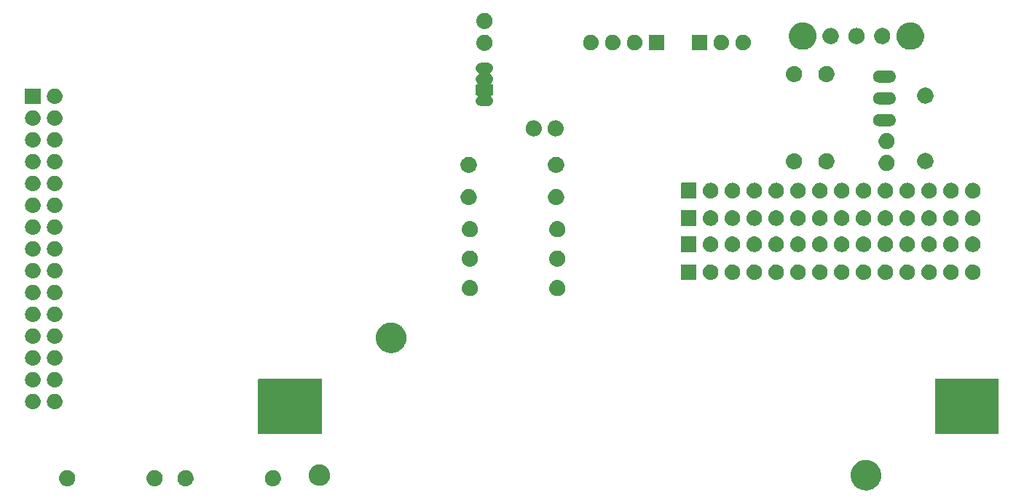
<source format=gbr>
G04 #@! TF.GenerationSoftware,KiCad,Pcbnew,(5.99.0-128-g6ff45b44c)*
G04 #@! TF.CreationDate,2019-09-15T18:53:50+09:00*
G04 #@! TF.ProjectId,M5_board,4d355f62-6f61-4726-942e-6b696361645f,rev?*
G04 #@! TF.SameCoordinates,Original*
G04 #@! TF.FileFunction,Soldermask,Bot*
G04 #@! TF.FilePolarity,Negative*
%FSLAX46Y46*%
G04 Gerber Fmt 4.6, Leading zero omitted, Abs format (unit mm)*
G04 Created by KiCad (PCBNEW (5.99.0-128-g6ff45b44c)) date 2019-09-15 18:53:50*
%MOMM*%
%LPD*%
G04 APERTURE LIST*
%ADD10C,0.150000*%
G04 APERTURE END LIST*
D10*
G36*
X190658928Y-121867205D02*
G01*
X190690091Y-121866525D01*
X190787358Y-121878554D01*
X190887813Y-121887431D01*
X190918038Y-121894715D01*
X190945884Y-121898159D01*
X191043401Y-121924928D01*
X191144437Y-121949278D01*
X191170370Y-121959782D01*
X191194428Y-121966386D01*
X191289906Y-122008198D01*
X191389100Y-122048376D01*
X191410523Y-122061020D01*
X191430521Y-122069778D01*
X191521626Y-122126596D01*
X191616429Y-122182551D01*
X191633325Y-122196258D01*
X191649216Y-122206168D01*
X191733550Y-122277563D01*
X191821428Y-122348852D01*
X191834021Y-122362619D01*
X191845928Y-122372699D01*
X191921121Y-122457838D01*
X191999595Y-122543628D01*
X192008276Y-122556522D01*
X192016543Y-122565883D01*
X192080413Y-122663672D01*
X192147014Y-122762599D01*
X192152352Y-122773816D01*
X192157482Y-122781670D01*
X192207918Y-122890573D01*
X192260449Y-123000954D01*
X192263165Y-123009864D01*
X192265797Y-123015548D01*
X192300898Y-123133669D01*
X192337407Y-123253459D01*
X192338320Y-123259601D01*
X192339215Y-123262615D01*
X192357444Y-123388334D01*
X192376196Y-123514564D01*
X192366543Y-123871299D01*
X192341049Y-123996048D01*
X192315158Y-124123879D01*
X192314618Y-124125382D01*
X192313690Y-124129925D01*
X192270377Y-124248603D01*
X192228063Y-124366458D01*
X192225848Y-124370615D01*
X192223190Y-124377898D01*
X192164073Y-124486552D01*
X192106864Y-124593919D01*
X192102229Y-124600217D01*
X192097031Y-124609771D01*
X192024238Y-124706196D01*
X191954095Y-124801510D01*
X191946412Y-124809287D01*
X191937986Y-124820449D01*
X191853923Y-124902914D01*
X191772964Y-124984868D01*
X191761751Y-124993333D01*
X191749547Y-125005305D01*
X191656694Y-125072643D01*
X191567262Y-125140157D01*
X191552214Y-125148413D01*
X191535854Y-125160277D01*
X191436789Y-125211737D01*
X191341295Y-125264127D01*
X191322295Y-125271212D01*
X191301602Y-125281961D01*
X191198923Y-125317216D01*
X191099798Y-125354179D01*
X191076935Y-125359101D01*
X191051938Y-125367684D01*
X190948205Y-125386816D01*
X190847835Y-125408425D01*
X190821394Y-125410204D01*
X190792345Y-125415562D01*
X190690008Y-125419046D01*
X190590674Y-125425731D01*
X190561149Y-125423433D01*
X190528526Y-125424544D01*
X190429881Y-125413218D01*
X190333717Y-125405734D01*
X190301797Y-125398511D01*
X190266278Y-125394433D01*
X190173357Y-125369448D01*
X190082327Y-125348850D01*
X190048888Y-125335980D01*
X190011361Y-125325890D01*
X189925991Y-125288681D01*
X189841795Y-125256277D01*
X189807852Y-125237190D01*
X189769375Y-125220420D01*
X189693064Y-125172643D01*
X189617134Y-125129946D01*
X189583837Y-125104257D01*
X189545637Y-125080341D01*
X189479582Y-125023825D01*
X189413068Y-124972510D01*
X189381671Y-124940054D01*
X189345061Y-124908731D01*
X189290105Y-124845399D01*
X189233868Y-124787266D01*
X189205672Y-124748099D01*
X189172054Y-124709358D01*
X189128723Y-124641210D01*
X189083282Y-124578089D01*
X189059601Y-124532501D01*
X189030417Y-124486603D01*
X188998896Y-124415639D01*
X188964472Y-124349370D01*
X188946599Y-124297901D01*
X188923261Y-124245360D01*
X188903403Y-124173511D01*
X188879921Y-124105891D01*
X188869079Y-124049325D01*
X188852939Y-123990927D01*
X188844294Y-123920005D01*
X188831406Y-123852763D01*
X188828705Y-123792125D01*
X188820998Y-123728896D01*
X188822847Y-123660571D01*
X188819939Y-123595280D01*
X188826331Y-123531800D01*
X188828138Y-123465021D01*
X188839525Y-123400770D01*
X188845761Y-123338840D01*
X188862004Y-123273934D01*
X188874203Y-123205100D01*
X188893974Y-123146183D01*
X188908332Y-123088807D01*
X188934959Y-123024045D01*
X188958181Y-122954843D01*
X188985032Y-122902259D01*
X189006343Y-122850426D01*
X189043625Y-122787511D01*
X189078227Y-122719747D01*
X189110747Y-122674239D01*
X189137731Y-122628703D01*
X189185657Y-122569413D01*
X189231703Y-122504978D01*
X189268436Y-122467007D01*
X189299760Y-122428255D01*
X189358030Y-122374391D01*
X189415239Y-122315253D01*
X189454718Y-122285014D01*
X189489020Y-122253306D01*
X189557000Y-122206672D01*
X189624801Y-122154740D01*
X189665608Y-122132167D01*
X189701563Y-122107502D01*
X189778355Y-122069799D01*
X189855788Y-122026966D01*
X189896571Y-122011758D01*
X189932916Y-121993914D01*
X190017299Y-121966740D01*
X190103123Y-121934737D01*
X190142665Y-121926368D01*
X190178249Y-121914909D01*
X190268750Y-121899683D01*
X190361373Y-121880080D01*
X190398612Y-121877835D01*
X190432421Y-121872147D01*
X190527300Y-121870077D01*
X190624866Y-121864195D01*
X190658928Y-121867205D01*
X190658928Y-121867205D01*
G37*
G36*
X97802047Y-123060494D02*
G01*
X97848711Y-123060820D01*
X97894421Y-123070203D01*
X97946472Y-123075674D01*
X97990052Y-123089834D01*
X98029253Y-123097881D01*
X98078394Y-123118538D01*
X98134356Y-123136721D01*
X98168378Y-123156364D01*
X98199155Y-123169301D01*
X98248882Y-123202843D01*
X98305443Y-123235498D01*
X98329771Y-123257404D01*
X98351954Y-123272366D01*
X98398969Y-123319709D01*
X98452254Y-123367688D01*
X98467629Y-123388850D01*
X98481821Y-123403141D01*
X98522545Y-123464435D01*
X98568373Y-123527512D01*
X98576336Y-123545396D01*
X98583816Y-123556655D01*
X98614574Y-123631280D01*
X98648726Y-123707986D01*
X98651427Y-123720692D01*
X98654048Y-123727052D01*
X98671331Y-123814335D01*
X98689799Y-123901223D01*
X98689799Y-124098777D01*
X98686798Y-124112894D01*
X98686710Y-124119218D01*
X98667219Y-124205011D01*
X98648726Y-124292014D01*
X98646126Y-124297855D01*
X98646073Y-124298086D01*
X98571109Y-124466458D01*
X98570970Y-124466655D01*
X98568373Y-124472488D01*
X98516168Y-124544342D01*
X98464874Y-124617056D01*
X98459889Y-124621803D01*
X98452254Y-124632312D01*
X98389829Y-124688520D01*
X98331400Y-124744161D01*
X98319996Y-124751398D01*
X98305443Y-124764502D01*
X98237903Y-124803496D01*
X98175786Y-124842917D01*
X98157010Y-124850200D01*
X98134356Y-124863279D01*
X98066175Y-124885432D01*
X98003957Y-124909565D01*
X97977597Y-124914213D01*
X97946472Y-124924326D01*
X97881535Y-124931151D01*
X97822452Y-124941569D01*
X97789069Y-124940870D01*
X97750000Y-124944976D01*
X97691482Y-124938825D01*
X97638182Y-124937709D01*
X97599095Y-124929115D01*
X97553528Y-124924326D01*
X97503755Y-124908154D01*
X97458177Y-124898133D01*
X97415415Y-124879450D01*
X97365644Y-124863279D01*
X97325966Y-124840371D01*
X97289289Y-124824347D01*
X97245507Y-124793918D01*
X97194557Y-124764502D01*
X97165370Y-124738221D01*
X97137948Y-124719163D01*
X97096267Y-124676001D01*
X97047746Y-124632312D01*
X97028510Y-124605835D01*
X97009916Y-124586581D01*
X96973769Y-124530492D01*
X96931627Y-124472488D01*
X96920985Y-124448586D01*
X96910077Y-124431660D01*
X96882997Y-124363264D01*
X96851274Y-124292014D01*
X96847202Y-124272858D01*
X96842229Y-124260297D01*
X96827659Y-124180914D01*
X96810201Y-124098777D01*
X96810201Y-124085791D01*
X96808959Y-124079024D01*
X96810201Y-123990099D01*
X96810201Y-123901223D01*
X96811530Y-123894972D01*
X96811533Y-123894731D01*
X96849852Y-123714457D01*
X96849944Y-123714241D01*
X96851274Y-123707986D01*
X96887442Y-123626751D01*
X96922458Y-123545053D01*
X96926344Y-123539378D01*
X96931627Y-123527512D01*
X96980982Y-123459580D01*
X97026581Y-123392985D01*
X97036236Y-123383530D01*
X97047746Y-123367688D01*
X97105707Y-123315499D01*
X97158265Y-123264031D01*
X97175112Y-123253007D01*
X97194557Y-123235498D01*
X97256658Y-123199644D01*
X97312486Y-123163111D01*
X97337300Y-123153086D01*
X97365644Y-123136721D01*
X97427743Y-123116544D01*
X97483370Y-123094069D01*
X97516171Y-123087812D01*
X97553528Y-123075674D01*
X97612042Y-123069524D01*
X97664412Y-123059534D01*
X97704433Y-123059813D01*
X97750000Y-123055024D01*
X97802047Y-123060494D01*
X97802047Y-123060494D01*
G37*
G36*
X107962047Y-123060494D02*
G01*
X108008711Y-123060820D01*
X108054421Y-123070203D01*
X108106472Y-123075674D01*
X108150052Y-123089834D01*
X108189253Y-123097881D01*
X108238394Y-123118538D01*
X108294356Y-123136721D01*
X108328378Y-123156364D01*
X108359155Y-123169301D01*
X108408882Y-123202843D01*
X108465443Y-123235498D01*
X108489771Y-123257404D01*
X108511954Y-123272366D01*
X108558969Y-123319709D01*
X108612254Y-123367688D01*
X108627629Y-123388850D01*
X108641821Y-123403141D01*
X108682545Y-123464435D01*
X108728373Y-123527512D01*
X108736336Y-123545396D01*
X108743816Y-123556655D01*
X108774574Y-123631280D01*
X108808726Y-123707986D01*
X108811427Y-123720692D01*
X108814048Y-123727052D01*
X108831331Y-123814335D01*
X108849799Y-123901223D01*
X108849799Y-124098777D01*
X108846798Y-124112894D01*
X108846710Y-124119218D01*
X108827219Y-124205011D01*
X108808726Y-124292014D01*
X108806126Y-124297855D01*
X108806073Y-124298086D01*
X108731109Y-124466458D01*
X108730970Y-124466655D01*
X108728373Y-124472488D01*
X108676168Y-124544342D01*
X108624874Y-124617056D01*
X108619889Y-124621803D01*
X108612254Y-124632312D01*
X108549829Y-124688520D01*
X108491400Y-124744161D01*
X108479996Y-124751398D01*
X108465443Y-124764502D01*
X108397903Y-124803496D01*
X108335786Y-124842917D01*
X108317010Y-124850200D01*
X108294356Y-124863279D01*
X108226175Y-124885432D01*
X108163957Y-124909565D01*
X108137597Y-124914213D01*
X108106472Y-124924326D01*
X108041535Y-124931151D01*
X107982452Y-124941569D01*
X107949069Y-124940870D01*
X107910000Y-124944976D01*
X107851482Y-124938825D01*
X107798182Y-124937709D01*
X107759095Y-124929115D01*
X107713528Y-124924326D01*
X107663755Y-124908154D01*
X107618177Y-124898133D01*
X107575415Y-124879450D01*
X107525644Y-124863279D01*
X107485966Y-124840371D01*
X107449289Y-124824347D01*
X107405507Y-124793918D01*
X107354557Y-124764502D01*
X107325370Y-124738221D01*
X107297948Y-124719163D01*
X107256267Y-124676001D01*
X107207746Y-124632312D01*
X107188510Y-124605835D01*
X107169916Y-124586581D01*
X107133769Y-124530492D01*
X107091627Y-124472488D01*
X107080985Y-124448586D01*
X107070077Y-124431660D01*
X107042997Y-124363264D01*
X107011274Y-124292014D01*
X107007202Y-124272858D01*
X107002229Y-124260297D01*
X106987659Y-124180914D01*
X106970201Y-124098777D01*
X106970201Y-124085791D01*
X106968959Y-124079024D01*
X106970201Y-123990099D01*
X106970201Y-123901223D01*
X106971530Y-123894972D01*
X106971533Y-123894731D01*
X107009852Y-123714457D01*
X107009944Y-123714241D01*
X107011274Y-123707986D01*
X107047442Y-123626751D01*
X107082458Y-123545053D01*
X107086344Y-123539378D01*
X107091627Y-123527512D01*
X107140982Y-123459580D01*
X107186581Y-123392985D01*
X107196236Y-123383530D01*
X107207746Y-123367688D01*
X107265707Y-123315499D01*
X107318265Y-123264031D01*
X107335112Y-123253007D01*
X107354557Y-123235498D01*
X107416658Y-123199644D01*
X107472486Y-123163111D01*
X107497300Y-123153086D01*
X107525644Y-123136721D01*
X107587743Y-123116544D01*
X107643370Y-123094069D01*
X107676171Y-123087812D01*
X107713528Y-123075674D01*
X107772042Y-123069524D01*
X107824412Y-123059534D01*
X107864433Y-123059813D01*
X107910000Y-123055024D01*
X107962047Y-123060494D01*
X107962047Y-123060494D01*
G37*
G36*
X111552047Y-123060494D02*
G01*
X111598711Y-123060820D01*
X111644421Y-123070203D01*
X111696472Y-123075674D01*
X111740052Y-123089834D01*
X111779253Y-123097881D01*
X111828394Y-123118538D01*
X111884356Y-123136721D01*
X111918378Y-123156364D01*
X111949155Y-123169301D01*
X111998882Y-123202843D01*
X112055443Y-123235498D01*
X112079771Y-123257404D01*
X112101954Y-123272366D01*
X112148969Y-123319709D01*
X112202254Y-123367688D01*
X112217629Y-123388850D01*
X112231821Y-123403141D01*
X112272545Y-123464435D01*
X112318373Y-123527512D01*
X112326336Y-123545396D01*
X112333816Y-123556655D01*
X112364574Y-123631280D01*
X112398726Y-123707986D01*
X112401427Y-123720692D01*
X112404048Y-123727052D01*
X112421331Y-123814335D01*
X112439799Y-123901223D01*
X112439799Y-124098777D01*
X112436798Y-124112894D01*
X112436710Y-124119218D01*
X112417219Y-124205011D01*
X112398726Y-124292014D01*
X112396126Y-124297855D01*
X112396073Y-124298086D01*
X112321109Y-124466458D01*
X112320970Y-124466655D01*
X112318373Y-124472488D01*
X112266168Y-124544342D01*
X112214874Y-124617056D01*
X112209889Y-124621803D01*
X112202254Y-124632312D01*
X112139829Y-124688520D01*
X112081400Y-124744161D01*
X112069996Y-124751398D01*
X112055443Y-124764502D01*
X111987903Y-124803496D01*
X111925786Y-124842917D01*
X111907010Y-124850200D01*
X111884356Y-124863279D01*
X111816175Y-124885432D01*
X111753957Y-124909565D01*
X111727597Y-124914213D01*
X111696472Y-124924326D01*
X111631535Y-124931151D01*
X111572452Y-124941569D01*
X111539069Y-124940870D01*
X111500000Y-124944976D01*
X111441482Y-124938825D01*
X111388182Y-124937709D01*
X111349095Y-124929115D01*
X111303528Y-124924326D01*
X111253755Y-124908154D01*
X111208177Y-124898133D01*
X111165415Y-124879450D01*
X111115644Y-124863279D01*
X111075966Y-124840371D01*
X111039289Y-124824347D01*
X110995507Y-124793918D01*
X110944557Y-124764502D01*
X110915370Y-124738221D01*
X110887948Y-124719163D01*
X110846267Y-124676001D01*
X110797746Y-124632312D01*
X110778510Y-124605835D01*
X110759916Y-124586581D01*
X110723769Y-124530492D01*
X110681627Y-124472488D01*
X110670985Y-124448586D01*
X110660077Y-124431660D01*
X110632997Y-124363264D01*
X110601274Y-124292014D01*
X110597202Y-124272858D01*
X110592229Y-124260297D01*
X110577659Y-124180914D01*
X110560201Y-124098777D01*
X110560201Y-124085791D01*
X110558959Y-124079024D01*
X110560201Y-123990099D01*
X110560201Y-123901223D01*
X110561530Y-123894972D01*
X110561533Y-123894731D01*
X110599852Y-123714457D01*
X110599944Y-123714241D01*
X110601274Y-123707986D01*
X110637442Y-123626751D01*
X110672458Y-123545053D01*
X110676344Y-123539378D01*
X110681627Y-123527512D01*
X110730982Y-123459580D01*
X110776581Y-123392985D01*
X110786236Y-123383530D01*
X110797746Y-123367688D01*
X110855707Y-123315499D01*
X110908265Y-123264031D01*
X110925112Y-123253007D01*
X110944557Y-123235498D01*
X111006658Y-123199644D01*
X111062486Y-123163111D01*
X111087300Y-123153086D01*
X111115644Y-123136721D01*
X111177743Y-123116544D01*
X111233370Y-123094069D01*
X111266171Y-123087812D01*
X111303528Y-123075674D01*
X111362042Y-123069524D01*
X111414412Y-123059534D01*
X111454433Y-123059813D01*
X111500000Y-123055024D01*
X111552047Y-123060494D01*
X111552047Y-123060494D01*
G37*
G36*
X121712047Y-123060494D02*
G01*
X121758711Y-123060820D01*
X121804421Y-123070203D01*
X121856472Y-123075674D01*
X121900052Y-123089834D01*
X121939253Y-123097881D01*
X121988394Y-123118538D01*
X122044356Y-123136721D01*
X122078378Y-123156364D01*
X122109155Y-123169301D01*
X122158882Y-123202843D01*
X122215443Y-123235498D01*
X122239771Y-123257404D01*
X122261954Y-123272366D01*
X122308969Y-123319709D01*
X122362254Y-123367688D01*
X122377629Y-123388850D01*
X122391821Y-123403141D01*
X122432545Y-123464435D01*
X122478373Y-123527512D01*
X122486336Y-123545396D01*
X122493816Y-123556655D01*
X122524574Y-123631280D01*
X122558726Y-123707986D01*
X122561427Y-123720692D01*
X122564048Y-123727052D01*
X122581331Y-123814335D01*
X122599799Y-123901223D01*
X122599799Y-124098777D01*
X122596798Y-124112894D01*
X122596710Y-124119218D01*
X122577219Y-124205011D01*
X122558726Y-124292014D01*
X122556126Y-124297855D01*
X122556073Y-124298086D01*
X122481109Y-124466458D01*
X122480970Y-124466655D01*
X122478373Y-124472488D01*
X122426168Y-124544342D01*
X122374874Y-124617056D01*
X122369889Y-124621803D01*
X122362254Y-124632312D01*
X122299829Y-124688520D01*
X122241400Y-124744161D01*
X122229996Y-124751398D01*
X122215443Y-124764502D01*
X122147903Y-124803496D01*
X122085786Y-124842917D01*
X122067010Y-124850200D01*
X122044356Y-124863279D01*
X121976175Y-124885432D01*
X121913957Y-124909565D01*
X121887597Y-124914213D01*
X121856472Y-124924326D01*
X121791535Y-124931151D01*
X121732452Y-124941569D01*
X121699069Y-124940870D01*
X121660000Y-124944976D01*
X121601482Y-124938825D01*
X121548182Y-124937709D01*
X121509095Y-124929115D01*
X121463528Y-124924326D01*
X121413755Y-124908154D01*
X121368177Y-124898133D01*
X121325415Y-124879450D01*
X121275644Y-124863279D01*
X121235966Y-124840371D01*
X121199289Y-124824347D01*
X121155507Y-124793918D01*
X121104557Y-124764502D01*
X121075370Y-124738221D01*
X121047948Y-124719163D01*
X121006267Y-124676001D01*
X120957746Y-124632312D01*
X120938510Y-124605835D01*
X120919916Y-124586581D01*
X120883769Y-124530492D01*
X120841627Y-124472488D01*
X120830985Y-124448586D01*
X120820077Y-124431660D01*
X120792997Y-124363264D01*
X120761274Y-124292014D01*
X120757202Y-124272858D01*
X120752229Y-124260297D01*
X120737659Y-124180914D01*
X120720201Y-124098777D01*
X120720201Y-124085791D01*
X120718959Y-124079024D01*
X120720201Y-123990099D01*
X120720201Y-123901223D01*
X120721530Y-123894972D01*
X120721533Y-123894731D01*
X120759852Y-123714457D01*
X120759944Y-123714241D01*
X120761274Y-123707986D01*
X120797442Y-123626751D01*
X120832458Y-123545053D01*
X120836344Y-123539378D01*
X120841627Y-123527512D01*
X120890982Y-123459580D01*
X120936581Y-123392985D01*
X120946236Y-123383530D01*
X120957746Y-123367688D01*
X121015707Y-123315499D01*
X121068265Y-123264031D01*
X121085112Y-123253007D01*
X121104557Y-123235498D01*
X121166658Y-123199644D01*
X121222486Y-123163111D01*
X121247300Y-123153086D01*
X121275644Y-123136721D01*
X121337743Y-123116544D01*
X121393370Y-123094069D01*
X121426171Y-123087812D01*
X121463528Y-123075674D01*
X121522042Y-123069524D01*
X121574412Y-123059534D01*
X121614433Y-123059813D01*
X121660000Y-123055024D01*
X121712047Y-123060494D01*
X121712047Y-123060494D01*
G37*
G36*
X127079656Y-122397998D02*
G01*
X127142015Y-122396038D01*
X127191748Y-122403382D01*
X127235385Y-122405478D01*
X127294852Y-122418607D01*
X127362049Y-122428530D01*
X127404490Y-122442813D01*
X127441871Y-122451066D01*
X127503220Y-122476039D01*
X127572851Y-122499473D01*
X127607273Y-122518396D01*
X127637718Y-122530790D01*
X127698491Y-122568544D01*
X127767759Y-122606625D01*
X127794020Y-122627890D01*
X127817337Y-122642376D01*
X127874800Y-122693305D01*
X127940612Y-122746598D01*
X127959108Y-122768026D01*
X127975578Y-122782623D01*
X128026842Y-122846497D01*
X128085946Y-122914969D01*
X128097564Y-122934613D01*
X128107936Y-122947537D01*
X128150109Y-123023463D01*
X128199167Y-123106415D01*
X128205208Y-123122660D01*
X128210613Y-123132390D01*
X128240887Y-123218596D01*
X128276696Y-123314885D01*
X128278792Y-123326534D01*
X128280676Y-123331899D01*
X128296466Y-123424763D01*
X128316083Y-123533790D01*
X128315939Y-123539287D01*
X128316020Y-123539763D01*
X128313542Y-123776304D01*
X128309130Y-123799325D01*
X128308555Y-123821273D01*
X128288694Y-123905952D01*
X128273852Y-123983389D01*
X128264980Y-124007056D01*
X128257765Y-124037816D01*
X128225477Y-124112430D01*
X128199625Y-124181390D01*
X128184160Y-124207908D01*
X128169432Y-124241943D01*
X128127544Y-124304989D01*
X128093104Y-124364045D01*
X128069911Y-124391735D01*
X128046347Y-124427201D01*
X127997802Y-124477823D01*
X127957322Y-124526151D01*
X127925671Y-124553041D01*
X127892400Y-124587735D01*
X127840140Y-124625704D01*
X127796174Y-124663056D01*
X127755802Y-124686979D01*
X127712459Y-124718470D01*
X127659263Y-124744186D01*
X127614261Y-124770853D01*
X127565407Y-124789558D01*
X127512210Y-124815274D01*
X127460610Y-124829681D01*
X127416780Y-124846462D01*
X127360192Y-124857718D01*
X127297983Y-124875087D01*
X127250132Y-124879610D01*
X127209392Y-124887714D01*
X127146367Y-124889419D01*
X127076550Y-124896019D01*
X127034122Y-124892456D01*
X126998019Y-124893433D01*
X126930351Y-124883742D01*
X126854911Y-124877407D01*
X126819082Y-124867807D01*
X126788695Y-124863455D01*
X126718608Y-124840885D01*
X126640069Y-124819841D01*
X126611475Y-124806386D01*
X126587422Y-124798640D01*
X126517516Y-124762172D01*
X126438818Y-124725139D01*
X126417535Y-124710014D01*
X126399942Y-124700836D01*
X126333117Y-124650021D01*
X126257517Y-124596295D01*
X126243092Y-124581565D01*
X126231629Y-124572848D01*
X126171035Y-124507983D01*
X126101898Y-124437382D01*
X126093392Y-124424866D01*
X126087279Y-124418322D01*
X126036235Y-124340762D01*
X125976879Y-124253423D01*
X125972956Y-124244612D01*
X125971035Y-124241693D01*
X125933719Y-124156484D01*
X125886413Y-124050232D01*
X125855427Y-123924080D01*
X125835232Y-123842778D01*
X125835134Y-123841460D01*
X125833359Y-123834233D01*
X125826527Y-123725638D01*
X125819561Y-123631906D01*
X125820205Y-123625157D01*
X125819393Y-123612252D01*
X125831041Y-123511582D01*
X125839644Y-123421408D01*
X125842840Y-123409605D01*
X125844957Y-123391306D01*
X125872456Y-123300224D01*
X125894908Y-123217303D01*
X125902329Y-123201278D01*
X125909243Y-123178379D01*
X125949774Y-123098832D01*
X125983772Y-123025422D01*
X125996874Y-123006395D01*
X126010220Y-122980201D01*
X126060731Y-122913655D01*
X126103691Y-122851265D01*
X126123602Y-122830826D01*
X126144695Y-122803037D01*
X126202061Y-122750286D01*
X126251242Y-122699801D01*
X126278691Y-122679821D01*
X126308418Y-122652486D01*
X126369507Y-122613718D01*
X126422202Y-122575362D01*
X126457483Y-122557887D01*
X126496213Y-122533308D01*
X126558066Y-122508066D01*
X126611691Y-122481505D01*
X126654590Y-122468676D01*
X126702145Y-122449269D01*
X126762090Y-122436527D01*
X126814278Y-122420920D01*
X126864073Y-122414850D01*
X126919704Y-122403025D01*
X126975447Y-122401273D01*
X127024175Y-122395333D01*
X127079656Y-122397998D01*
X127079656Y-122397998D01*
G37*
G36*
X206019899Y-112421959D02*
G01*
X206036769Y-112433231D01*
X206048041Y-112450101D01*
X206054448Y-112482312D01*
X206054448Y-118807688D01*
X206051999Y-118820000D01*
X206048041Y-118839899D01*
X206036769Y-118856769D01*
X206019899Y-118868041D01*
X206000000Y-118871999D01*
X205987688Y-118874448D01*
X198672312Y-118874448D01*
X198640101Y-118868041D01*
X198623231Y-118856769D01*
X198611959Y-118839899D01*
X198605552Y-118807688D01*
X198605552Y-112482312D01*
X198611959Y-112450101D01*
X198623231Y-112433231D01*
X198640101Y-112421959D01*
X198672312Y-112415552D01*
X205987688Y-112415552D01*
X206019899Y-112421959D01*
X206019899Y-112421959D01*
G37*
G36*
X127359899Y-112421959D02*
G01*
X127376769Y-112433231D01*
X127388041Y-112450101D01*
X127394448Y-112482312D01*
X127394448Y-118807688D01*
X127391999Y-118820000D01*
X127388041Y-118839899D01*
X127376769Y-118856769D01*
X127359899Y-118868041D01*
X127340000Y-118871999D01*
X127327688Y-118874448D01*
X120012312Y-118874448D01*
X119980101Y-118868041D01*
X119963231Y-118856769D01*
X119951959Y-118839899D01*
X119945552Y-118807688D01*
X119945552Y-112482312D01*
X119951959Y-112450101D01*
X119963231Y-112433231D01*
X119980101Y-112421959D01*
X120012312Y-112415552D01*
X127327688Y-112415552D01*
X127359899Y-112421959D01*
X127359899Y-112421959D01*
G37*
G36*
X96478360Y-114173835D02*
G01*
X96559397Y-114200166D01*
X96646663Y-114227848D01*
X96649655Y-114229493D01*
X96658488Y-114232363D01*
X96730466Y-114273919D01*
X96801499Y-114312970D01*
X96808986Y-114319253D01*
X96822511Y-114327061D01*
X96880259Y-114379057D01*
X96936857Y-114426549D01*
X96946962Y-114439118D01*
X96963261Y-114453793D01*
X97005454Y-114511867D01*
X97047579Y-114564260D01*
X97057994Y-114584182D01*
X97074586Y-114607019D01*
X97101297Y-114667012D01*
X97129439Y-114720843D01*
X97137582Y-114748510D01*
X97151621Y-114780042D01*
X97163992Y-114838241D01*
X97179328Y-114890349D01*
X97182518Y-114925401D01*
X97190999Y-114965301D01*
X97190999Y-115018592D01*
X97195343Y-115066324D01*
X97190999Y-115107653D01*
X97190999Y-115154699D01*
X97181217Y-115200721D01*
X97176873Y-115242047D01*
X97162702Y-115287827D01*
X97151621Y-115339958D01*
X97135028Y-115377226D01*
X97124622Y-115410843D01*
X97098789Y-115458620D01*
X97074586Y-115512981D01*
X97054298Y-115540905D01*
X97040580Y-115566276D01*
X97001859Y-115613082D01*
X96963261Y-115666207D01*
X96942284Y-115685095D01*
X96927952Y-115702419D01*
X96875845Y-115744917D01*
X96822511Y-115792939D01*
X96803524Y-115803901D01*
X96791025Y-115814095D01*
X96725780Y-115848786D01*
X96658488Y-115887637D01*
X96643636Y-115892463D01*
X96635003Y-115897053D01*
X96557430Y-115920473D01*
X96478360Y-115946165D01*
X96469114Y-115947137D01*
X96465851Y-115948122D01*
X96374710Y-115957059D01*
X96337211Y-115961000D01*
X96242789Y-115961000D01*
X96101640Y-115946165D01*
X96020603Y-115919834D01*
X95933337Y-115892152D01*
X95930345Y-115890507D01*
X95921512Y-115887637D01*
X95849534Y-115846081D01*
X95778501Y-115807030D01*
X95771014Y-115800747D01*
X95757489Y-115792939D01*
X95699741Y-115740943D01*
X95643143Y-115693451D01*
X95633038Y-115680882D01*
X95616739Y-115666207D01*
X95574546Y-115608133D01*
X95532421Y-115555740D01*
X95522006Y-115535818D01*
X95505414Y-115512981D01*
X95478703Y-115452988D01*
X95450561Y-115399157D01*
X95442418Y-115371490D01*
X95428379Y-115339958D01*
X95416008Y-115281759D01*
X95400672Y-115229651D01*
X95397482Y-115194599D01*
X95389001Y-115154699D01*
X95389001Y-115101408D01*
X95384657Y-115053676D01*
X95389001Y-115012347D01*
X95389001Y-114965301D01*
X95398783Y-114919279D01*
X95403127Y-114877953D01*
X95417298Y-114832173D01*
X95428379Y-114780042D01*
X95444972Y-114742774D01*
X95455378Y-114709157D01*
X95481211Y-114661380D01*
X95505414Y-114607019D01*
X95525702Y-114579095D01*
X95539420Y-114553724D01*
X95578141Y-114506918D01*
X95616739Y-114453793D01*
X95637716Y-114434905D01*
X95652048Y-114417581D01*
X95704155Y-114375083D01*
X95757489Y-114327061D01*
X95776476Y-114316099D01*
X95788975Y-114305905D01*
X95854220Y-114271214D01*
X95921512Y-114232363D01*
X95936364Y-114227537D01*
X95944997Y-114222947D01*
X96022570Y-114199527D01*
X96101640Y-114173835D01*
X96110886Y-114172863D01*
X96114149Y-114171878D01*
X96205290Y-114162941D01*
X96242789Y-114159000D01*
X96337211Y-114159000D01*
X96478360Y-114173835D01*
X96478360Y-114173835D01*
G37*
G36*
X93938360Y-114173835D02*
G01*
X94019397Y-114200166D01*
X94106663Y-114227848D01*
X94109655Y-114229493D01*
X94118488Y-114232363D01*
X94190466Y-114273919D01*
X94261499Y-114312970D01*
X94268986Y-114319253D01*
X94282511Y-114327061D01*
X94340259Y-114379057D01*
X94396857Y-114426549D01*
X94406962Y-114439118D01*
X94423261Y-114453793D01*
X94465454Y-114511867D01*
X94507579Y-114564260D01*
X94517994Y-114584182D01*
X94534586Y-114607019D01*
X94561297Y-114667012D01*
X94589439Y-114720843D01*
X94597582Y-114748510D01*
X94611621Y-114780042D01*
X94623992Y-114838241D01*
X94639328Y-114890349D01*
X94642518Y-114925401D01*
X94650999Y-114965301D01*
X94650999Y-115018592D01*
X94655343Y-115066324D01*
X94650999Y-115107653D01*
X94650999Y-115154699D01*
X94641217Y-115200721D01*
X94636873Y-115242047D01*
X94622702Y-115287827D01*
X94611621Y-115339958D01*
X94595028Y-115377226D01*
X94584622Y-115410843D01*
X94558789Y-115458620D01*
X94534586Y-115512981D01*
X94514298Y-115540905D01*
X94500580Y-115566276D01*
X94461859Y-115613082D01*
X94423261Y-115666207D01*
X94402284Y-115685095D01*
X94387952Y-115702419D01*
X94335845Y-115744917D01*
X94282511Y-115792939D01*
X94263524Y-115803901D01*
X94251025Y-115814095D01*
X94185780Y-115848786D01*
X94118488Y-115887637D01*
X94103636Y-115892463D01*
X94095003Y-115897053D01*
X94017430Y-115920473D01*
X93938360Y-115946165D01*
X93929114Y-115947137D01*
X93925851Y-115948122D01*
X93834710Y-115957059D01*
X93797211Y-115961000D01*
X93702789Y-115961000D01*
X93561640Y-115946165D01*
X93480603Y-115919834D01*
X93393337Y-115892152D01*
X93390345Y-115890507D01*
X93381512Y-115887637D01*
X93309534Y-115846081D01*
X93238501Y-115807030D01*
X93231014Y-115800747D01*
X93217489Y-115792939D01*
X93159741Y-115740943D01*
X93103143Y-115693451D01*
X93093038Y-115680882D01*
X93076739Y-115666207D01*
X93034546Y-115608133D01*
X92992421Y-115555740D01*
X92982006Y-115535818D01*
X92965414Y-115512981D01*
X92938703Y-115452988D01*
X92910561Y-115399157D01*
X92902418Y-115371490D01*
X92888379Y-115339958D01*
X92876008Y-115281759D01*
X92860672Y-115229651D01*
X92857482Y-115194599D01*
X92849001Y-115154699D01*
X92849001Y-115101408D01*
X92844657Y-115053676D01*
X92849001Y-115012347D01*
X92849001Y-114965301D01*
X92858783Y-114919279D01*
X92863127Y-114877953D01*
X92877298Y-114832173D01*
X92888379Y-114780042D01*
X92904972Y-114742774D01*
X92915378Y-114709157D01*
X92941211Y-114661380D01*
X92965414Y-114607019D01*
X92985702Y-114579095D01*
X92999420Y-114553724D01*
X93038141Y-114506918D01*
X93076739Y-114453793D01*
X93097716Y-114434905D01*
X93112048Y-114417581D01*
X93164155Y-114375083D01*
X93217489Y-114327061D01*
X93236476Y-114316099D01*
X93248975Y-114305905D01*
X93314220Y-114271214D01*
X93381512Y-114232363D01*
X93396364Y-114227537D01*
X93404997Y-114222947D01*
X93482570Y-114199527D01*
X93561640Y-114173835D01*
X93570886Y-114172863D01*
X93574149Y-114171878D01*
X93665290Y-114162941D01*
X93702789Y-114159000D01*
X93797211Y-114159000D01*
X93938360Y-114173835D01*
X93938360Y-114173835D01*
G37*
G36*
X93938360Y-111633835D02*
G01*
X94019397Y-111660166D01*
X94106663Y-111687848D01*
X94109655Y-111689493D01*
X94118488Y-111692363D01*
X94190466Y-111733919D01*
X94261499Y-111772970D01*
X94268986Y-111779253D01*
X94282511Y-111787061D01*
X94340259Y-111839057D01*
X94396857Y-111886549D01*
X94406962Y-111899118D01*
X94423261Y-111913793D01*
X94465454Y-111971867D01*
X94507579Y-112024260D01*
X94517994Y-112044182D01*
X94534586Y-112067019D01*
X94561297Y-112127012D01*
X94589439Y-112180843D01*
X94597582Y-112208510D01*
X94611621Y-112240042D01*
X94623992Y-112298241D01*
X94639328Y-112350349D01*
X94642518Y-112385401D01*
X94650999Y-112425301D01*
X94650999Y-112478592D01*
X94655343Y-112526324D01*
X94650999Y-112567653D01*
X94650999Y-112614699D01*
X94641217Y-112660721D01*
X94636873Y-112702047D01*
X94622702Y-112747827D01*
X94611621Y-112799958D01*
X94595028Y-112837226D01*
X94584622Y-112870843D01*
X94558789Y-112918620D01*
X94534586Y-112972981D01*
X94514298Y-113000905D01*
X94500580Y-113026276D01*
X94461859Y-113073082D01*
X94423261Y-113126207D01*
X94402284Y-113145095D01*
X94387952Y-113162419D01*
X94335845Y-113204917D01*
X94282511Y-113252939D01*
X94263524Y-113263901D01*
X94251025Y-113274095D01*
X94185780Y-113308786D01*
X94118488Y-113347637D01*
X94103636Y-113352463D01*
X94095003Y-113357053D01*
X94017430Y-113380473D01*
X93938360Y-113406165D01*
X93929114Y-113407137D01*
X93925851Y-113408122D01*
X93834710Y-113417059D01*
X93797211Y-113421000D01*
X93702789Y-113421000D01*
X93561640Y-113406165D01*
X93480603Y-113379834D01*
X93393337Y-113352152D01*
X93390345Y-113350507D01*
X93381512Y-113347637D01*
X93309534Y-113306081D01*
X93238501Y-113267030D01*
X93231014Y-113260747D01*
X93217489Y-113252939D01*
X93159741Y-113200943D01*
X93103143Y-113153451D01*
X93093038Y-113140882D01*
X93076739Y-113126207D01*
X93034546Y-113068133D01*
X92992421Y-113015740D01*
X92982006Y-112995818D01*
X92965414Y-112972981D01*
X92938703Y-112912988D01*
X92910561Y-112859157D01*
X92902418Y-112831490D01*
X92888379Y-112799958D01*
X92876008Y-112741759D01*
X92860672Y-112689651D01*
X92857482Y-112654599D01*
X92849001Y-112614699D01*
X92849001Y-112561408D01*
X92844657Y-112513676D01*
X92849001Y-112472347D01*
X92849001Y-112425301D01*
X92858783Y-112379279D01*
X92863127Y-112337953D01*
X92877298Y-112292173D01*
X92888379Y-112240042D01*
X92904972Y-112202774D01*
X92915378Y-112169157D01*
X92941211Y-112121380D01*
X92965414Y-112067019D01*
X92985702Y-112039095D01*
X92999420Y-112013724D01*
X93038141Y-111966918D01*
X93076739Y-111913793D01*
X93097716Y-111894905D01*
X93112048Y-111877581D01*
X93164155Y-111835083D01*
X93217489Y-111787061D01*
X93236476Y-111776099D01*
X93248975Y-111765905D01*
X93314220Y-111731214D01*
X93381512Y-111692363D01*
X93396364Y-111687537D01*
X93404997Y-111682947D01*
X93482570Y-111659527D01*
X93561640Y-111633835D01*
X93570886Y-111632863D01*
X93574149Y-111631878D01*
X93665290Y-111622941D01*
X93702789Y-111619000D01*
X93797211Y-111619000D01*
X93938360Y-111633835D01*
X93938360Y-111633835D01*
G37*
G36*
X96478360Y-111633835D02*
G01*
X96559397Y-111660166D01*
X96646663Y-111687848D01*
X96649655Y-111689493D01*
X96658488Y-111692363D01*
X96730466Y-111733919D01*
X96801499Y-111772970D01*
X96808986Y-111779253D01*
X96822511Y-111787061D01*
X96880259Y-111839057D01*
X96936857Y-111886549D01*
X96946962Y-111899118D01*
X96963261Y-111913793D01*
X97005454Y-111971867D01*
X97047579Y-112024260D01*
X97057994Y-112044182D01*
X97074586Y-112067019D01*
X97101297Y-112127012D01*
X97129439Y-112180843D01*
X97137582Y-112208510D01*
X97151621Y-112240042D01*
X97163992Y-112298241D01*
X97179328Y-112350349D01*
X97182518Y-112385401D01*
X97190999Y-112425301D01*
X97190999Y-112478592D01*
X97195343Y-112526324D01*
X97190999Y-112567653D01*
X97190999Y-112614699D01*
X97181217Y-112660721D01*
X97176873Y-112702047D01*
X97162702Y-112747827D01*
X97151621Y-112799958D01*
X97135028Y-112837226D01*
X97124622Y-112870843D01*
X97098789Y-112918620D01*
X97074586Y-112972981D01*
X97054298Y-113000905D01*
X97040580Y-113026276D01*
X97001859Y-113073082D01*
X96963261Y-113126207D01*
X96942284Y-113145095D01*
X96927952Y-113162419D01*
X96875845Y-113204917D01*
X96822511Y-113252939D01*
X96803524Y-113263901D01*
X96791025Y-113274095D01*
X96725780Y-113308786D01*
X96658488Y-113347637D01*
X96643636Y-113352463D01*
X96635003Y-113357053D01*
X96557430Y-113380473D01*
X96478360Y-113406165D01*
X96469114Y-113407137D01*
X96465851Y-113408122D01*
X96374710Y-113417059D01*
X96337211Y-113421000D01*
X96242789Y-113421000D01*
X96101640Y-113406165D01*
X96020603Y-113379834D01*
X95933337Y-113352152D01*
X95930345Y-113350507D01*
X95921512Y-113347637D01*
X95849534Y-113306081D01*
X95778501Y-113267030D01*
X95771014Y-113260747D01*
X95757489Y-113252939D01*
X95699741Y-113200943D01*
X95643143Y-113153451D01*
X95633038Y-113140882D01*
X95616739Y-113126207D01*
X95574546Y-113068133D01*
X95532421Y-113015740D01*
X95522006Y-112995818D01*
X95505414Y-112972981D01*
X95478703Y-112912988D01*
X95450561Y-112859157D01*
X95442418Y-112831490D01*
X95428379Y-112799958D01*
X95416008Y-112741759D01*
X95400672Y-112689651D01*
X95397482Y-112654599D01*
X95389001Y-112614699D01*
X95389001Y-112561408D01*
X95384657Y-112513676D01*
X95389001Y-112472347D01*
X95389001Y-112425301D01*
X95398783Y-112379279D01*
X95403127Y-112337953D01*
X95417298Y-112292173D01*
X95428379Y-112240042D01*
X95444972Y-112202774D01*
X95455378Y-112169157D01*
X95481211Y-112121380D01*
X95505414Y-112067019D01*
X95525702Y-112039095D01*
X95539420Y-112013724D01*
X95578141Y-111966918D01*
X95616739Y-111913793D01*
X95637716Y-111894905D01*
X95652048Y-111877581D01*
X95704155Y-111835083D01*
X95757489Y-111787061D01*
X95776476Y-111776099D01*
X95788975Y-111765905D01*
X95854220Y-111731214D01*
X95921512Y-111692363D01*
X95936364Y-111687537D01*
X95944997Y-111682947D01*
X96022570Y-111659527D01*
X96101640Y-111633835D01*
X96110886Y-111632863D01*
X96114149Y-111631878D01*
X96205290Y-111622941D01*
X96242789Y-111619000D01*
X96337211Y-111619000D01*
X96478360Y-111633835D01*
X96478360Y-111633835D01*
G37*
G36*
X93938360Y-109093835D02*
G01*
X94019397Y-109120166D01*
X94106663Y-109147848D01*
X94109655Y-109149493D01*
X94118488Y-109152363D01*
X94190466Y-109193919D01*
X94261499Y-109232970D01*
X94268986Y-109239253D01*
X94282511Y-109247061D01*
X94340259Y-109299057D01*
X94396857Y-109346549D01*
X94406962Y-109359118D01*
X94423261Y-109373793D01*
X94465454Y-109431867D01*
X94507579Y-109484260D01*
X94517994Y-109504182D01*
X94534586Y-109527019D01*
X94561297Y-109587012D01*
X94589439Y-109640843D01*
X94597582Y-109668510D01*
X94611621Y-109700042D01*
X94623992Y-109758241D01*
X94639328Y-109810349D01*
X94642518Y-109845401D01*
X94650999Y-109885301D01*
X94650999Y-109938592D01*
X94655343Y-109986324D01*
X94650999Y-110027653D01*
X94650999Y-110074699D01*
X94641217Y-110120721D01*
X94636873Y-110162047D01*
X94622702Y-110207827D01*
X94611621Y-110259958D01*
X94595028Y-110297226D01*
X94584622Y-110330843D01*
X94558789Y-110378620D01*
X94534586Y-110432981D01*
X94514298Y-110460905D01*
X94500580Y-110486276D01*
X94461859Y-110533082D01*
X94423261Y-110586207D01*
X94402284Y-110605095D01*
X94387952Y-110622419D01*
X94335845Y-110664917D01*
X94282511Y-110712939D01*
X94263524Y-110723901D01*
X94251025Y-110734095D01*
X94185780Y-110768786D01*
X94118488Y-110807637D01*
X94103636Y-110812463D01*
X94095003Y-110817053D01*
X94017430Y-110840473D01*
X93938360Y-110866165D01*
X93929114Y-110867137D01*
X93925851Y-110868122D01*
X93834710Y-110877059D01*
X93797211Y-110881000D01*
X93702789Y-110881000D01*
X93561640Y-110866165D01*
X93480603Y-110839834D01*
X93393337Y-110812152D01*
X93390345Y-110810507D01*
X93381512Y-110807637D01*
X93309534Y-110766081D01*
X93238501Y-110727030D01*
X93231014Y-110720747D01*
X93217489Y-110712939D01*
X93159741Y-110660943D01*
X93103143Y-110613451D01*
X93093038Y-110600882D01*
X93076739Y-110586207D01*
X93034546Y-110528133D01*
X92992421Y-110475740D01*
X92982006Y-110455818D01*
X92965414Y-110432981D01*
X92938703Y-110372988D01*
X92910561Y-110319157D01*
X92902418Y-110291490D01*
X92888379Y-110259958D01*
X92876008Y-110201759D01*
X92860672Y-110149651D01*
X92857482Y-110114599D01*
X92849001Y-110074699D01*
X92849001Y-110021408D01*
X92844657Y-109973676D01*
X92849001Y-109932347D01*
X92849001Y-109885301D01*
X92858783Y-109839279D01*
X92863127Y-109797953D01*
X92877298Y-109752173D01*
X92888379Y-109700042D01*
X92904972Y-109662774D01*
X92915378Y-109629157D01*
X92941211Y-109581380D01*
X92965414Y-109527019D01*
X92985702Y-109499095D01*
X92999420Y-109473724D01*
X93038141Y-109426918D01*
X93076739Y-109373793D01*
X93097716Y-109354905D01*
X93112048Y-109337581D01*
X93164155Y-109295083D01*
X93217489Y-109247061D01*
X93236476Y-109236099D01*
X93248975Y-109225905D01*
X93314220Y-109191214D01*
X93381512Y-109152363D01*
X93396364Y-109147537D01*
X93404997Y-109142947D01*
X93482570Y-109119527D01*
X93561640Y-109093835D01*
X93570886Y-109092863D01*
X93574149Y-109091878D01*
X93665290Y-109082941D01*
X93702789Y-109079000D01*
X93797211Y-109079000D01*
X93938360Y-109093835D01*
X93938360Y-109093835D01*
G37*
G36*
X96478360Y-109093835D02*
G01*
X96559397Y-109120166D01*
X96646663Y-109147848D01*
X96649655Y-109149493D01*
X96658488Y-109152363D01*
X96730466Y-109193919D01*
X96801499Y-109232970D01*
X96808986Y-109239253D01*
X96822511Y-109247061D01*
X96880259Y-109299057D01*
X96936857Y-109346549D01*
X96946962Y-109359118D01*
X96963261Y-109373793D01*
X97005454Y-109431867D01*
X97047579Y-109484260D01*
X97057994Y-109504182D01*
X97074586Y-109527019D01*
X97101297Y-109587012D01*
X97129439Y-109640843D01*
X97137582Y-109668510D01*
X97151621Y-109700042D01*
X97163992Y-109758241D01*
X97179328Y-109810349D01*
X97182518Y-109845401D01*
X97190999Y-109885301D01*
X97190999Y-109938592D01*
X97195343Y-109986324D01*
X97190999Y-110027653D01*
X97190999Y-110074699D01*
X97181217Y-110120721D01*
X97176873Y-110162047D01*
X97162702Y-110207827D01*
X97151621Y-110259958D01*
X97135028Y-110297226D01*
X97124622Y-110330843D01*
X97098789Y-110378620D01*
X97074586Y-110432981D01*
X97054298Y-110460905D01*
X97040580Y-110486276D01*
X97001859Y-110533082D01*
X96963261Y-110586207D01*
X96942284Y-110605095D01*
X96927952Y-110622419D01*
X96875845Y-110664917D01*
X96822511Y-110712939D01*
X96803524Y-110723901D01*
X96791025Y-110734095D01*
X96725780Y-110768786D01*
X96658488Y-110807637D01*
X96643636Y-110812463D01*
X96635003Y-110817053D01*
X96557430Y-110840473D01*
X96478360Y-110866165D01*
X96469114Y-110867137D01*
X96465851Y-110868122D01*
X96374710Y-110877059D01*
X96337211Y-110881000D01*
X96242789Y-110881000D01*
X96101640Y-110866165D01*
X96020603Y-110839834D01*
X95933337Y-110812152D01*
X95930345Y-110810507D01*
X95921512Y-110807637D01*
X95849534Y-110766081D01*
X95778501Y-110727030D01*
X95771014Y-110720747D01*
X95757489Y-110712939D01*
X95699741Y-110660943D01*
X95643143Y-110613451D01*
X95633038Y-110600882D01*
X95616739Y-110586207D01*
X95574546Y-110528133D01*
X95532421Y-110475740D01*
X95522006Y-110455818D01*
X95505414Y-110432981D01*
X95478703Y-110372988D01*
X95450561Y-110319157D01*
X95442418Y-110291490D01*
X95428379Y-110259958D01*
X95416008Y-110201759D01*
X95400672Y-110149651D01*
X95397482Y-110114599D01*
X95389001Y-110074699D01*
X95389001Y-110021408D01*
X95384657Y-109973676D01*
X95389001Y-109932347D01*
X95389001Y-109885301D01*
X95398783Y-109839279D01*
X95403127Y-109797953D01*
X95417298Y-109752173D01*
X95428379Y-109700042D01*
X95444972Y-109662774D01*
X95455378Y-109629157D01*
X95481211Y-109581380D01*
X95505414Y-109527019D01*
X95525702Y-109499095D01*
X95539420Y-109473724D01*
X95578141Y-109426918D01*
X95616739Y-109373793D01*
X95637716Y-109354905D01*
X95652048Y-109337581D01*
X95704155Y-109295083D01*
X95757489Y-109247061D01*
X95776476Y-109236099D01*
X95788975Y-109225905D01*
X95854220Y-109191214D01*
X95921512Y-109152363D01*
X95936364Y-109147537D01*
X95944997Y-109142947D01*
X96022570Y-109119527D01*
X96101640Y-109093835D01*
X96110886Y-109092863D01*
X96114149Y-109091878D01*
X96205290Y-109082941D01*
X96242789Y-109079000D01*
X96337211Y-109079000D01*
X96478360Y-109093835D01*
X96478360Y-109093835D01*
G37*
G36*
X135458928Y-105867205D02*
G01*
X135490091Y-105866525D01*
X135587358Y-105878554D01*
X135687813Y-105887431D01*
X135718038Y-105894715D01*
X135745884Y-105898159D01*
X135843401Y-105924928D01*
X135944437Y-105949278D01*
X135970370Y-105959782D01*
X135994428Y-105966386D01*
X136089906Y-106008198D01*
X136189100Y-106048376D01*
X136210523Y-106061020D01*
X136230521Y-106069778D01*
X136321626Y-106126596D01*
X136416429Y-106182551D01*
X136433325Y-106196258D01*
X136449216Y-106206168D01*
X136533550Y-106277563D01*
X136621428Y-106348852D01*
X136634021Y-106362619D01*
X136645928Y-106372699D01*
X136721121Y-106457838D01*
X136799595Y-106543628D01*
X136808276Y-106556522D01*
X136816543Y-106565883D01*
X136880413Y-106663672D01*
X136947014Y-106762599D01*
X136952352Y-106773816D01*
X136957482Y-106781670D01*
X137007918Y-106890573D01*
X137060449Y-107000954D01*
X137063165Y-107009864D01*
X137065797Y-107015548D01*
X137100898Y-107133669D01*
X137137407Y-107253459D01*
X137138320Y-107259601D01*
X137139215Y-107262615D01*
X137157444Y-107388334D01*
X137176196Y-107514564D01*
X137166543Y-107871299D01*
X137141049Y-107996048D01*
X137115158Y-108123879D01*
X137114618Y-108125382D01*
X137113690Y-108129925D01*
X137070377Y-108248603D01*
X137028063Y-108366458D01*
X137025848Y-108370615D01*
X137023190Y-108377898D01*
X136964073Y-108486552D01*
X136906864Y-108593919D01*
X136902229Y-108600217D01*
X136897031Y-108609771D01*
X136824238Y-108706196D01*
X136754095Y-108801510D01*
X136746412Y-108809287D01*
X136737986Y-108820449D01*
X136653923Y-108902914D01*
X136572964Y-108984868D01*
X136561751Y-108993333D01*
X136549547Y-109005305D01*
X136456694Y-109072643D01*
X136367262Y-109140157D01*
X136352214Y-109148413D01*
X136335854Y-109160277D01*
X136236789Y-109211737D01*
X136141295Y-109264127D01*
X136122295Y-109271212D01*
X136101602Y-109281961D01*
X135998923Y-109317216D01*
X135899798Y-109354179D01*
X135876935Y-109359101D01*
X135851938Y-109367684D01*
X135748205Y-109386816D01*
X135647835Y-109408425D01*
X135621394Y-109410204D01*
X135592345Y-109415562D01*
X135490008Y-109419046D01*
X135390674Y-109425731D01*
X135361149Y-109423433D01*
X135328526Y-109424544D01*
X135229881Y-109413218D01*
X135133717Y-109405734D01*
X135101797Y-109398511D01*
X135066278Y-109394433D01*
X134973357Y-109369448D01*
X134882327Y-109348850D01*
X134848888Y-109335980D01*
X134811361Y-109325890D01*
X134725991Y-109288681D01*
X134641795Y-109256277D01*
X134607852Y-109237190D01*
X134569375Y-109220420D01*
X134493064Y-109172643D01*
X134417134Y-109129946D01*
X134383837Y-109104257D01*
X134345637Y-109080341D01*
X134279582Y-109023825D01*
X134213068Y-108972510D01*
X134181671Y-108940054D01*
X134145061Y-108908731D01*
X134090105Y-108845399D01*
X134033868Y-108787266D01*
X134005672Y-108748099D01*
X133972054Y-108709358D01*
X133928723Y-108641210D01*
X133883282Y-108578089D01*
X133859601Y-108532501D01*
X133830417Y-108486603D01*
X133798896Y-108415639D01*
X133764472Y-108349370D01*
X133746599Y-108297901D01*
X133723261Y-108245360D01*
X133703403Y-108173511D01*
X133679921Y-108105891D01*
X133669079Y-108049325D01*
X133652939Y-107990927D01*
X133644294Y-107920005D01*
X133631406Y-107852763D01*
X133628705Y-107792125D01*
X133620998Y-107728896D01*
X133622847Y-107660571D01*
X133619939Y-107595280D01*
X133626331Y-107531800D01*
X133628138Y-107465021D01*
X133639525Y-107400770D01*
X133645761Y-107338840D01*
X133662004Y-107273934D01*
X133674203Y-107205100D01*
X133693974Y-107146183D01*
X133708332Y-107088807D01*
X133734959Y-107024045D01*
X133758181Y-106954843D01*
X133785032Y-106902259D01*
X133806343Y-106850426D01*
X133843625Y-106787511D01*
X133878227Y-106719747D01*
X133910747Y-106674239D01*
X133937731Y-106628703D01*
X133985657Y-106569413D01*
X134031703Y-106504978D01*
X134068436Y-106467007D01*
X134099760Y-106428255D01*
X134158030Y-106374391D01*
X134215239Y-106315253D01*
X134254718Y-106285014D01*
X134289020Y-106253306D01*
X134357000Y-106206672D01*
X134424801Y-106154740D01*
X134465608Y-106132167D01*
X134501563Y-106107502D01*
X134578355Y-106069799D01*
X134655788Y-106026966D01*
X134696571Y-106011758D01*
X134732916Y-105993914D01*
X134817299Y-105966740D01*
X134903123Y-105934737D01*
X134942665Y-105926368D01*
X134978249Y-105914909D01*
X135068750Y-105899683D01*
X135161373Y-105880080D01*
X135198612Y-105877835D01*
X135232421Y-105872147D01*
X135327300Y-105870077D01*
X135424866Y-105864195D01*
X135458928Y-105867205D01*
X135458928Y-105867205D01*
G37*
G36*
X96478360Y-106553835D02*
G01*
X96559397Y-106580166D01*
X96646663Y-106607848D01*
X96649655Y-106609493D01*
X96658488Y-106612363D01*
X96730466Y-106653919D01*
X96801499Y-106692970D01*
X96808986Y-106699253D01*
X96822511Y-106707061D01*
X96880259Y-106759057D01*
X96936857Y-106806549D01*
X96946962Y-106819118D01*
X96963261Y-106833793D01*
X97005454Y-106891867D01*
X97047579Y-106944260D01*
X97057994Y-106964182D01*
X97074586Y-106987019D01*
X97101297Y-107047012D01*
X97129439Y-107100843D01*
X97137582Y-107128510D01*
X97151621Y-107160042D01*
X97163992Y-107218241D01*
X97179328Y-107270349D01*
X97182518Y-107305401D01*
X97190999Y-107345301D01*
X97190999Y-107398592D01*
X97195343Y-107446324D01*
X97190999Y-107487653D01*
X97190999Y-107534699D01*
X97181217Y-107580721D01*
X97176873Y-107622047D01*
X97162702Y-107667827D01*
X97151621Y-107719958D01*
X97135028Y-107757226D01*
X97124622Y-107790843D01*
X97098789Y-107838620D01*
X97074586Y-107892981D01*
X97054298Y-107920905D01*
X97040580Y-107946276D01*
X97001859Y-107993082D01*
X96963261Y-108046207D01*
X96942284Y-108065095D01*
X96927952Y-108082419D01*
X96875845Y-108124917D01*
X96822511Y-108172939D01*
X96803524Y-108183901D01*
X96791025Y-108194095D01*
X96725780Y-108228786D01*
X96658488Y-108267637D01*
X96643636Y-108272463D01*
X96635003Y-108277053D01*
X96557430Y-108300473D01*
X96478360Y-108326165D01*
X96469114Y-108327137D01*
X96465851Y-108328122D01*
X96374710Y-108337059D01*
X96337211Y-108341000D01*
X96242789Y-108341000D01*
X96101640Y-108326165D01*
X96020603Y-108299834D01*
X95933337Y-108272152D01*
X95930345Y-108270507D01*
X95921512Y-108267637D01*
X95849534Y-108226081D01*
X95778501Y-108187030D01*
X95771014Y-108180747D01*
X95757489Y-108172939D01*
X95699741Y-108120943D01*
X95643143Y-108073451D01*
X95633038Y-108060882D01*
X95616739Y-108046207D01*
X95574546Y-107988133D01*
X95532421Y-107935740D01*
X95522006Y-107915818D01*
X95505414Y-107892981D01*
X95478703Y-107832988D01*
X95450561Y-107779157D01*
X95442418Y-107751490D01*
X95428379Y-107719958D01*
X95416008Y-107661759D01*
X95400672Y-107609651D01*
X95397482Y-107574599D01*
X95389001Y-107534699D01*
X95389001Y-107481408D01*
X95384657Y-107433676D01*
X95389001Y-107392347D01*
X95389001Y-107345301D01*
X95398783Y-107299279D01*
X95403127Y-107257953D01*
X95417298Y-107212173D01*
X95428379Y-107160042D01*
X95444972Y-107122774D01*
X95455378Y-107089157D01*
X95481211Y-107041380D01*
X95505414Y-106987019D01*
X95525702Y-106959095D01*
X95539420Y-106933724D01*
X95578141Y-106886918D01*
X95616739Y-106833793D01*
X95637716Y-106814905D01*
X95652048Y-106797581D01*
X95704155Y-106755083D01*
X95757489Y-106707061D01*
X95776476Y-106696099D01*
X95788975Y-106685905D01*
X95854220Y-106651214D01*
X95921512Y-106612363D01*
X95936364Y-106607537D01*
X95944997Y-106602947D01*
X96022570Y-106579527D01*
X96101640Y-106553835D01*
X96110886Y-106552863D01*
X96114149Y-106551878D01*
X96205290Y-106542941D01*
X96242789Y-106539000D01*
X96337211Y-106539000D01*
X96478360Y-106553835D01*
X96478360Y-106553835D01*
G37*
G36*
X93938360Y-106553835D02*
G01*
X94019397Y-106580166D01*
X94106663Y-106607848D01*
X94109655Y-106609493D01*
X94118488Y-106612363D01*
X94190466Y-106653919D01*
X94261499Y-106692970D01*
X94268986Y-106699253D01*
X94282511Y-106707061D01*
X94340259Y-106759057D01*
X94396857Y-106806549D01*
X94406962Y-106819118D01*
X94423261Y-106833793D01*
X94465454Y-106891867D01*
X94507579Y-106944260D01*
X94517994Y-106964182D01*
X94534586Y-106987019D01*
X94561297Y-107047012D01*
X94589439Y-107100843D01*
X94597582Y-107128510D01*
X94611621Y-107160042D01*
X94623992Y-107218241D01*
X94639328Y-107270349D01*
X94642518Y-107305401D01*
X94650999Y-107345301D01*
X94650999Y-107398592D01*
X94655343Y-107446324D01*
X94650999Y-107487653D01*
X94650999Y-107534699D01*
X94641217Y-107580721D01*
X94636873Y-107622047D01*
X94622702Y-107667827D01*
X94611621Y-107719958D01*
X94595028Y-107757226D01*
X94584622Y-107790843D01*
X94558789Y-107838620D01*
X94534586Y-107892981D01*
X94514298Y-107920905D01*
X94500580Y-107946276D01*
X94461859Y-107993082D01*
X94423261Y-108046207D01*
X94402284Y-108065095D01*
X94387952Y-108082419D01*
X94335845Y-108124917D01*
X94282511Y-108172939D01*
X94263524Y-108183901D01*
X94251025Y-108194095D01*
X94185780Y-108228786D01*
X94118488Y-108267637D01*
X94103636Y-108272463D01*
X94095003Y-108277053D01*
X94017430Y-108300473D01*
X93938360Y-108326165D01*
X93929114Y-108327137D01*
X93925851Y-108328122D01*
X93834710Y-108337059D01*
X93797211Y-108341000D01*
X93702789Y-108341000D01*
X93561640Y-108326165D01*
X93480603Y-108299834D01*
X93393337Y-108272152D01*
X93390345Y-108270507D01*
X93381512Y-108267637D01*
X93309534Y-108226081D01*
X93238501Y-108187030D01*
X93231014Y-108180747D01*
X93217489Y-108172939D01*
X93159741Y-108120943D01*
X93103143Y-108073451D01*
X93093038Y-108060882D01*
X93076739Y-108046207D01*
X93034546Y-107988133D01*
X92992421Y-107935740D01*
X92982006Y-107915818D01*
X92965414Y-107892981D01*
X92938703Y-107832988D01*
X92910561Y-107779157D01*
X92902418Y-107751490D01*
X92888379Y-107719958D01*
X92876008Y-107661759D01*
X92860672Y-107609651D01*
X92857482Y-107574599D01*
X92849001Y-107534699D01*
X92849001Y-107481408D01*
X92844657Y-107433676D01*
X92849001Y-107392347D01*
X92849001Y-107345301D01*
X92858783Y-107299279D01*
X92863127Y-107257953D01*
X92877298Y-107212173D01*
X92888379Y-107160042D01*
X92904972Y-107122774D01*
X92915378Y-107089157D01*
X92941211Y-107041380D01*
X92965414Y-106987019D01*
X92985702Y-106959095D01*
X92999420Y-106933724D01*
X93038141Y-106886918D01*
X93076739Y-106833793D01*
X93097716Y-106814905D01*
X93112048Y-106797581D01*
X93164155Y-106755083D01*
X93217489Y-106707061D01*
X93236476Y-106696099D01*
X93248975Y-106685905D01*
X93314220Y-106651214D01*
X93381512Y-106612363D01*
X93396364Y-106607537D01*
X93404997Y-106602947D01*
X93482570Y-106579527D01*
X93561640Y-106553835D01*
X93570886Y-106552863D01*
X93574149Y-106551878D01*
X93665290Y-106542941D01*
X93702789Y-106539000D01*
X93797211Y-106539000D01*
X93938360Y-106553835D01*
X93938360Y-106553835D01*
G37*
G36*
X96478360Y-104013835D02*
G01*
X96559397Y-104040166D01*
X96646663Y-104067848D01*
X96649655Y-104069493D01*
X96658488Y-104072363D01*
X96730466Y-104113919D01*
X96801499Y-104152970D01*
X96808986Y-104159253D01*
X96822511Y-104167061D01*
X96880259Y-104219057D01*
X96936857Y-104266549D01*
X96946962Y-104279118D01*
X96963261Y-104293793D01*
X97005454Y-104351867D01*
X97047579Y-104404260D01*
X97057994Y-104424182D01*
X97074586Y-104447019D01*
X97101297Y-104507012D01*
X97129439Y-104560843D01*
X97137582Y-104588510D01*
X97151621Y-104620042D01*
X97163992Y-104678241D01*
X97179328Y-104730349D01*
X97182518Y-104765401D01*
X97190999Y-104805301D01*
X97190999Y-104858592D01*
X97195343Y-104906324D01*
X97190999Y-104947653D01*
X97190999Y-104994699D01*
X97181217Y-105040721D01*
X97176873Y-105082047D01*
X97162702Y-105127827D01*
X97151621Y-105179958D01*
X97135028Y-105217226D01*
X97124622Y-105250843D01*
X97098789Y-105298620D01*
X97074586Y-105352981D01*
X97054298Y-105380905D01*
X97040580Y-105406276D01*
X97001859Y-105453082D01*
X96963261Y-105506207D01*
X96942284Y-105525095D01*
X96927952Y-105542419D01*
X96875845Y-105584917D01*
X96822511Y-105632939D01*
X96803524Y-105643901D01*
X96791025Y-105654095D01*
X96725780Y-105688786D01*
X96658488Y-105727637D01*
X96643636Y-105732463D01*
X96635003Y-105737053D01*
X96557430Y-105760473D01*
X96478360Y-105786165D01*
X96469114Y-105787137D01*
X96465851Y-105788122D01*
X96374710Y-105797059D01*
X96337211Y-105801000D01*
X96242789Y-105801000D01*
X96101640Y-105786165D01*
X96020603Y-105759834D01*
X95933337Y-105732152D01*
X95930345Y-105730507D01*
X95921512Y-105727637D01*
X95849534Y-105686081D01*
X95778501Y-105647030D01*
X95771014Y-105640747D01*
X95757489Y-105632939D01*
X95699741Y-105580943D01*
X95643143Y-105533451D01*
X95633038Y-105520882D01*
X95616739Y-105506207D01*
X95574546Y-105448133D01*
X95532421Y-105395740D01*
X95522006Y-105375818D01*
X95505414Y-105352981D01*
X95478703Y-105292988D01*
X95450561Y-105239157D01*
X95442418Y-105211490D01*
X95428379Y-105179958D01*
X95416008Y-105121759D01*
X95400672Y-105069651D01*
X95397482Y-105034599D01*
X95389001Y-104994699D01*
X95389001Y-104941408D01*
X95384657Y-104893676D01*
X95389001Y-104852347D01*
X95389001Y-104805301D01*
X95398783Y-104759279D01*
X95403127Y-104717953D01*
X95417298Y-104672173D01*
X95428379Y-104620042D01*
X95444972Y-104582774D01*
X95455378Y-104549157D01*
X95481211Y-104501380D01*
X95505414Y-104447019D01*
X95525702Y-104419095D01*
X95539420Y-104393724D01*
X95578141Y-104346918D01*
X95616739Y-104293793D01*
X95637716Y-104274905D01*
X95652048Y-104257581D01*
X95704155Y-104215083D01*
X95757489Y-104167061D01*
X95776476Y-104156099D01*
X95788975Y-104145905D01*
X95854220Y-104111214D01*
X95921512Y-104072363D01*
X95936364Y-104067537D01*
X95944997Y-104062947D01*
X96022570Y-104039527D01*
X96101640Y-104013835D01*
X96110886Y-104012863D01*
X96114149Y-104011878D01*
X96205290Y-104002941D01*
X96242789Y-103999000D01*
X96337211Y-103999000D01*
X96478360Y-104013835D01*
X96478360Y-104013835D01*
G37*
G36*
X93938360Y-104013835D02*
G01*
X94019397Y-104040166D01*
X94106663Y-104067848D01*
X94109655Y-104069493D01*
X94118488Y-104072363D01*
X94190466Y-104113919D01*
X94261499Y-104152970D01*
X94268986Y-104159253D01*
X94282511Y-104167061D01*
X94340259Y-104219057D01*
X94396857Y-104266549D01*
X94406962Y-104279118D01*
X94423261Y-104293793D01*
X94465454Y-104351867D01*
X94507579Y-104404260D01*
X94517994Y-104424182D01*
X94534586Y-104447019D01*
X94561297Y-104507012D01*
X94589439Y-104560843D01*
X94597582Y-104588510D01*
X94611621Y-104620042D01*
X94623992Y-104678241D01*
X94639328Y-104730349D01*
X94642518Y-104765401D01*
X94650999Y-104805301D01*
X94650999Y-104858592D01*
X94655343Y-104906324D01*
X94650999Y-104947653D01*
X94650999Y-104994699D01*
X94641217Y-105040721D01*
X94636873Y-105082047D01*
X94622702Y-105127827D01*
X94611621Y-105179958D01*
X94595028Y-105217226D01*
X94584622Y-105250843D01*
X94558789Y-105298620D01*
X94534586Y-105352981D01*
X94514298Y-105380905D01*
X94500580Y-105406276D01*
X94461859Y-105453082D01*
X94423261Y-105506207D01*
X94402284Y-105525095D01*
X94387952Y-105542419D01*
X94335845Y-105584917D01*
X94282511Y-105632939D01*
X94263524Y-105643901D01*
X94251025Y-105654095D01*
X94185780Y-105688786D01*
X94118488Y-105727637D01*
X94103636Y-105732463D01*
X94095003Y-105737053D01*
X94017430Y-105760473D01*
X93938360Y-105786165D01*
X93929114Y-105787137D01*
X93925851Y-105788122D01*
X93834710Y-105797059D01*
X93797211Y-105801000D01*
X93702789Y-105801000D01*
X93561640Y-105786165D01*
X93480603Y-105759834D01*
X93393337Y-105732152D01*
X93390345Y-105730507D01*
X93381512Y-105727637D01*
X93309534Y-105686081D01*
X93238501Y-105647030D01*
X93231014Y-105640747D01*
X93217489Y-105632939D01*
X93159741Y-105580943D01*
X93103143Y-105533451D01*
X93093038Y-105520882D01*
X93076739Y-105506207D01*
X93034546Y-105448133D01*
X92992421Y-105395740D01*
X92982006Y-105375818D01*
X92965414Y-105352981D01*
X92938703Y-105292988D01*
X92910561Y-105239157D01*
X92902418Y-105211490D01*
X92888379Y-105179958D01*
X92876008Y-105121759D01*
X92860672Y-105069651D01*
X92857482Y-105034599D01*
X92849001Y-104994699D01*
X92849001Y-104941408D01*
X92844657Y-104893676D01*
X92849001Y-104852347D01*
X92849001Y-104805301D01*
X92858783Y-104759279D01*
X92863127Y-104717953D01*
X92877298Y-104672173D01*
X92888379Y-104620042D01*
X92904972Y-104582774D01*
X92915378Y-104549157D01*
X92941211Y-104501380D01*
X92965414Y-104447019D01*
X92985702Y-104419095D01*
X92999420Y-104393724D01*
X93038141Y-104346918D01*
X93076739Y-104293793D01*
X93097716Y-104274905D01*
X93112048Y-104257581D01*
X93164155Y-104215083D01*
X93217489Y-104167061D01*
X93236476Y-104156099D01*
X93248975Y-104145905D01*
X93314220Y-104111214D01*
X93381512Y-104072363D01*
X93396364Y-104067537D01*
X93404997Y-104062947D01*
X93482570Y-104039527D01*
X93561640Y-104013835D01*
X93570886Y-104012863D01*
X93574149Y-104011878D01*
X93665290Y-104002941D01*
X93702789Y-103999000D01*
X93797211Y-103999000D01*
X93938360Y-104013835D01*
X93938360Y-104013835D01*
G37*
G36*
X93938360Y-101473835D02*
G01*
X94019397Y-101500166D01*
X94106663Y-101527848D01*
X94109655Y-101529493D01*
X94118488Y-101532363D01*
X94190466Y-101573919D01*
X94261499Y-101612970D01*
X94268986Y-101619253D01*
X94282511Y-101627061D01*
X94340259Y-101679057D01*
X94396857Y-101726549D01*
X94406962Y-101739118D01*
X94423261Y-101753793D01*
X94465454Y-101811867D01*
X94507579Y-101864260D01*
X94517994Y-101884182D01*
X94534586Y-101907019D01*
X94561297Y-101967012D01*
X94589439Y-102020843D01*
X94597582Y-102048510D01*
X94611621Y-102080042D01*
X94623992Y-102138241D01*
X94639328Y-102190349D01*
X94642518Y-102225401D01*
X94650999Y-102265301D01*
X94650999Y-102318592D01*
X94655343Y-102366324D01*
X94650999Y-102407653D01*
X94650999Y-102454699D01*
X94641217Y-102500721D01*
X94636873Y-102542047D01*
X94622702Y-102587827D01*
X94611621Y-102639958D01*
X94595028Y-102677226D01*
X94584622Y-102710843D01*
X94558789Y-102758620D01*
X94534586Y-102812981D01*
X94514298Y-102840905D01*
X94500580Y-102866276D01*
X94461859Y-102913082D01*
X94423261Y-102966207D01*
X94402284Y-102985095D01*
X94387952Y-103002419D01*
X94335845Y-103044917D01*
X94282511Y-103092939D01*
X94263524Y-103103901D01*
X94251025Y-103114095D01*
X94185780Y-103148786D01*
X94118488Y-103187637D01*
X94103636Y-103192463D01*
X94095003Y-103197053D01*
X94017430Y-103220473D01*
X93938360Y-103246165D01*
X93929114Y-103247137D01*
X93925851Y-103248122D01*
X93834710Y-103257059D01*
X93797211Y-103261000D01*
X93702789Y-103261000D01*
X93561640Y-103246165D01*
X93480603Y-103219834D01*
X93393337Y-103192152D01*
X93390345Y-103190507D01*
X93381512Y-103187637D01*
X93309534Y-103146081D01*
X93238501Y-103107030D01*
X93231014Y-103100747D01*
X93217489Y-103092939D01*
X93159741Y-103040943D01*
X93103143Y-102993451D01*
X93093038Y-102980882D01*
X93076739Y-102966207D01*
X93034546Y-102908133D01*
X92992421Y-102855740D01*
X92982006Y-102835818D01*
X92965414Y-102812981D01*
X92938703Y-102752988D01*
X92910561Y-102699157D01*
X92902418Y-102671490D01*
X92888379Y-102639958D01*
X92876008Y-102581759D01*
X92860672Y-102529651D01*
X92857482Y-102494599D01*
X92849001Y-102454699D01*
X92849001Y-102401408D01*
X92844657Y-102353676D01*
X92849001Y-102312347D01*
X92849001Y-102265301D01*
X92858783Y-102219279D01*
X92863127Y-102177953D01*
X92877298Y-102132173D01*
X92888379Y-102080042D01*
X92904972Y-102042774D01*
X92915378Y-102009157D01*
X92941211Y-101961380D01*
X92965414Y-101907019D01*
X92985702Y-101879095D01*
X92999420Y-101853724D01*
X93038141Y-101806918D01*
X93076739Y-101753793D01*
X93097716Y-101734905D01*
X93112048Y-101717581D01*
X93164155Y-101675083D01*
X93217489Y-101627061D01*
X93236476Y-101616099D01*
X93248975Y-101605905D01*
X93314220Y-101571214D01*
X93381512Y-101532363D01*
X93396364Y-101527537D01*
X93404997Y-101522947D01*
X93482570Y-101499527D01*
X93561640Y-101473835D01*
X93570886Y-101472863D01*
X93574149Y-101471878D01*
X93665290Y-101462941D01*
X93702789Y-101459000D01*
X93797211Y-101459000D01*
X93938360Y-101473835D01*
X93938360Y-101473835D01*
G37*
G36*
X96478360Y-101473835D02*
G01*
X96559397Y-101500166D01*
X96646663Y-101527848D01*
X96649655Y-101529493D01*
X96658488Y-101532363D01*
X96730466Y-101573919D01*
X96801499Y-101612970D01*
X96808986Y-101619253D01*
X96822511Y-101627061D01*
X96880259Y-101679057D01*
X96936857Y-101726549D01*
X96946962Y-101739118D01*
X96963261Y-101753793D01*
X97005454Y-101811867D01*
X97047579Y-101864260D01*
X97057994Y-101884182D01*
X97074586Y-101907019D01*
X97101297Y-101967012D01*
X97129439Y-102020843D01*
X97137582Y-102048510D01*
X97151621Y-102080042D01*
X97163992Y-102138241D01*
X97179328Y-102190349D01*
X97182518Y-102225401D01*
X97190999Y-102265301D01*
X97190999Y-102318592D01*
X97195343Y-102366324D01*
X97190999Y-102407653D01*
X97190999Y-102454699D01*
X97181217Y-102500721D01*
X97176873Y-102542047D01*
X97162702Y-102587827D01*
X97151621Y-102639958D01*
X97135028Y-102677226D01*
X97124622Y-102710843D01*
X97098789Y-102758620D01*
X97074586Y-102812981D01*
X97054298Y-102840905D01*
X97040580Y-102866276D01*
X97001859Y-102913082D01*
X96963261Y-102966207D01*
X96942284Y-102985095D01*
X96927952Y-103002419D01*
X96875845Y-103044917D01*
X96822511Y-103092939D01*
X96803524Y-103103901D01*
X96791025Y-103114095D01*
X96725780Y-103148786D01*
X96658488Y-103187637D01*
X96643636Y-103192463D01*
X96635003Y-103197053D01*
X96557430Y-103220473D01*
X96478360Y-103246165D01*
X96469114Y-103247137D01*
X96465851Y-103248122D01*
X96374710Y-103257059D01*
X96337211Y-103261000D01*
X96242789Y-103261000D01*
X96101640Y-103246165D01*
X96020603Y-103219834D01*
X95933337Y-103192152D01*
X95930345Y-103190507D01*
X95921512Y-103187637D01*
X95849534Y-103146081D01*
X95778501Y-103107030D01*
X95771014Y-103100747D01*
X95757489Y-103092939D01*
X95699741Y-103040943D01*
X95643143Y-102993451D01*
X95633038Y-102980882D01*
X95616739Y-102966207D01*
X95574546Y-102908133D01*
X95532421Y-102855740D01*
X95522006Y-102835818D01*
X95505414Y-102812981D01*
X95478703Y-102752988D01*
X95450561Y-102699157D01*
X95442418Y-102671490D01*
X95428379Y-102639958D01*
X95416008Y-102581759D01*
X95400672Y-102529651D01*
X95397482Y-102494599D01*
X95389001Y-102454699D01*
X95389001Y-102401408D01*
X95384657Y-102353676D01*
X95389001Y-102312347D01*
X95389001Y-102265301D01*
X95398783Y-102219279D01*
X95403127Y-102177953D01*
X95417298Y-102132173D01*
X95428379Y-102080042D01*
X95444972Y-102042774D01*
X95455378Y-102009157D01*
X95481211Y-101961380D01*
X95505414Y-101907019D01*
X95525702Y-101879095D01*
X95539420Y-101853724D01*
X95578141Y-101806918D01*
X95616739Y-101753793D01*
X95637716Y-101734905D01*
X95652048Y-101717581D01*
X95704155Y-101675083D01*
X95757489Y-101627061D01*
X95776476Y-101616099D01*
X95788975Y-101605905D01*
X95854220Y-101571214D01*
X95921512Y-101532363D01*
X95936364Y-101527537D01*
X95944997Y-101522947D01*
X96022570Y-101499527D01*
X96101640Y-101473835D01*
X96110886Y-101472863D01*
X96114149Y-101471878D01*
X96205290Y-101462941D01*
X96242789Y-101459000D01*
X96337211Y-101459000D01*
X96478360Y-101473835D01*
X96478360Y-101473835D01*
G37*
G36*
X154769047Y-100911294D02*
G01*
X154815711Y-100911620D01*
X154861421Y-100921003D01*
X154913472Y-100926474D01*
X154957052Y-100940634D01*
X154996253Y-100948681D01*
X155045394Y-100969338D01*
X155101356Y-100987521D01*
X155135378Y-101007164D01*
X155166155Y-101020101D01*
X155215882Y-101053643D01*
X155272443Y-101086298D01*
X155296771Y-101108204D01*
X155318954Y-101123166D01*
X155365969Y-101170509D01*
X155419254Y-101218488D01*
X155434629Y-101239650D01*
X155448821Y-101253941D01*
X155489545Y-101315235D01*
X155535373Y-101378312D01*
X155543336Y-101396196D01*
X155550816Y-101407455D01*
X155581574Y-101482080D01*
X155615726Y-101558786D01*
X155618427Y-101571492D01*
X155621048Y-101577852D01*
X155638331Y-101665135D01*
X155656799Y-101752023D01*
X155656799Y-101949577D01*
X155653798Y-101963694D01*
X155653710Y-101970018D01*
X155634219Y-102055811D01*
X155615726Y-102142814D01*
X155613126Y-102148655D01*
X155613073Y-102148886D01*
X155538109Y-102317258D01*
X155537970Y-102317455D01*
X155535373Y-102323288D01*
X155483168Y-102395142D01*
X155431874Y-102467856D01*
X155426889Y-102472603D01*
X155419254Y-102483112D01*
X155356829Y-102539320D01*
X155298400Y-102594961D01*
X155286996Y-102602198D01*
X155272443Y-102615302D01*
X155204903Y-102654296D01*
X155142786Y-102693717D01*
X155124010Y-102701000D01*
X155101356Y-102714079D01*
X155033175Y-102736232D01*
X154970957Y-102760365D01*
X154944597Y-102765013D01*
X154913472Y-102775126D01*
X154848535Y-102781951D01*
X154789452Y-102792369D01*
X154756069Y-102791670D01*
X154717000Y-102795776D01*
X154658482Y-102789625D01*
X154605182Y-102788509D01*
X154566095Y-102779915D01*
X154520528Y-102775126D01*
X154470755Y-102758954D01*
X154425177Y-102748933D01*
X154382415Y-102730250D01*
X154332644Y-102714079D01*
X154292966Y-102691171D01*
X154256289Y-102675147D01*
X154212507Y-102644718D01*
X154161557Y-102615302D01*
X154132370Y-102589021D01*
X154104948Y-102569963D01*
X154063267Y-102526801D01*
X154014746Y-102483112D01*
X153995510Y-102456635D01*
X153976916Y-102437381D01*
X153940769Y-102381292D01*
X153898627Y-102323288D01*
X153887985Y-102299386D01*
X153877077Y-102282460D01*
X153849997Y-102214064D01*
X153818274Y-102142814D01*
X153814202Y-102123658D01*
X153809229Y-102111097D01*
X153794659Y-102031714D01*
X153777201Y-101949577D01*
X153777201Y-101936591D01*
X153775959Y-101929824D01*
X153777201Y-101840899D01*
X153777201Y-101752023D01*
X153778530Y-101745772D01*
X153778533Y-101745531D01*
X153816852Y-101565257D01*
X153816944Y-101565041D01*
X153818274Y-101558786D01*
X153854442Y-101477551D01*
X153889458Y-101395853D01*
X153893344Y-101390178D01*
X153898627Y-101378312D01*
X153947982Y-101310380D01*
X153993581Y-101243785D01*
X154003236Y-101234330D01*
X154014746Y-101218488D01*
X154072707Y-101166299D01*
X154125265Y-101114831D01*
X154142112Y-101103807D01*
X154161557Y-101086298D01*
X154223658Y-101050444D01*
X154279486Y-101013911D01*
X154304300Y-101003886D01*
X154332644Y-100987521D01*
X154394743Y-100967344D01*
X154450370Y-100944869D01*
X154483171Y-100938612D01*
X154520528Y-100926474D01*
X154579042Y-100920324D01*
X154631412Y-100910334D01*
X154671433Y-100910613D01*
X154717000Y-100905824D01*
X154769047Y-100911294D01*
X154769047Y-100911294D01*
G37*
G36*
X144609047Y-100911294D02*
G01*
X144655711Y-100911620D01*
X144701421Y-100921003D01*
X144753472Y-100926474D01*
X144797052Y-100940634D01*
X144836253Y-100948681D01*
X144885394Y-100969338D01*
X144941356Y-100987521D01*
X144975378Y-101007164D01*
X145006155Y-101020101D01*
X145055882Y-101053643D01*
X145112443Y-101086298D01*
X145136771Y-101108204D01*
X145158954Y-101123166D01*
X145205969Y-101170509D01*
X145259254Y-101218488D01*
X145274629Y-101239650D01*
X145288821Y-101253941D01*
X145329545Y-101315235D01*
X145375373Y-101378312D01*
X145383336Y-101396196D01*
X145390816Y-101407455D01*
X145421574Y-101482080D01*
X145455726Y-101558786D01*
X145458427Y-101571492D01*
X145461048Y-101577852D01*
X145478331Y-101665135D01*
X145496799Y-101752023D01*
X145496799Y-101949577D01*
X145493798Y-101963694D01*
X145493710Y-101970018D01*
X145474219Y-102055811D01*
X145455726Y-102142814D01*
X145453126Y-102148655D01*
X145453073Y-102148886D01*
X145378109Y-102317258D01*
X145377970Y-102317455D01*
X145375373Y-102323288D01*
X145323168Y-102395142D01*
X145271874Y-102467856D01*
X145266889Y-102472603D01*
X145259254Y-102483112D01*
X145196829Y-102539320D01*
X145138400Y-102594961D01*
X145126996Y-102602198D01*
X145112443Y-102615302D01*
X145044903Y-102654296D01*
X144982786Y-102693717D01*
X144964010Y-102701000D01*
X144941356Y-102714079D01*
X144873175Y-102736232D01*
X144810957Y-102760365D01*
X144784597Y-102765013D01*
X144753472Y-102775126D01*
X144688535Y-102781951D01*
X144629452Y-102792369D01*
X144596069Y-102791670D01*
X144557000Y-102795776D01*
X144498482Y-102789625D01*
X144445182Y-102788509D01*
X144406095Y-102779915D01*
X144360528Y-102775126D01*
X144310755Y-102758954D01*
X144265177Y-102748933D01*
X144222415Y-102730250D01*
X144172644Y-102714079D01*
X144132966Y-102691171D01*
X144096289Y-102675147D01*
X144052507Y-102644718D01*
X144001557Y-102615302D01*
X143972370Y-102589021D01*
X143944948Y-102569963D01*
X143903267Y-102526801D01*
X143854746Y-102483112D01*
X143835510Y-102456635D01*
X143816916Y-102437381D01*
X143780769Y-102381292D01*
X143738627Y-102323288D01*
X143727985Y-102299386D01*
X143717077Y-102282460D01*
X143689997Y-102214064D01*
X143658274Y-102142814D01*
X143654202Y-102123658D01*
X143649229Y-102111097D01*
X143634659Y-102031714D01*
X143617201Y-101949577D01*
X143617201Y-101936591D01*
X143615959Y-101929824D01*
X143617201Y-101840899D01*
X143617201Y-101752023D01*
X143618530Y-101745772D01*
X143618533Y-101745531D01*
X143656852Y-101565257D01*
X143656944Y-101565041D01*
X143658274Y-101558786D01*
X143694442Y-101477551D01*
X143729458Y-101395853D01*
X143733344Y-101390178D01*
X143738627Y-101378312D01*
X143787982Y-101310380D01*
X143833581Y-101243785D01*
X143843236Y-101234330D01*
X143854746Y-101218488D01*
X143912707Y-101166299D01*
X143965265Y-101114831D01*
X143982112Y-101103807D01*
X144001557Y-101086298D01*
X144063658Y-101050444D01*
X144119486Y-101013911D01*
X144144300Y-101003886D01*
X144172644Y-100987521D01*
X144234743Y-100967344D01*
X144290370Y-100944869D01*
X144323171Y-100938612D01*
X144360528Y-100926474D01*
X144419042Y-100920324D01*
X144471412Y-100910334D01*
X144511433Y-100910613D01*
X144557000Y-100905824D01*
X144609047Y-100911294D01*
X144609047Y-100911294D01*
G37*
G36*
X170869899Y-99101959D02*
G01*
X170886769Y-99113231D01*
X170898041Y-99130101D01*
X170904448Y-99162312D01*
X170904448Y-100837688D01*
X170901999Y-100850000D01*
X170898041Y-100869899D01*
X170886769Y-100886769D01*
X170869899Y-100898041D01*
X170850000Y-100901999D01*
X170837688Y-100904448D01*
X169162312Y-100904448D01*
X169130101Y-100898041D01*
X169113231Y-100886769D01*
X169101959Y-100869899D01*
X169095552Y-100837688D01*
X169095552Y-99162312D01*
X169101959Y-99130101D01*
X169113231Y-99113231D01*
X169130101Y-99101959D01*
X169162312Y-99095552D01*
X170837688Y-99095552D01*
X170869899Y-99101959D01*
X170869899Y-99101959D01*
G37*
G36*
X172728360Y-99113835D02*
G01*
X172809397Y-99140166D01*
X172896663Y-99167848D01*
X172899655Y-99169493D01*
X172908488Y-99172363D01*
X172980466Y-99213919D01*
X173051499Y-99252970D01*
X173058986Y-99259253D01*
X173072511Y-99267061D01*
X173130259Y-99319057D01*
X173186857Y-99366549D01*
X173196962Y-99379118D01*
X173213261Y-99393793D01*
X173255454Y-99451867D01*
X173297579Y-99504260D01*
X173307994Y-99524182D01*
X173324586Y-99547019D01*
X173351297Y-99607012D01*
X173379439Y-99660843D01*
X173387582Y-99688510D01*
X173401621Y-99720042D01*
X173413992Y-99778241D01*
X173429328Y-99830349D01*
X173432518Y-99865401D01*
X173440999Y-99905301D01*
X173440999Y-99958592D01*
X173445343Y-100006324D01*
X173440999Y-100047653D01*
X173440999Y-100094699D01*
X173431217Y-100140721D01*
X173426873Y-100182047D01*
X173412702Y-100227827D01*
X173401621Y-100279958D01*
X173385028Y-100317226D01*
X173374622Y-100350843D01*
X173348789Y-100398620D01*
X173324586Y-100452981D01*
X173304298Y-100480905D01*
X173290580Y-100506276D01*
X173251859Y-100553082D01*
X173213261Y-100606207D01*
X173192284Y-100625095D01*
X173177952Y-100642419D01*
X173125845Y-100684917D01*
X173072511Y-100732939D01*
X173053524Y-100743901D01*
X173041025Y-100754095D01*
X172975780Y-100788786D01*
X172908488Y-100827637D01*
X172893636Y-100832463D01*
X172885003Y-100837053D01*
X172807430Y-100860473D01*
X172728360Y-100886165D01*
X172719114Y-100887137D01*
X172715851Y-100888122D01*
X172624710Y-100897059D01*
X172587211Y-100901000D01*
X172492789Y-100901000D01*
X172351640Y-100886165D01*
X172270603Y-100859834D01*
X172183337Y-100832152D01*
X172180345Y-100830507D01*
X172171512Y-100827637D01*
X172099534Y-100786081D01*
X172028501Y-100747030D01*
X172021014Y-100740747D01*
X172007489Y-100732939D01*
X171949741Y-100680943D01*
X171893143Y-100633451D01*
X171883038Y-100620882D01*
X171866739Y-100606207D01*
X171824546Y-100548133D01*
X171782421Y-100495740D01*
X171772006Y-100475818D01*
X171755414Y-100452981D01*
X171728703Y-100392988D01*
X171700561Y-100339157D01*
X171692418Y-100311490D01*
X171678379Y-100279958D01*
X171666008Y-100221759D01*
X171650672Y-100169651D01*
X171647482Y-100134599D01*
X171639001Y-100094699D01*
X171639001Y-100041408D01*
X171634657Y-99993676D01*
X171639001Y-99952347D01*
X171639001Y-99905301D01*
X171648783Y-99859279D01*
X171653127Y-99817953D01*
X171667298Y-99772173D01*
X171678379Y-99720042D01*
X171694972Y-99682774D01*
X171705378Y-99649157D01*
X171731211Y-99601380D01*
X171755414Y-99547019D01*
X171775702Y-99519095D01*
X171789420Y-99493724D01*
X171828141Y-99446918D01*
X171866739Y-99393793D01*
X171887716Y-99374905D01*
X171902048Y-99357581D01*
X171954155Y-99315083D01*
X172007489Y-99267061D01*
X172026476Y-99256099D01*
X172038975Y-99245905D01*
X172104220Y-99211214D01*
X172171512Y-99172363D01*
X172186364Y-99167537D01*
X172194997Y-99162947D01*
X172272570Y-99139527D01*
X172351640Y-99113835D01*
X172360886Y-99112863D01*
X172364149Y-99111878D01*
X172455290Y-99102941D01*
X172492789Y-99099000D01*
X172587211Y-99099000D01*
X172728360Y-99113835D01*
X172728360Y-99113835D01*
G37*
G36*
X180348360Y-99113835D02*
G01*
X180429397Y-99140166D01*
X180516663Y-99167848D01*
X180519655Y-99169493D01*
X180528488Y-99172363D01*
X180600466Y-99213919D01*
X180671499Y-99252970D01*
X180678986Y-99259253D01*
X180692511Y-99267061D01*
X180750259Y-99319057D01*
X180806857Y-99366549D01*
X180816962Y-99379118D01*
X180833261Y-99393793D01*
X180875454Y-99451867D01*
X180917579Y-99504260D01*
X180927994Y-99524182D01*
X180944586Y-99547019D01*
X180971297Y-99607012D01*
X180999439Y-99660843D01*
X181007582Y-99688510D01*
X181021621Y-99720042D01*
X181033992Y-99778241D01*
X181049328Y-99830349D01*
X181052518Y-99865401D01*
X181060999Y-99905301D01*
X181060999Y-99958592D01*
X181065343Y-100006324D01*
X181060999Y-100047653D01*
X181060999Y-100094699D01*
X181051217Y-100140721D01*
X181046873Y-100182047D01*
X181032702Y-100227827D01*
X181021621Y-100279958D01*
X181005028Y-100317226D01*
X180994622Y-100350843D01*
X180968789Y-100398620D01*
X180944586Y-100452981D01*
X180924298Y-100480905D01*
X180910580Y-100506276D01*
X180871859Y-100553082D01*
X180833261Y-100606207D01*
X180812284Y-100625095D01*
X180797952Y-100642419D01*
X180745845Y-100684917D01*
X180692511Y-100732939D01*
X180673524Y-100743901D01*
X180661025Y-100754095D01*
X180595780Y-100788786D01*
X180528488Y-100827637D01*
X180513636Y-100832463D01*
X180505003Y-100837053D01*
X180427430Y-100860473D01*
X180348360Y-100886165D01*
X180339114Y-100887137D01*
X180335851Y-100888122D01*
X180244710Y-100897059D01*
X180207211Y-100901000D01*
X180112789Y-100901000D01*
X179971640Y-100886165D01*
X179890603Y-100859834D01*
X179803337Y-100832152D01*
X179800345Y-100830507D01*
X179791512Y-100827637D01*
X179719534Y-100786081D01*
X179648501Y-100747030D01*
X179641014Y-100740747D01*
X179627489Y-100732939D01*
X179569741Y-100680943D01*
X179513143Y-100633451D01*
X179503038Y-100620882D01*
X179486739Y-100606207D01*
X179444546Y-100548133D01*
X179402421Y-100495740D01*
X179392006Y-100475818D01*
X179375414Y-100452981D01*
X179348703Y-100392988D01*
X179320561Y-100339157D01*
X179312418Y-100311490D01*
X179298379Y-100279958D01*
X179286008Y-100221759D01*
X179270672Y-100169651D01*
X179267482Y-100134599D01*
X179259001Y-100094699D01*
X179259001Y-100041408D01*
X179254657Y-99993676D01*
X179259001Y-99952347D01*
X179259001Y-99905301D01*
X179268783Y-99859279D01*
X179273127Y-99817953D01*
X179287298Y-99772173D01*
X179298379Y-99720042D01*
X179314972Y-99682774D01*
X179325378Y-99649157D01*
X179351211Y-99601380D01*
X179375414Y-99547019D01*
X179395702Y-99519095D01*
X179409420Y-99493724D01*
X179448141Y-99446918D01*
X179486739Y-99393793D01*
X179507716Y-99374905D01*
X179522048Y-99357581D01*
X179574155Y-99315083D01*
X179627489Y-99267061D01*
X179646476Y-99256099D01*
X179658975Y-99245905D01*
X179724220Y-99211214D01*
X179791512Y-99172363D01*
X179806364Y-99167537D01*
X179814997Y-99162947D01*
X179892570Y-99139527D01*
X179971640Y-99113835D01*
X179980886Y-99112863D01*
X179984149Y-99111878D01*
X180075290Y-99102941D01*
X180112789Y-99099000D01*
X180207211Y-99099000D01*
X180348360Y-99113835D01*
X180348360Y-99113835D01*
G37*
G36*
X203208360Y-99113835D02*
G01*
X203289397Y-99140166D01*
X203376663Y-99167848D01*
X203379655Y-99169493D01*
X203388488Y-99172363D01*
X203460466Y-99213919D01*
X203531499Y-99252970D01*
X203538986Y-99259253D01*
X203552511Y-99267061D01*
X203610259Y-99319057D01*
X203666857Y-99366549D01*
X203676962Y-99379118D01*
X203693261Y-99393793D01*
X203735454Y-99451867D01*
X203777579Y-99504260D01*
X203787994Y-99524182D01*
X203804586Y-99547019D01*
X203831297Y-99607012D01*
X203859439Y-99660843D01*
X203867582Y-99688510D01*
X203881621Y-99720042D01*
X203893992Y-99778241D01*
X203909328Y-99830349D01*
X203912518Y-99865401D01*
X203920999Y-99905301D01*
X203920999Y-99958592D01*
X203925343Y-100006324D01*
X203920999Y-100047653D01*
X203920999Y-100094699D01*
X203911217Y-100140721D01*
X203906873Y-100182047D01*
X203892702Y-100227827D01*
X203881621Y-100279958D01*
X203865028Y-100317226D01*
X203854622Y-100350843D01*
X203828789Y-100398620D01*
X203804586Y-100452981D01*
X203784298Y-100480905D01*
X203770580Y-100506276D01*
X203731859Y-100553082D01*
X203693261Y-100606207D01*
X203672284Y-100625095D01*
X203657952Y-100642419D01*
X203605845Y-100684917D01*
X203552511Y-100732939D01*
X203533524Y-100743901D01*
X203521025Y-100754095D01*
X203455780Y-100788786D01*
X203388488Y-100827637D01*
X203373636Y-100832463D01*
X203365003Y-100837053D01*
X203287430Y-100860473D01*
X203208360Y-100886165D01*
X203199114Y-100887137D01*
X203195851Y-100888122D01*
X203104710Y-100897059D01*
X203067211Y-100901000D01*
X202972789Y-100901000D01*
X202831640Y-100886165D01*
X202750603Y-100859834D01*
X202663337Y-100832152D01*
X202660345Y-100830507D01*
X202651512Y-100827637D01*
X202579534Y-100786081D01*
X202508501Y-100747030D01*
X202501014Y-100740747D01*
X202487489Y-100732939D01*
X202429741Y-100680943D01*
X202373143Y-100633451D01*
X202363038Y-100620882D01*
X202346739Y-100606207D01*
X202304546Y-100548133D01*
X202262421Y-100495740D01*
X202252006Y-100475818D01*
X202235414Y-100452981D01*
X202208703Y-100392988D01*
X202180561Y-100339157D01*
X202172418Y-100311490D01*
X202158379Y-100279958D01*
X202146008Y-100221759D01*
X202130672Y-100169651D01*
X202127482Y-100134599D01*
X202119001Y-100094699D01*
X202119001Y-100041408D01*
X202114657Y-99993676D01*
X202119001Y-99952347D01*
X202119001Y-99905301D01*
X202128783Y-99859279D01*
X202133127Y-99817953D01*
X202147298Y-99772173D01*
X202158379Y-99720042D01*
X202174972Y-99682774D01*
X202185378Y-99649157D01*
X202211211Y-99601380D01*
X202235414Y-99547019D01*
X202255702Y-99519095D01*
X202269420Y-99493724D01*
X202308141Y-99446918D01*
X202346739Y-99393793D01*
X202367716Y-99374905D01*
X202382048Y-99357581D01*
X202434155Y-99315083D01*
X202487489Y-99267061D01*
X202506476Y-99256099D01*
X202518975Y-99245905D01*
X202584220Y-99211214D01*
X202651512Y-99172363D01*
X202666364Y-99167537D01*
X202674997Y-99162947D01*
X202752570Y-99139527D01*
X202831640Y-99113835D01*
X202840886Y-99112863D01*
X202844149Y-99111878D01*
X202935290Y-99102941D01*
X202972789Y-99099000D01*
X203067211Y-99099000D01*
X203208360Y-99113835D01*
X203208360Y-99113835D01*
G37*
G36*
X200668360Y-99113835D02*
G01*
X200749397Y-99140166D01*
X200836663Y-99167848D01*
X200839655Y-99169493D01*
X200848488Y-99172363D01*
X200920466Y-99213919D01*
X200991499Y-99252970D01*
X200998986Y-99259253D01*
X201012511Y-99267061D01*
X201070259Y-99319057D01*
X201126857Y-99366549D01*
X201136962Y-99379118D01*
X201153261Y-99393793D01*
X201195454Y-99451867D01*
X201237579Y-99504260D01*
X201247994Y-99524182D01*
X201264586Y-99547019D01*
X201291297Y-99607012D01*
X201319439Y-99660843D01*
X201327582Y-99688510D01*
X201341621Y-99720042D01*
X201353992Y-99778241D01*
X201369328Y-99830349D01*
X201372518Y-99865401D01*
X201380999Y-99905301D01*
X201380999Y-99958592D01*
X201385343Y-100006324D01*
X201380999Y-100047653D01*
X201380999Y-100094699D01*
X201371217Y-100140721D01*
X201366873Y-100182047D01*
X201352702Y-100227827D01*
X201341621Y-100279958D01*
X201325028Y-100317226D01*
X201314622Y-100350843D01*
X201288789Y-100398620D01*
X201264586Y-100452981D01*
X201244298Y-100480905D01*
X201230580Y-100506276D01*
X201191859Y-100553082D01*
X201153261Y-100606207D01*
X201132284Y-100625095D01*
X201117952Y-100642419D01*
X201065845Y-100684917D01*
X201012511Y-100732939D01*
X200993524Y-100743901D01*
X200981025Y-100754095D01*
X200915780Y-100788786D01*
X200848488Y-100827637D01*
X200833636Y-100832463D01*
X200825003Y-100837053D01*
X200747430Y-100860473D01*
X200668360Y-100886165D01*
X200659114Y-100887137D01*
X200655851Y-100888122D01*
X200564710Y-100897059D01*
X200527211Y-100901000D01*
X200432789Y-100901000D01*
X200291640Y-100886165D01*
X200210603Y-100859834D01*
X200123337Y-100832152D01*
X200120345Y-100830507D01*
X200111512Y-100827637D01*
X200039534Y-100786081D01*
X199968501Y-100747030D01*
X199961014Y-100740747D01*
X199947489Y-100732939D01*
X199889741Y-100680943D01*
X199833143Y-100633451D01*
X199823038Y-100620882D01*
X199806739Y-100606207D01*
X199764546Y-100548133D01*
X199722421Y-100495740D01*
X199712006Y-100475818D01*
X199695414Y-100452981D01*
X199668703Y-100392988D01*
X199640561Y-100339157D01*
X199632418Y-100311490D01*
X199618379Y-100279958D01*
X199606008Y-100221759D01*
X199590672Y-100169651D01*
X199587482Y-100134599D01*
X199579001Y-100094699D01*
X199579001Y-100041408D01*
X199574657Y-99993676D01*
X199579001Y-99952347D01*
X199579001Y-99905301D01*
X199588783Y-99859279D01*
X199593127Y-99817953D01*
X199607298Y-99772173D01*
X199618379Y-99720042D01*
X199634972Y-99682774D01*
X199645378Y-99649157D01*
X199671211Y-99601380D01*
X199695414Y-99547019D01*
X199715702Y-99519095D01*
X199729420Y-99493724D01*
X199768141Y-99446918D01*
X199806739Y-99393793D01*
X199827716Y-99374905D01*
X199842048Y-99357581D01*
X199894155Y-99315083D01*
X199947489Y-99267061D01*
X199966476Y-99256099D01*
X199978975Y-99245905D01*
X200044220Y-99211214D01*
X200111512Y-99172363D01*
X200126364Y-99167537D01*
X200134997Y-99162947D01*
X200212570Y-99139527D01*
X200291640Y-99113835D01*
X200300886Y-99112863D01*
X200304149Y-99111878D01*
X200395290Y-99102941D01*
X200432789Y-99099000D01*
X200527211Y-99099000D01*
X200668360Y-99113835D01*
X200668360Y-99113835D01*
G37*
G36*
X198128360Y-99113835D02*
G01*
X198209397Y-99140166D01*
X198296663Y-99167848D01*
X198299655Y-99169493D01*
X198308488Y-99172363D01*
X198380466Y-99213919D01*
X198451499Y-99252970D01*
X198458986Y-99259253D01*
X198472511Y-99267061D01*
X198530259Y-99319057D01*
X198586857Y-99366549D01*
X198596962Y-99379118D01*
X198613261Y-99393793D01*
X198655454Y-99451867D01*
X198697579Y-99504260D01*
X198707994Y-99524182D01*
X198724586Y-99547019D01*
X198751297Y-99607012D01*
X198779439Y-99660843D01*
X198787582Y-99688510D01*
X198801621Y-99720042D01*
X198813992Y-99778241D01*
X198829328Y-99830349D01*
X198832518Y-99865401D01*
X198840999Y-99905301D01*
X198840999Y-99958592D01*
X198845343Y-100006324D01*
X198840999Y-100047653D01*
X198840999Y-100094699D01*
X198831217Y-100140721D01*
X198826873Y-100182047D01*
X198812702Y-100227827D01*
X198801621Y-100279958D01*
X198785028Y-100317226D01*
X198774622Y-100350843D01*
X198748789Y-100398620D01*
X198724586Y-100452981D01*
X198704298Y-100480905D01*
X198690580Y-100506276D01*
X198651859Y-100553082D01*
X198613261Y-100606207D01*
X198592284Y-100625095D01*
X198577952Y-100642419D01*
X198525845Y-100684917D01*
X198472511Y-100732939D01*
X198453524Y-100743901D01*
X198441025Y-100754095D01*
X198375780Y-100788786D01*
X198308488Y-100827637D01*
X198293636Y-100832463D01*
X198285003Y-100837053D01*
X198207430Y-100860473D01*
X198128360Y-100886165D01*
X198119114Y-100887137D01*
X198115851Y-100888122D01*
X198024710Y-100897059D01*
X197987211Y-100901000D01*
X197892789Y-100901000D01*
X197751640Y-100886165D01*
X197670603Y-100859834D01*
X197583337Y-100832152D01*
X197580345Y-100830507D01*
X197571512Y-100827637D01*
X197499534Y-100786081D01*
X197428501Y-100747030D01*
X197421014Y-100740747D01*
X197407489Y-100732939D01*
X197349741Y-100680943D01*
X197293143Y-100633451D01*
X197283038Y-100620882D01*
X197266739Y-100606207D01*
X197224546Y-100548133D01*
X197182421Y-100495740D01*
X197172006Y-100475818D01*
X197155414Y-100452981D01*
X197128703Y-100392988D01*
X197100561Y-100339157D01*
X197092418Y-100311490D01*
X197078379Y-100279958D01*
X197066008Y-100221759D01*
X197050672Y-100169651D01*
X197047482Y-100134599D01*
X197039001Y-100094699D01*
X197039001Y-100041408D01*
X197034657Y-99993676D01*
X197039001Y-99952347D01*
X197039001Y-99905301D01*
X197048783Y-99859279D01*
X197053127Y-99817953D01*
X197067298Y-99772173D01*
X197078379Y-99720042D01*
X197094972Y-99682774D01*
X197105378Y-99649157D01*
X197131211Y-99601380D01*
X197155414Y-99547019D01*
X197175702Y-99519095D01*
X197189420Y-99493724D01*
X197228141Y-99446918D01*
X197266739Y-99393793D01*
X197287716Y-99374905D01*
X197302048Y-99357581D01*
X197354155Y-99315083D01*
X197407489Y-99267061D01*
X197426476Y-99256099D01*
X197438975Y-99245905D01*
X197504220Y-99211214D01*
X197571512Y-99172363D01*
X197586364Y-99167537D01*
X197594997Y-99162947D01*
X197672570Y-99139527D01*
X197751640Y-99113835D01*
X197760886Y-99112863D01*
X197764149Y-99111878D01*
X197855290Y-99102941D01*
X197892789Y-99099000D01*
X197987211Y-99099000D01*
X198128360Y-99113835D01*
X198128360Y-99113835D01*
G37*
G36*
X195588360Y-99113835D02*
G01*
X195669397Y-99140166D01*
X195756663Y-99167848D01*
X195759655Y-99169493D01*
X195768488Y-99172363D01*
X195840466Y-99213919D01*
X195911499Y-99252970D01*
X195918986Y-99259253D01*
X195932511Y-99267061D01*
X195990259Y-99319057D01*
X196046857Y-99366549D01*
X196056962Y-99379118D01*
X196073261Y-99393793D01*
X196115454Y-99451867D01*
X196157579Y-99504260D01*
X196167994Y-99524182D01*
X196184586Y-99547019D01*
X196211297Y-99607012D01*
X196239439Y-99660843D01*
X196247582Y-99688510D01*
X196261621Y-99720042D01*
X196273992Y-99778241D01*
X196289328Y-99830349D01*
X196292518Y-99865401D01*
X196300999Y-99905301D01*
X196300999Y-99958592D01*
X196305343Y-100006324D01*
X196300999Y-100047653D01*
X196300999Y-100094699D01*
X196291217Y-100140721D01*
X196286873Y-100182047D01*
X196272702Y-100227827D01*
X196261621Y-100279958D01*
X196245028Y-100317226D01*
X196234622Y-100350843D01*
X196208789Y-100398620D01*
X196184586Y-100452981D01*
X196164298Y-100480905D01*
X196150580Y-100506276D01*
X196111859Y-100553082D01*
X196073261Y-100606207D01*
X196052284Y-100625095D01*
X196037952Y-100642419D01*
X195985845Y-100684917D01*
X195932511Y-100732939D01*
X195913524Y-100743901D01*
X195901025Y-100754095D01*
X195835780Y-100788786D01*
X195768488Y-100827637D01*
X195753636Y-100832463D01*
X195745003Y-100837053D01*
X195667430Y-100860473D01*
X195588360Y-100886165D01*
X195579114Y-100887137D01*
X195575851Y-100888122D01*
X195484710Y-100897059D01*
X195447211Y-100901000D01*
X195352789Y-100901000D01*
X195211640Y-100886165D01*
X195130603Y-100859834D01*
X195043337Y-100832152D01*
X195040345Y-100830507D01*
X195031512Y-100827637D01*
X194959534Y-100786081D01*
X194888501Y-100747030D01*
X194881014Y-100740747D01*
X194867489Y-100732939D01*
X194809741Y-100680943D01*
X194753143Y-100633451D01*
X194743038Y-100620882D01*
X194726739Y-100606207D01*
X194684546Y-100548133D01*
X194642421Y-100495740D01*
X194632006Y-100475818D01*
X194615414Y-100452981D01*
X194588703Y-100392988D01*
X194560561Y-100339157D01*
X194552418Y-100311490D01*
X194538379Y-100279958D01*
X194526008Y-100221759D01*
X194510672Y-100169651D01*
X194507482Y-100134599D01*
X194499001Y-100094699D01*
X194499001Y-100041408D01*
X194494657Y-99993676D01*
X194499001Y-99952347D01*
X194499001Y-99905301D01*
X194508783Y-99859279D01*
X194513127Y-99817953D01*
X194527298Y-99772173D01*
X194538379Y-99720042D01*
X194554972Y-99682774D01*
X194565378Y-99649157D01*
X194591211Y-99601380D01*
X194615414Y-99547019D01*
X194635702Y-99519095D01*
X194649420Y-99493724D01*
X194688141Y-99446918D01*
X194726739Y-99393793D01*
X194747716Y-99374905D01*
X194762048Y-99357581D01*
X194814155Y-99315083D01*
X194867489Y-99267061D01*
X194886476Y-99256099D01*
X194898975Y-99245905D01*
X194964220Y-99211214D01*
X195031512Y-99172363D01*
X195046364Y-99167537D01*
X195054997Y-99162947D01*
X195132570Y-99139527D01*
X195211640Y-99113835D01*
X195220886Y-99112863D01*
X195224149Y-99111878D01*
X195315290Y-99102941D01*
X195352789Y-99099000D01*
X195447211Y-99099000D01*
X195588360Y-99113835D01*
X195588360Y-99113835D01*
G37*
G36*
X193048360Y-99113835D02*
G01*
X193129397Y-99140166D01*
X193216663Y-99167848D01*
X193219655Y-99169493D01*
X193228488Y-99172363D01*
X193300466Y-99213919D01*
X193371499Y-99252970D01*
X193378986Y-99259253D01*
X193392511Y-99267061D01*
X193450259Y-99319057D01*
X193506857Y-99366549D01*
X193516962Y-99379118D01*
X193533261Y-99393793D01*
X193575454Y-99451867D01*
X193617579Y-99504260D01*
X193627994Y-99524182D01*
X193644586Y-99547019D01*
X193671297Y-99607012D01*
X193699439Y-99660843D01*
X193707582Y-99688510D01*
X193721621Y-99720042D01*
X193733992Y-99778241D01*
X193749328Y-99830349D01*
X193752518Y-99865401D01*
X193760999Y-99905301D01*
X193760999Y-99958592D01*
X193765343Y-100006324D01*
X193760999Y-100047653D01*
X193760999Y-100094699D01*
X193751217Y-100140721D01*
X193746873Y-100182047D01*
X193732702Y-100227827D01*
X193721621Y-100279958D01*
X193705028Y-100317226D01*
X193694622Y-100350843D01*
X193668789Y-100398620D01*
X193644586Y-100452981D01*
X193624298Y-100480905D01*
X193610580Y-100506276D01*
X193571859Y-100553082D01*
X193533261Y-100606207D01*
X193512284Y-100625095D01*
X193497952Y-100642419D01*
X193445845Y-100684917D01*
X193392511Y-100732939D01*
X193373524Y-100743901D01*
X193361025Y-100754095D01*
X193295780Y-100788786D01*
X193228488Y-100827637D01*
X193213636Y-100832463D01*
X193205003Y-100837053D01*
X193127430Y-100860473D01*
X193048360Y-100886165D01*
X193039114Y-100887137D01*
X193035851Y-100888122D01*
X192944710Y-100897059D01*
X192907211Y-100901000D01*
X192812789Y-100901000D01*
X192671640Y-100886165D01*
X192590603Y-100859834D01*
X192503337Y-100832152D01*
X192500345Y-100830507D01*
X192491512Y-100827637D01*
X192419534Y-100786081D01*
X192348501Y-100747030D01*
X192341014Y-100740747D01*
X192327489Y-100732939D01*
X192269741Y-100680943D01*
X192213143Y-100633451D01*
X192203038Y-100620882D01*
X192186739Y-100606207D01*
X192144546Y-100548133D01*
X192102421Y-100495740D01*
X192092006Y-100475818D01*
X192075414Y-100452981D01*
X192048703Y-100392988D01*
X192020561Y-100339157D01*
X192012418Y-100311490D01*
X191998379Y-100279958D01*
X191986008Y-100221759D01*
X191970672Y-100169651D01*
X191967482Y-100134599D01*
X191959001Y-100094699D01*
X191959001Y-100041408D01*
X191954657Y-99993676D01*
X191959001Y-99952347D01*
X191959001Y-99905301D01*
X191968783Y-99859279D01*
X191973127Y-99817953D01*
X191987298Y-99772173D01*
X191998379Y-99720042D01*
X192014972Y-99682774D01*
X192025378Y-99649157D01*
X192051211Y-99601380D01*
X192075414Y-99547019D01*
X192095702Y-99519095D01*
X192109420Y-99493724D01*
X192148141Y-99446918D01*
X192186739Y-99393793D01*
X192207716Y-99374905D01*
X192222048Y-99357581D01*
X192274155Y-99315083D01*
X192327489Y-99267061D01*
X192346476Y-99256099D01*
X192358975Y-99245905D01*
X192424220Y-99211214D01*
X192491512Y-99172363D01*
X192506364Y-99167537D01*
X192514997Y-99162947D01*
X192592570Y-99139527D01*
X192671640Y-99113835D01*
X192680886Y-99112863D01*
X192684149Y-99111878D01*
X192775290Y-99102941D01*
X192812789Y-99099000D01*
X192907211Y-99099000D01*
X193048360Y-99113835D01*
X193048360Y-99113835D01*
G37*
G36*
X182888360Y-99113835D02*
G01*
X182969397Y-99140166D01*
X183056663Y-99167848D01*
X183059655Y-99169493D01*
X183068488Y-99172363D01*
X183140466Y-99213919D01*
X183211499Y-99252970D01*
X183218986Y-99259253D01*
X183232511Y-99267061D01*
X183290259Y-99319057D01*
X183346857Y-99366549D01*
X183356962Y-99379118D01*
X183373261Y-99393793D01*
X183415454Y-99451867D01*
X183457579Y-99504260D01*
X183467994Y-99524182D01*
X183484586Y-99547019D01*
X183511297Y-99607012D01*
X183539439Y-99660843D01*
X183547582Y-99688510D01*
X183561621Y-99720042D01*
X183573992Y-99778241D01*
X183589328Y-99830349D01*
X183592518Y-99865401D01*
X183600999Y-99905301D01*
X183600999Y-99958592D01*
X183605343Y-100006324D01*
X183600999Y-100047653D01*
X183600999Y-100094699D01*
X183591217Y-100140721D01*
X183586873Y-100182047D01*
X183572702Y-100227827D01*
X183561621Y-100279958D01*
X183545028Y-100317226D01*
X183534622Y-100350843D01*
X183508789Y-100398620D01*
X183484586Y-100452981D01*
X183464298Y-100480905D01*
X183450580Y-100506276D01*
X183411859Y-100553082D01*
X183373261Y-100606207D01*
X183352284Y-100625095D01*
X183337952Y-100642419D01*
X183285845Y-100684917D01*
X183232511Y-100732939D01*
X183213524Y-100743901D01*
X183201025Y-100754095D01*
X183135780Y-100788786D01*
X183068488Y-100827637D01*
X183053636Y-100832463D01*
X183045003Y-100837053D01*
X182967430Y-100860473D01*
X182888360Y-100886165D01*
X182879114Y-100887137D01*
X182875851Y-100888122D01*
X182784710Y-100897059D01*
X182747211Y-100901000D01*
X182652789Y-100901000D01*
X182511640Y-100886165D01*
X182430603Y-100859834D01*
X182343337Y-100832152D01*
X182340345Y-100830507D01*
X182331512Y-100827637D01*
X182259534Y-100786081D01*
X182188501Y-100747030D01*
X182181014Y-100740747D01*
X182167489Y-100732939D01*
X182109741Y-100680943D01*
X182053143Y-100633451D01*
X182043038Y-100620882D01*
X182026739Y-100606207D01*
X181984546Y-100548133D01*
X181942421Y-100495740D01*
X181932006Y-100475818D01*
X181915414Y-100452981D01*
X181888703Y-100392988D01*
X181860561Y-100339157D01*
X181852418Y-100311490D01*
X181838379Y-100279958D01*
X181826008Y-100221759D01*
X181810672Y-100169651D01*
X181807482Y-100134599D01*
X181799001Y-100094699D01*
X181799001Y-100041408D01*
X181794657Y-99993676D01*
X181799001Y-99952347D01*
X181799001Y-99905301D01*
X181808783Y-99859279D01*
X181813127Y-99817953D01*
X181827298Y-99772173D01*
X181838379Y-99720042D01*
X181854972Y-99682774D01*
X181865378Y-99649157D01*
X181891211Y-99601380D01*
X181915414Y-99547019D01*
X181935702Y-99519095D01*
X181949420Y-99493724D01*
X181988141Y-99446918D01*
X182026739Y-99393793D01*
X182047716Y-99374905D01*
X182062048Y-99357581D01*
X182114155Y-99315083D01*
X182167489Y-99267061D01*
X182186476Y-99256099D01*
X182198975Y-99245905D01*
X182264220Y-99211214D01*
X182331512Y-99172363D01*
X182346364Y-99167537D01*
X182354997Y-99162947D01*
X182432570Y-99139527D01*
X182511640Y-99113835D01*
X182520886Y-99112863D01*
X182524149Y-99111878D01*
X182615290Y-99102941D01*
X182652789Y-99099000D01*
X182747211Y-99099000D01*
X182888360Y-99113835D01*
X182888360Y-99113835D01*
G37*
G36*
X185428360Y-99113835D02*
G01*
X185509397Y-99140166D01*
X185596663Y-99167848D01*
X185599655Y-99169493D01*
X185608488Y-99172363D01*
X185680466Y-99213919D01*
X185751499Y-99252970D01*
X185758986Y-99259253D01*
X185772511Y-99267061D01*
X185830259Y-99319057D01*
X185886857Y-99366549D01*
X185896962Y-99379118D01*
X185913261Y-99393793D01*
X185955454Y-99451867D01*
X185997579Y-99504260D01*
X186007994Y-99524182D01*
X186024586Y-99547019D01*
X186051297Y-99607012D01*
X186079439Y-99660843D01*
X186087582Y-99688510D01*
X186101621Y-99720042D01*
X186113992Y-99778241D01*
X186129328Y-99830349D01*
X186132518Y-99865401D01*
X186140999Y-99905301D01*
X186140999Y-99958592D01*
X186145343Y-100006324D01*
X186140999Y-100047653D01*
X186140999Y-100094699D01*
X186131217Y-100140721D01*
X186126873Y-100182047D01*
X186112702Y-100227827D01*
X186101621Y-100279958D01*
X186085028Y-100317226D01*
X186074622Y-100350843D01*
X186048789Y-100398620D01*
X186024586Y-100452981D01*
X186004298Y-100480905D01*
X185990580Y-100506276D01*
X185951859Y-100553082D01*
X185913261Y-100606207D01*
X185892284Y-100625095D01*
X185877952Y-100642419D01*
X185825845Y-100684917D01*
X185772511Y-100732939D01*
X185753524Y-100743901D01*
X185741025Y-100754095D01*
X185675780Y-100788786D01*
X185608488Y-100827637D01*
X185593636Y-100832463D01*
X185585003Y-100837053D01*
X185507430Y-100860473D01*
X185428360Y-100886165D01*
X185419114Y-100887137D01*
X185415851Y-100888122D01*
X185324710Y-100897059D01*
X185287211Y-100901000D01*
X185192789Y-100901000D01*
X185051640Y-100886165D01*
X184970603Y-100859834D01*
X184883337Y-100832152D01*
X184880345Y-100830507D01*
X184871512Y-100827637D01*
X184799534Y-100786081D01*
X184728501Y-100747030D01*
X184721014Y-100740747D01*
X184707489Y-100732939D01*
X184649741Y-100680943D01*
X184593143Y-100633451D01*
X184583038Y-100620882D01*
X184566739Y-100606207D01*
X184524546Y-100548133D01*
X184482421Y-100495740D01*
X184472006Y-100475818D01*
X184455414Y-100452981D01*
X184428703Y-100392988D01*
X184400561Y-100339157D01*
X184392418Y-100311490D01*
X184378379Y-100279958D01*
X184366008Y-100221759D01*
X184350672Y-100169651D01*
X184347482Y-100134599D01*
X184339001Y-100094699D01*
X184339001Y-100041408D01*
X184334657Y-99993676D01*
X184339001Y-99952347D01*
X184339001Y-99905301D01*
X184348783Y-99859279D01*
X184353127Y-99817953D01*
X184367298Y-99772173D01*
X184378379Y-99720042D01*
X184394972Y-99682774D01*
X184405378Y-99649157D01*
X184431211Y-99601380D01*
X184455414Y-99547019D01*
X184475702Y-99519095D01*
X184489420Y-99493724D01*
X184528141Y-99446918D01*
X184566739Y-99393793D01*
X184587716Y-99374905D01*
X184602048Y-99357581D01*
X184654155Y-99315083D01*
X184707489Y-99267061D01*
X184726476Y-99256099D01*
X184738975Y-99245905D01*
X184804220Y-99211214D01*
X184871512Y-99172363D01*
X184886364Y-99167537D01*
X184894997Y-99162947D01*
X184972570Y-99139527D01*
X185051640Y-99113835D01*
X185060886Y-99112863D01*
X185064149Y-99111878D01*
X185155290Y-99102941D01*
X185192789Y-99099000D01*
X185287211Y-99099000D01*
X185428360Y-99113835D01*
X185428360Y-99113835D01*
G37*
G36*
X190508360Y-99113835D02*
G01*
X190589397Y-99140166D01*
X190676663Y-99167848D01*
X190679655Y-99169493D01*
X190688488Y-99172363D01*
X190760466Y-99213919D01*
X190831499Y-99252970D01*
X190838986Y-99259253D01*
X190852511Y-99267061D01*
X190910259Y-99319057D01*
X190966857Y-99366549D01*
X190976962Y-99379118D01*
X190993261Y-99393793D01*
X191035454Y-99451867D01*
X191077579Y-99504260D01*
X191087994Y-99524182D01*
X191104586Y-99547019D01*
X191131297Y-99607012D01*
X191159439Y-99660843D01*
X191167582Y-99688510D01*
X191181621Y-99720042D01*
X191193992Y-99778241D01*
X191209328Y-99830349D01*
X191212518Y-99865401D01*
X191220999Y-99905301D01*
X191220999Y-99958592D01*
X191225343Y-100006324D01*
X191220999Y-100047653D01*
X191220999Y-100094699D01*
X191211217Y-100140721D01*
X191206873Y-100182047D01*
X191192702Y-100227827D01*
X191181621Y-100279958D01*
X191165028Y-100317226D01*
X191154622Y-100350843D01*
X191128789Y-100398620D01*
X191104586Y-100452981D01*
X191084298Y-100480905D01*
X191070580Y-100506276D01*
X191031859Y-100553082D01*
X190993261Y-100606207D01*
X190972284Y-100625095D01*
X190957952Y-100642419D01*
X190905845Y-100684917D01*
X190852511Y-100732939D01*
X190833524Y-100743901D01*
X190821025Y-100754095D01*
X190755780Y-100788786D01*
X190688488Y-100827637D01*
X190673636Y-100832463D01*
X190665003Y-100837053D01*
X190587430Y-100860473D01*
X190508360Y-100886165D01*
X190499114Y-100887137D01*
X190495851Y-100888122D01*
X190404710Y-100897059D01*
X190367211Y-100901000D01*
X190272789Y-100901000D01*
X190131640Y-100886165D01*
X190050603Y-100859834D01*
X189963337Y-100832152D01*
X189960345Y-100830507D01*
X189951512Y-100827637D01*
X189879534Y-100786081D01*
X189808501Y-100747030D01*
X189801014Y-100740747D01*
X189787489Y-100732939D01*
X189729741Y-100680943D01*
X189673143Y-100633451D01*
X189663038Y-100620882D01*
X189646739Y-100606207D01*
X189604546Y-100548133D01*
X189562421Y-100495740D01*
X189552006Y-100475818D01*
X189535414Y-100452981D01*
X189508703Y-100392988D01*
X189480561Y-100339157D01*
X189472418Y-100311490D01*
X189458379Y-100279958D01*
X189446008Y-100221759D01*
X189430672Y-100169651D01*
X189427482Y-100134599D01*
X189419001Y-100094699D01*
X189419001Y-100041408D01*
X189414657Y-99993676D01*
X189419001Y-99952347D01*
X189419001Y-99905301D01*
X189428783Y-99859279D01*
X189433127Y-99817953D01*
X189447298Y-99772173D01*
X189458379Y-99720042D01*
X189474972Y-99682774D01*
X189485378Y-99649157D01*
X189511211Y-99601380D01*
X189535414Y-99547019D01*
X189555702Y-99519095D01*
X189569420Y-99493724D01*
X189608141Y-99446918D01*
X189646739Y-99393793D01*
X189667716Y-99374905D01*
X189682048Y-99357581D01*
X189734155Y-99315083D01*
X189787489Y-99267061D01*
X189806476Y-99256099D01*
X189818975Y-99245905D01*
X189884220Y-99211214D01*
X189951512Y-99172363D01*
X189966364Y-99167537D01*
X189974997Y-99162947D01*
X190052570Y-99139527D01*
X190131640Y-99113835D01*
X190140886Y-99112863D01*
X190144149Y-99111878D01*
X190235290Y-99102941D01*
X190272789Y-99099000D01*
X190367211Y-99099000D01*
X190508360Y-99113835D01*
X190508360Y-99113835D01*
G37*
G36*
X187968360Y-99113835D02*
G01*
X188049397Y-99140166D01*
X188136663Y-99167848D01*
X188139655Y-99169493D01*
X188148488Y-99172363D01*
X188220466Y-99213919D01*
X188291499Y-99252970D01*
X188298986Y-99259253D01*
X188312511Y-99267061D01*
X188370259Y-99319057D01*
X188426857Y-99366549D01*
X188436962Y-99379118D01*
X188453261Y-99393793D01*
X188495454Y-99451867D01*
X188537579Y-99504260D01*
X188547994Y-99524182D01*
X188564586Y-99547019D01*
X188591297Y-99607012D01*
X188619439Y-99660843D01*
X188627582Y-99688510D01*
X188641621Y-99720042D01*
X188653992Y-99778241D01*
X188669328Y-99830349D01*
X188672518Y-99865401D01*
X188680999Y-99905301D01*
X188680999Y-99958592D01*
X188685343Y-100006324D01*
X188680999Y-100047653D01*
X188680999Y-100094699D01*
X188671217Y-100140721D01*
X188666873Y-100182047D01*
X188652702Y-100227827D01*
X188641621Y-100279958D01*
X188625028Y-100317226D01*
X188614622Y-100350843D01*
X188588789Y-100398620D01*
X188564586Y-100452981D01*
X188544298Y-100480905D01*
X188530580Y-100506276D01*
X188491859Y-100553082D01*
X188453261Y-100606207D01*
X188432284Y-100625095D01*
X188417952Y-100642419D01*
X188365845Y-100684917D01*
X188312511Y-100732939D01*
X188293524Y-100743901D01*
X188281025Y-100754095D01*
X188215780Y-100788786D01*
X188148488Y-100827637D01*
X188133636Y-100832463D01*
X188125003Y-100837053D01*
X188047430Y-100860473D01*
X187968360Y-100886165D01*
X187959114Y-100887137D01*
X187955851Y-100888122D01*
X187864710Y-100897059D01*
X187827211Y-100901000D01*
X187732789Y-100901000D01*
X187591640Y-100886165D01*
X187510603Y-100859834D01*
X187423337Y-100832152D01*
X187420345Y-100830507D01*
X187411512Y-100827637D01*
X187339534Y-100786081D01*
X187268501Y-100747030D01*
X187261014Y-100740747D01*
X187247489Y-100732939D01*
X187189741Y-100680943D01*
X187133143Y-100633451D01*
X187123038Y-100620882D01*
X187106739Y-100606207D01*
X187064546Y-100548133D01*
X187022421Y-100495740D01*
X187012006Y-100475818D01*
X186995414Y-100452981D01*
X186968703Y-100392988D01*
X186940561Y-100339157D01*
X186932418Y-100311490D01*
X186918379Y-100279958D01*
X186906008Y-100221759D01*
X186890672Y-100169651D01*
X186887482Y-100134599D01*
X186879001Y-100094699D01*
X186879001Y-100041408D01*
X186874657Y-99993676D01*
X186879001Y-99952347D01*
X186879001Y-99905301D01*
X186888783Y-99859279D01*
X186893127Y-99817953D01*
X186907298Y-99772173D01*
X186918379Y-99720042D01*
X186934972Y-99682774D01*
X186945378Y-99649157D01*
X186971211Y-99601380D01*
X186995414Y-99547019D01*
X187015702Y-99519095D01*
X187029420Y-99493724D01*
X187068141Y-99446918D01*
X187106739Y-99393793D01*
X187127716Y-99374905D01*
X187142048Y-99357581D01*
X187194155Y-99315083D01*
X187247489Y-99267061D01*
X187266476Y-99256099D01*
X187278975Y-99245905D01*
X187344220Y-99211214D01*
X187411512Y-99172363D01*
X187426364Y-99167537D01*
X187434997Y-99162947D01*
X187512570Y-99139527D01*
X187591640Y-99113835D01*
X187600886Y-99112863D01*
X187604149Y-99111878D01*
X187695290Y-99102941D01*
X187732789Y-99099000D01*
X187827211Y-99099000D01*
X187968360Y-99113835D01*
X187968360Y-99113835D01*
G37*
G36*
X175268360Y-99113835D02*
G01*
X175349397Y-99140166D01*
X175436663Y-99167848D01*
X175439655Y-99169493D01*
X175448488Y-99172363D01*
X175520466Y-99213919D01*
X175591499Y-99252970D01*
X175598986Y-99259253D01*
X175612511Y-99267061D01*
X175670259Y-99319057D01*
X175726857Y-99366549D01*
X175736962Y-99379118D01*
X175753261Y-99393793D01*
X175795454Y-99451867D01*
X175837579Y-99504260D01*
X175847994Y-99524182D01*
X175864586Y-99547019D01*
X175891297Y-99607012D01*
X175919439Y-99660843D01*
X175927582Y-99688510D01*
X175941621Y-99720042D01*
X175953992Y-99778241D01*
X175969328Y-99830349D01*
X175972518Y-99865401D01*
X175980999Y-99905301D01*
X175980999Y-99958592D01*
X175985343Y-100006324D01*
X175980999Y-100047653D01*
X175980999Y-100094699D01*
X175971217Y-100140721D01*
X175966873Y-100182047D01*
X175952702Y-100227827D01*
X175941621Y-100279958D01*
X175925028Y-100317226D01*
X175914622Y-100350843D01*
X175888789Y-100398620D01*
X175864586Y-100452981D01*
X175844298Y-100480905D01*
X175830580Y-100506276D01*
X175791859Y-100553082D01*
X175753261Y-100606207D01*
X175732284Y-100625095D01*
X175717952Y-100642419D01*
X175665845Y-100684917D01*
X175612511Y-100732939D01*
X175593524Y-100743901D01*
X175581025Y-100754095D01*
X175515780Y-100788786D01*
X175448488Y-100827637D01*
X175433636Y-100832463D01*
X175425003Y-100837053D01*
X175347430Y-100860473D01*
X175268360Y-100886165D01*
X175259114Y-100887137D01*
X175255851Y-100888122D01*
X175164710Y-100897059D01*
X175127211Y-100901000D01*
X175032789Y-100901000D01*
X174891640Y-100886165D01*
X174810603Y-100859834D01*
X174723337Y-100832152D01*
X174720345Y-100830507D01*
X174711512Y-100827637D01*
X174639534Y-100786081D01*
X174568501Y-100747030D01*
X174561014Y-100740747D01*
X174547489Y-100732939D01*
X174489741Y-100680943D01*
X174433143Y-100633451D01*
X174423038Y-100620882D01*
X174406739Y-100606207D01*
X174364546Y-100548133D01*
X174322421Y-100495740D01*
X174312006Y-100475818D01*
X174295414Y-100452981D01*
X174268703Y-100392988D01*
X174240561Y-100339157D01*
X174232418Y-100311490D01*
X174218379Y-100279958D01*
X174206008Y-100221759D01*
X174190672Y-100169651D01*
X174187482Y-100134599D01*
X174179001Y-100094699D01*
X174179001Y-100041408D01*
X174174657Y-99993676D01*
X174179001Y-99952347D01*
X174179001Y-99905301D01*
X174188783Y-99859279D01*
X174193127Y-99817953D01*
X174207298Y-99772173D01*
X174218379Y-99720042D01*
X174234972Y-99682774D01*
X174245378Y-99649157D01*
X174271211Y-99601380D01*
X174295414Y-99547019D01*
X174315702Y-99519095D01*
X174329420Y-99493724D01*
X174368141Y-99446918D01*
X174406739Y-99393793D01*
X174427716Y-99374905D01*
X174442048Y-99357581D01*
X174494155Y-99315083D01*
X174547489Y-99267061D01*
X174566476Y-99256099D01*
X174578975Y-99245905D01*
X174644220Y-99211214D01*
X174711512Y-99172363D01*
X174726364Y-99167537D01*
X174734997Y-99162947D01*
X174812570Y-99139527D01*
X174891640Y-99113835D01*
X174900886Y-99112863D01*
X174904149Y-99111878D01*
X174995290Y-99102941D01*
X175032789Y-99099000D01*
X175127211Y-99099000D01*
X175268360Y-99113835D01*
X175268360Y-99113835D01*
G37*
G36*
X177808360Y-99113835D02*
G01*
X177889397Y-99140166D01*
X177976663Y-99167848D01*
X177979655Y-99169493D01*
X177988488Y-99172363D01*
X178060466Y-99213919D01*
X178131499Y-99252970D01*
X178138986Y-99259253D01*
X178152511Y-99267061D01*
X178210259Y-99319057D01*
X178266857Y-99366549D01*
X178276962Y-99379118D01*
X178293261Y-99393793D01*
X178335454Y-99451867D01*
X178377579Y-99504260D01*
X178387994Y-99524182D01*
X178404586Y-99547019D01*
X178431297Y-99607012D01*
X178459439Y-99660843D01*
X178467582Y-99688510D01*
X178481621Y-99720042D01*
X178493992Y-99778241D01*
X178509328Y-99830349D01*
X178512518Y-99865401D01*
X178520999Y-99905301D01*
X178520999Y-99958592D01*
X178525343Y-100006324D01*
X178520999Y-100047653D01*
X178520999Y-100094699D01*
X178511217Y-100140721D01*
X178506873Y-100182047D01*
X178492702Y-100227827D01*
X178481621Y-100279958D01*
X178465028Y-100317226D01*
X178454622Y-100350843D01*
X178428789Y-100398620D01*
X178404586Y-100452981D01*
X178384298Y-100480905D01*
X178370580Y-100506276D01*
X178331859Y-100553082D01*
X178293261Y-100606207D01*
X178272284Y-100625095D01*
X178257952Y-100642419D01*
X178205845Y-100684917D01*
X178152511Y-100732939D01*
X178133524Y-100743901D01*
X178121025Y-100754095D01*
X178055780Y-100788786D01*
X177988488Y-100827637D01*
X177973636Y-100832463D01*
X177965003Y-100837053D01*
X177887430Y-100860473D01*
X177808360Y-100886165D01*
X177799114Y-100887137D01*
X177795851Y-100888122D01*
X177704710Y-100897059D01*
X177667211Y-100901000D01*
X177572789Y-100901000D01*
X177431640Y-100886165D01*
X177350603Y-100859834D01*
X177263337Y-100832152D01*
X177260345Y-100830507D01*
X177251512Y-100827637D01*
X177179534Y-100786081D01*
X177108501Y-100747030D01*
X177101014Y-100740747D01*
X177087489Y-100732939D01*
X177029741Y-100680943D01*
X176973143Y-100633451D01*
X176963038Y-100620882D01*
X176946739Y-100606207D01*
X176904546Y-100548133D01*
X176862421Y-100495740D01*
X176852006Y-100475818D01*
X176835414Y-100452981D01*
X176808703Y-100392988D01*
X176780561Y-100339157D01*
X176772418Y-100311490D01*
X176758379Y-100279958D01*
X176746008Y-100221759D01*
X176730672Y-100169651D01*
X176727482Y-100134599D01*
X176719001Y-100094699D01*
X176719001Y-100041408D01*
X176714657Y-99993676D01*
X176719001Y-99952347D01*
X176719001Y-99905301D01*
X176728783Y-99859279D01*
X176733127Y-99817953D01*
X176747298Y-99772173D01*
X176758379Y-99720042D01*
X176774972Y-99682774D01*
X176785378Y-99649157D01*
X176811211Y-99601380D01*
X176835414Y-99547019D01*
X176855702Y-99519095D01*
X176869420Y-99493724D01*
X176908141Y-99446918D01*
X176946739Y-99393793D01*
X176967716Y-99374905D01*
X176982048Y-99357581D01*
X177034155Y-99315083D01*
X177087489Y-99267061D01*
X177106476Y-99256099D01*
X177118975Y-99245905D01*
X177184220Y-99211214D01*
X177251512Y-99172363D01*
X177266364Y-99167537D01*
X177274997Y-99162947D01*
X177352570Y-99139527D01*
X177431640Y-99113835D01*
X177440886Y-99112863D01*
X177444149Y-99111878D01*
X177535290Y-99102941D01*
X177572789Y-99099000D01*
X177667211Y-99099000D01*
X177808360Y-99113835D01*
X177808360Y-99113835D01*
G37*
G36*
X93938360Y-98933835D02*
G01*
X94019397Y-98960166D01*
X94106663Y-98987848D01*
X94109655Y-98989493D01*
X94118488Y-98992363D01*
X94190466Y-99033919D01*
X94261499Y-99072970D01*
X94268986Y-99079253D01*
X94282511Y-99087061D01*
X94340259Y-99139057D01*
X94396857Y-99186549D01*
X94406962Y-99199118D01*
X94423261Y-99213793D01*
X94465454Y-99271867D01*
X94507579Y-99324260D01*
X94517994Y-99344182D01*
X94534586Y-99367019D01*
X94561297Y-99427012D01*
X94589439Y-99480843D01*
X94597582Y-99508510D01*
X94611621Y-99540042D01*
X94623992Y-99598241D01*
X94639328Y-99650349D01*
X94642518Y-99685401D01*
X94650999Y-99725301D01*
X94650999Y-99778592D01*
X94655343Y-99826324D01*
X94650999Y-99867653D01*
X94650999Y-99914699D01*
X94641217Y-99960721D01*
X94636873Y-100002047D01*
X94622702Y-100047827D01*
X94611621Y-100099958D01*
X94595028Y-100137226D01*
X94584622Y-100170843D01*
X94558789Y-100218620D01*
X94534586Y-100272981D01*
X94514298Y-100300905D01*
X94500580Y-100326276D01*
X94461859Y-100373082D01*
X94423261Y-100426207D01*
X94402284Y-100445095D01*
X94387952Y-100462419D01*
X94335845Y-100504917D01*
X94282511Y-100552939D01*
X94263524Y-100563901D01*
X94251025Y-100574095D01*
X94185780Y-100608786D01*
X94118488Y-100647637D01*
X94103636Y-100652463D01*
X94095003Y-100657053D01*
X94017430Y-100680473D01*
X93938360Y-100706165D01*
X93929114Y-100707137D01*
X93925851Y-100708122D01*
X93834710Y-100717059D01*
X93797211Y-100721000D01*
X93702789Y-100721000D01*
X93561640Y-100706165D01*
X93480603Y-100679834D01*
X93393337Y-100652152D01*
X93390345Y-100650507D01*
X93381512Y-100647637D01*
X93309534Y-100606081D01*
X93238501Y-100567030D01*
X93231014Y-100560747D01*
X93217489Y-100552939D01*
X93159741Y-100500943D01*
X93103143Y-100453451D01*
X93093038Y-100440882D01*
X93076739Y-100426207D01*
X93034546Y-100368133D01*
X92992421Y-100315740D01*
X92982006Y-100295818D01*
X92965414Y-100272981D01*
X92938703Y-100212988D01*
X92910561Y-100159157D01*
X92902418Y-100131490D01*
X92888379Y-100099958D01*
X92876008Y-100041759D01*
X92860672Y-99989651D01*
X92857482Y-99954599D01*
X92849001Y-99914699D01*
X92849001Y-99861408D01*
X92844657Y-99813676D01*
X92849001Y-99772347D01*
X92849001Y-99725301D01*
X92858783Y-99679279D01*
X92863127Y-99637953D01*
X92877298Y-99592173D01*
X92888379Y-99540042D01*
X92904972Y-99502774D01*
X92915378Y-99469157D01*
X92941211Y-99421380D01*
X92965414Y-99367019D01*
X92985702Y-99339095D01*
X92999420Y-99313724D01*
X93038141Y-99266918D01*
X93076739Y-99213793D01*
X93097716Y-99194905D01*
X93112048Y-99177581D01*
X93164155Y-99135083D01*
X93217489Y-99087061D01*
X93236476Y-99076099D01*
X93248975Y-99065905D01*
X93314220Y-99031214D01*
X93381512Y-98992363D01*
X93396364Y-98987537D01*
X93404997Y-98982947D01*
X93482570Y-98959527D01*
X93561640Y-98933835D01*
X93570886Y-98932863D01*
X93574149Y-98931878D01*
X93665290Y-98922941D01*
X93702789Y-98919000D01*
X93797211Y-98919000D01*
X93938360Y-98933835D01*
X93938360Y-98933835D01*
G37*
G36*
X96478360Y-98933835D02*
G01*
X96559397Y-98960166D01*
X96646663Y-98987848D01*
X96649655Y-98989493D01*
X96658488Y-98992363D01*
X96730466Y-99033919D01*
X96801499Y-99072970D01*
X96808986Y-99079253D01*
X96822511Y-99087061D01*
X96880259Y-99139057D01*
X96936857Y-99186549D01*
X96946962Y-99199118D01*
X96963261Y-99213793D01*
X97005454Y-99271867D01*
X97047579Y-99324260D01*
X97057994Y-99344182D01*
X97074586Y-99367019D01*
X97101297Y-99427012D01*
X97129439Y-99480843D01*
X97137582Y-99508510D01*
X97151621Y-99540042D01*
X97163992Y-99598241D01*
X97179328Y-99650349D01*
X97182518Y-99685401D01*
X97190999Y-99725301D01*
X97190999Y-99778592D01*
X97195343Y-99826324D01*
X97190999Y-99867653D01*
X97190999Y-99914699D01*
X97181217Y-99960721D01*
X97176873Y-100002047D01*
X97162702Y-100047827D01*
X97151621Y-100099958D01*
X97135028Y-100137226D01*
X97124622Y-100170843D01*
X97098789Y-100218620D01*
X97074586Y-100272981D01*
X97054298Y-100300905D01*
X97040580Y-100326276D01*
X97001859Y-100373082D01*
X96963261Y-100426207D01*
X96942284Y-100445095D01*
X96927952Y-100462419D01*
X96875845Y-100504917D01*
X96822511Y-100552939D01*
X96803524Y-100563901D01*
X96791025Y-100574095D01*
X96725780Y-100608786D01*
X96658488Y-100647637D01*
X96643636Y-100652463D01*
X96635003Y-100657053D01*
X96557430Y-100680473D01*
X96478360Y-100706165D01*
X96469114Y-100707137D01*
X96465851Y-100708122D01*
X96374710Y-100717059D01*
X96337211Y-100721000D01*
X96242789Y-100721000D01*
X96101640Y-100706165D01*
X96020603Y-100679834D01*
X95933337Y-100652152D01*
X95930345Y-100650507D01*
X95921512Y-100647637D01*
X95849534Y-100606081D01*
X95778501Y-100567030D01*
X95771014Y-100560747D01*
X95757489Y-100552939D01*
X95699741Y-100500943D01*
X95643143Y-100453451D01*
X95633038Y-100440882D01*
X95616739Y-100426207D01*
X95574546Y-100368133D01*
X95532421Y-100315740D01*
X95522006Y-100295818D01*
X95505414Y-100272981D01*
X95478703Y-100212988D01*
X95450561Y-100159157D01*
X95442418Y-100131490D01*
X95428379Y-100099958D01*
X95416008Y-100041759D01*
X95400672Y-99989651D01*
X95397482Y-99954599D01*
X95389001Y-99914699D01*
X95389001Y-99861408D01*
X95384657Y-99813676D01*
X95389001Y-99772347D01*
X95389001Y-99725301D01*
X95398783Y-99679279D01*
X95403127Y-99637953D01*
X95417298Y-99592173D01*
X95428379Y-99540042D01*
X95444972Y-99502774D01*
X95455378Y-99469157D01*
X95481211Y-99421380D01*
X95505414Y-99367019D01*
X95525702Y-99339095D01*
X95539420Y-99313724D01*
X95578141Y-99266918D01*
X95616739Y-99213793D01*
X95637716Y-99194905D01*
X95652048Y-99177581D01*
X95704155Y-99135083D01*
X95757489Y-99087061D01*
X95776476Y-99076099D01*
X95788975Y-99065905D01*
X95854220Y-99031214D01*
X95921512Y-98992363D01*
X95936364Y-98987537D01*
X95944997Y-98982947D01*
X96022570Y-98959527D01*
X96101640Y-98933835D01*
X96110886Y-98932863D01*
X96114149Y-98931878D01*
X96205290Y-98922941D01*
X96242789Y-98919000D01*
X96337211Y-98919000D01*
X96478360Y-98933835D01*
X96478360Y-98933835D01*
G37*
G36*
X144609047Y-97481294D02*
G01*
X144655711Y-97481620D01*
X144701421Y-97491003D01*
X144753472Y-97496474D01*
X144797052Y-97510634D01*
X144836253Y-97518681D01*
X144885394Y-97539338D01*
X144941356Y-97557521D01*
X144975378Y-97577164D01*
X145006155Y-97590101D01*
X145055882Y-97623643D01*
X145112443Y-97656298D01*
X145136771Y-97678204D01*
X145158954Y-97693166D01*
X145205969Y-97740509D01*
X145259254Y-97788488D01*
X145274629Y-97809650D01*
X145288821Y-97823941D01*
X145329545Y-97885235D01*
X145375373Y-97948312D01*
X145383336Y-97966196D01*
X145390816Y-97977455D01*
X145421574Y-98052080D01*
X145455726Y-98128786D01*
X145458427Y-98141492D01*
X145461048Y-98147852D01*
X145478331Y-98235135D01*
X145496799Y-98322023D01*
X145496799Y-98519577D01*
X145493798Y-98533694D01*
X145493710Y-98540018D01*
X145474219Y-98625811D01*
X145455726Y-98712814D01*
X145453126Y-98718655D01*
X145453073Y-98718886D01*
X145378109Y-98887258D01*
X145377970Y-98887455D01*
X145375373Y-98893288D01*
X145323168Y-98965142D01*
X145271874Y-99037856D01*
X145266889Y-99042603D01*
X145259254Y-99053112D01*
X145196829Y-99109320D01*
X145138400Y-99164961D01*
X145126996Y-99172198D01*
X145112443Y-99185302D01*
X145044903Y-99224296D01*
X144982786Y-99263717D01*
X144964010Y-99271000D01*
X144941356Y-99284079D01*
X144873175Y-99306232D01*
X144810957Y-99330365D01*
X144784597Y-99335013D01*
X144753472Y-99345126D01*
X144688535Y-99351951D01*
X144629452Y-99362369D01*
X144596069Y-99361670D01*
X144557000Y-99365776D01*
X144498482Y-99359625D01*
X144445182Y-99358509D01*
X144406095Y-99349915D01*
X144360528Y-99345126D01*
X144310755Y-99328954D01*
X144265177Y-99318933D01*
X144222415Y-99300250D01*
X144172644Y-99284079D01*
X144132966Y-99261171D01*
X144096289Y-99245147D01*
X144052507Y-99214718D01*
X144001557Y-99185302D01*
X143972370Y-99159021D01*
X143944948Y-99139963D01*
X143903267Y-99096801D01*
X143854746Y-99053112D01*
X143835510Y-99026635D01*
X143816916Y-99007381D01*
X143780769Y-98951292D01*
X143738627Y-98893288D01*
X143727985Y-98869386D01*
X143717077Y-98852460D01*
X143689997Y-98784064D01*
X143658274Y-98712814D01*
X143654202Y-98693658D01*
X143649229Y-98681097D01*
X143634659Y-98601714D01*
X143617201Y-98519577D01*
X143617201Y-98506591D01*
X143615959Y-98499824D01*
X143617201Y-98410899D01*
X143617201Y-98322023D01*
X143618530Y-98315772D01*
X143618533Y-98315531D01*
X143656852Y-98135257D01*
X143656944Y-98135041D01*
X143658274Y-98128786D01*
X143694442Y-98047551D01*
X143729458Y-97965853D01*
X143733344Y-97960178D01*
X143738627Y-97948312D01*
X143787982Y-97880380D01*
X143833581Y-97813785D01*
X143843236Y-97804330D01*
X143854746Y-97788488D01*
X143912707Y-97736299D01*
X143965265Y-97684831D01*
X143982112Y-97673807D01*
X144001557Y-97656298D01*
X144063658Y-97620444D01*
X144119486Y-97583911D01*
X144144300Y-97573886D01*
X144172644Y-97557521D01*
X144234743Y-97537344D01*
X144290370Y-97514869D01*
X144323171Y-97508612D01*
X144360528Y-97496474D01*
X144419042Y-97490324D01*
X144471412Y-97480334D01*
X144511433Y-97480613D01*
X144557000Y-97475824D01*
X144609047Y-97481294D01*
X144609047Y-97481294D01*
G37*
G36*
X154769047Y-97481294D02*
G01*
X154815711Y-97481620D01*
X154861421Y-97491003D01*
X154913472Y-97496474D01*
X154957052Y-97510634D01*
X154996253Y-97518681D01*
X155045394Y-97539338D01*
X155101356Y-97557521D01*
X155135378Y-97577164D01*
X155166155Y-97590101D01*
X155215882Y-97623643D01*
X155272443Y-97656298D01*
X155296771Y-97678204D01*
X155318954Y-97693166D01*
X155365969Y-97740509D01*
X155419254Y-97788488D01*
X155434629Y-97809650D01*
X155448821Y-97823941D01*
X155489545Y-97885235D01*
X155535373Y-97948312D01*
X155543336Y-97966196D01*
X155550816Y-97977455D01*
X155581574Y-98052080D01*
X155615726Y-98128786D01*
X155618427Y-98141492D01*
X155621048Y-98147852D01*
X155638331Y-98235135D01*
X155656799Y-98322023D01*
X155656799Y-98519577D01*
X155653798Y-98533694D01*
X155653710Y-98540018D01*
X155634219Y-98625811D01*
X155615726Y-98712814D01*
X155613126Y-98718655D01*
X155613073Y-98718886D01*
X155538109Y-98887258D01*
X155537970Y-98887455D01*
X155535373Y-98893288D01*
X155483168Y-98965142D01*
X155431874Y-99037856D01*
X155426889Y-99042603D01*
X155419254Y-99053112D01*
X155356829Y-99109320D01*
X155298400Y-99164961D01*
X155286996Y-99172198D01*
X155272443Y-99185302D01*
X155204903Y-99224296D01*
X155142786Y-99263717D01*
X155124010Y-99271000D01*
X155101356Y-99284079D01*
X155033175Y-99306232D01*
X154970957Y-99330365D01*
X154944597Y-99335013D01*
X154913472Y-99345126D01*
X154848535Y-99351951D01*
X154789452Y-99362369D01*
X154756069Y-99361670D01*
X154717000Y-99365776D01*
X154658482Y-99359625D01*
X154605182Y-99358509D01*
X154566095Y-99349915D01*
X154520528Y-99345126D01*
X154470755Y-99328954D01*
X154425177Y-99318933D01*
X154382415Y-99300250D01*
X154332644Y-99284079D01*
X154292966Y-99261171D01*
X154256289Y-99245147D01*
X154212507Y-99214718D01*
X154161557Y-99185302D01*
X154132370Y-99159021D01*
X154104948Y-99139963D01*
X154063267Y-99096801D01*
X154014746Y-99053112D01*
X153995510Y-99026635D01*
X153976916Y-99007381D01*
X153940769Y-98951292D01*
X153898627Y-98893288D01*
X153887985Y-98869386D01*
X153877077Y-98852460D01*
X153849997Y-98784064D01*
X153818274Y-98712814D01*
X153814202Y-98693658D01*
X153809229Y-98681097D01*
X153794659Y-98601714D01*
X153777201Y-98519577D01*
X153777201Y-98506591D01*
X153775959Y-98499824D01*
X153777201Y-98410899D01*
X153777201Y-98322023D01*
X153778530Y-98315772D01*
X153778533Y-98315531D01*
X153816852Y-98135257D01*
X153816944Y-98135041D01*
X153818274Y-98128786D01*
X153854442Y-98047551D01*
X153889458Y-97965853D01*
X153893344Y-97960178D01*
X153898627Y-97948312D01*
X153947982Y-97880380D01*
X153993581Y-97813785D01*
X154003236Y-97804330D01*
X154014746Y-97788488D01*
X154072707Y-97736299D01*
X154125265Y-97684831D01*
X154142112Y-97673807D01*
X154161557Y-97656298D01*
X154223658Y-97620444D01*
X154279486Y-97583911D01*
X154304300Y-97573886D01*
X154332644Y-97557521D01*
X154394743Y-97537344D01*
X154450370Y-97514869D01*
X154483171Y-97508612D01*
X154520528Y-97496474D01*
X154579042Y-97490324D01*
X154631412Y-97480334D01*
X154671433Y-97480613D01*
X154717000Y-97475824D01*
X154769047Y-97481294D01*
X154769047Y-97481294D01*
G37*
G36*
X93938360Y-96393835D02*
G01*
X94019397Y-96420166D01*
X94106663Y-96447848D01*
X94109655Y-96449493D01*
X94118488Y-96452363D01*
X94190466Y-96493919D01*
X94261499Y-96532970D01*
X94268986Y-96539253D01*
X94282511Y-96547061D01*
X94340259Y-96599057D01*
X94396857Y-96646549D01*
X94406962Y-96659118D01*
X94423261Y-96673793D01*
X94465454Y-96731867D01*
X94507579Y-96784260D01*
X94517994Y-96804182D01*
X94534586Y-96827019D01*
X94561297Y-96887012D01*
X94589439Y-96940843D01*
X94597582Y-96968510D01*
X94611621Y-97000042D01*
X94623992Y-97058241D01*
X94639328Y-97110349D01*
X94642518Y-97145401D01*
X94650999Y-97185301D01*
X94650999Y-97238592D01*
X94655343Y-97286324D01*
X94650999Y-97327653D01*
X94650999Y-97374699D01*
X94641217Y-97420721D01*
X94636873Y-97462047D01*
X94622702Y-97507827D01*
X94611621Y-97559958D01*
X94595028Y-97597226D01*
X94584622Y-97630843D01*
X94558789Y-97678620D01*
X94534586Y-97732981D01*
X94514298Y-97760905D01*
X94500580Y-97786276D01*
X94461859Y-97833082D01*
X94423261Y-97886207D01*
X94402284Y-97905095D01*
X94387952Y-97922419D01*
X94335845Y-97964917D01*
X94282511Y-98012939D01*
X94263524Y-98023901D01*
X94251025Y-98034095D01*
X94185780Y-98068786D01*
X94118488Y-98107637D01*
X94103636Y-98112463D01*
X94095003Y-98117053D01*
X94017430Y-98140473D01*
X93938360Y-98166165D01*
X93929114Y-98167137D01*
X93925851Y-98168122D01*
X93834710Y-98177059D01*
X93797211Y-98181000D01*
X93702789Y-98181000D01*
X93561640Y-98166165D01*
X93480603Y-98139834D01*
X93393337Y-98112152D01*
X93390345Y-98110507D01*
X93381512Y-98107637D01*
X93309534Y-98066081D01*
X93238501Y-98027030D01*
X93231014Y-98020747D01*
X93217489Y-98012939D01*
X93159741Y-97960943D01*
X93103143Y-97913451D01*
X93093038Y-97900882D01*
X93076739Y-97886207D01*
X93034546Y-97828133D01*
X92992421Y-97775740D01*
X92982006Y-97755818D01*
X92965414Y-97732981D01*
X92938703Y-97672988D01*
X92910561Y-97619157D01*
X92902418Y-97591490D01*
X92888379Y-97559958D01*
X92876008Y-97501759D01*
X92860672Y-97449651D01*
X92857482Y-97414599D01*
X92849001Y-97374699D01*
X92849001Y-97321408D01*
X92844657Y-97273676D01*
X92849001Y-97232347D01*
X92849001Y-97185301D01*
X92858783Y-97139279D01*
X92863127Y-97097953D01*
X92877298Y-97052173D01*
X92888379Y-97000042D01*
X92904972Y-96962774D01*
X92915378Y-96929157D01*
X92941211Y-96881380D01*
X92965414Y-96827019D01*
X92985702Y-96799095D01*
X92999420Y-96773724D01*
X93038141Y-96726918D01*
X93076739Y-96673793D01*
X93097716Y-96654905D01*
X93112048Y-96637581D01*
X93164155Y-96595083D01*
X93217489Y-96547061D01*
X93236476Y-96536099D01*
X93248975Y-96525905D01*
X93314220Y-96491214D01*
X93381512Y-96452363D01*
X93396364Y-96447537D01*
X93404997Y-96442947D01*
X93482570Y-96419527D01*
X93561640Y-96393835D01*
X93570886Y-96392863D01*
X93574149Y-96391878D01*
X93665290Y-96382941D01*
X93702789Y-96379000D01*
X93797211Y-96379000D01*
X93938360Y-96393835D01*
X93938360Y-96393835D01*
G37*
G36*
X96478360Y-96393835D02*
G01*
X96559397Y-96420166D01*
X96646663Y-96447848D01*
X96649655Y-96449493D01*
X96658488Y-96452363D01*
X96730466Y-96493919D01*
X96801499Y-96532970D01*
X96808986Y-96539253D01*
X96822511Y-96547061D01*
X96880259Y-96599057D01*
X96936857Y-96646549D01*
X96946962Y-96659118D01*
X96963261Y-96673793D01*
X97005454Y-96731867D01*
X97047579Y-96784260D01*
X97057994Y-96804182D01*
X97074586Y-96827019D01*
X97101297Y-96887012D01*
X97129439Y-96940843D01*
X97137582Y-96968510D01*
X97151621Y-97000042D01*
X97163992Y-97058241D01*
X97179328Y-97110349D01*
X97182518Y-97145401D01*
X97190999Y-97185301D01*
X97190999Y-97238592D01*
X97195343Y-97286324D01*
X97190999Y-97327653D01*
X97190999Y-97374699D01*
X97181217Y-97420721D01*
X97176873Y-97462047D01*
X97162702Y-97507827D01*
X97151621Y-97559958D01*
X97135028Y-97597226D01*
X97124622Y-97630843D01*
X97098789Y-97678620D01*
X97074586Y-97732981D01*
X97054298Y-97760905D01*
X97040580Y-97786276D01*
X97001859Y-97833082D01*
X96963261Y-97886207D01*
X96942284Y-97905095D01*
X96927952Y-97922419D01*
X96875845Y-97964917D01*
X96822511Y-98012939D01*
X96803524Y-98023901D01*
X96791025Y-98034095D01*
X96725780Y-98068786D01*
X96658488Y-98107637D01*
X96643636Y-98112463D01*
X96635003Y-98117053D01*
X96557430Y-98140473D01*
X96478360Y-98166165D01*
X96469114Y-98167137D01*
X96465851Y-98168122D01*
X96374710Y-98177059D01*
X96337211Y-98181000D01*
X96242789Y-98181000D01*
X96101640Y-98166165D01*
X96020603Y-98139834D01*
X95933337Y-98112152D01*
X95930345Y-98110507D01*
X95921512Y-98107637D01*
X95849534Y-98066081D01*
X95778501Y-98027030D01*
X95771014Y-98020747D01*
X95757489Y-98012939D01*
X95699741Y-97960943D01*
X95643143Y-97913451D01*
X95633038Y-97900882D01*
X95616739Y-97886207D01*
X95574546Y-97828133D01*
X95532421Y-97775740D01*
X95522006Y-97755818D01*
X95505414Y-97732981D01*
X95478703Y-97672988D01*
X95450561Y-97619157D01*
X95442418Y-97591490D01*
X95428379Y-97559958D01*
X95416008Y-97501759D01*
X95400672Y-97449651D01*
X95397482Y-97414599D01*
X95389001Y-97374699D01*
X95389001Y-97321408D01*
X95384657Y-97273676D01*
X95389001Y-97232347D01*
X95389001Y-97185301D01*
X95398783Y-97139279D01*
X95403127Y-97097953D01*
X95417298Y-97052173D01*
X95428379Y-97000042D01*
X95444972Y-96962774D01*
X95455378Y-96929157D01*
X95481211Y-96881380D01*
X95505414Y-96827019D01*
X95525702Y-96799095D01*
X95539420Y-96773724D01*
X95578141Y-96726918D01*
X95616739Y-96673793D01*
X95637716Y-96654905D01*
X95652048Y-96637581D01*
X95704155Y-96595083D01*
X95757489Y-96547061D01*
X95776476Y-96536099D01*
X95788975Y-96525905D01*
X95854220Y-96491214D01*
X95921512Y-96452363D01*
X95936364Y-96447537D01*
X95944997Y-96442947D01*
X96022570Y-96419527D01*
X96101640Y-96393835D01*
X96110886Y-96392863D01*
X96114149Y-96391878D01*
X96205290Y-96382941D01*
X96242789Y-96379000D01*
X96337211Y-96379000D01*
X96478360Y-96393835D01*
X96478360Y-96393835D01*
G37*
G36*
X170869899Y-95851959D02*
G01*
X170886769Y-95863231D01*
X170898041Y-95880101D01*
X170904448Y-95912312D01*
X170904448Y-97587688D01*
X170901999Y-97600000D01*
X170898041Y-97619899D01*
X170886769Y-97636769D01*
X170869899Y-97648041D01*
X170850000Y-97651999D01*
X170837688Y-97654448D01*
X169162312Y-97654448D01*
X169130101Y-97648041D01*
X169113231Y-97636769D01*
X169101959Y-97619899D01*
X169095552Y-97587688D01*
X169095552Y-95912312D01*
X169101959Y-95880101D01*
X169113231Y-95863231D01*
X169130101Y-95851959D01*
X169162312Y-95845552D01*
X170837688Y-95845552D01*
X170869899Y-95851959D01*
X170869899Y-95851959D01*
G37*
G36*
X190508360Y-95863835D02*
G01*
X190589397Y-95890166D01*
X190676663Y-95917848D01*
X190679655Y-95919493D01*
X190688488Y-95922363D01*
X190760466Y-95963919D01*
X190831499Y-96002970D01*
X190838986Y-96009253D01*
X190852511Y-96017061D01*
X190910259Y-96069057D01*
X190966857Y-96116549D01*
X190976962Y-96129118D01*
X190993261Y-96143793D01*
X191035454Y-96201867D01*
X191077579Y-96254260D01*
X191087994Y-96274182D01*
X191104586Y-96297019D01*
X191131297Y-96357012D01*
X191159439Y-96410843D01*
X191167582Y-96438510D01*
X191181621Y-96470042D01*
X191193992Y-96528241D01*
X191209328Y-96580349D01*
X191212518Y-96615401D01*
X191220999Y-96655301D01*
X191220999Y-96708592D01*
X191225343Y-96756324D01*
X191220999Y-96797653D01*
X191220999Y-96844699D01*
X191211217Y-96890721D01*
X191206873Y-96932047D01*
X191192702Y-96977827D01*
X191181621Y-97029958D01*
X191165028Y-97067226D01*
X191154622Y-97100843D01*
X191128789Y-97148620D01*
X191104586Y-97202981D01*
X191084298Y-97230905D01*
X191070580Y-97256276D01*
X191031859Y-97303082D01*
X190993261Y-97356207D01*
X190972284Y-97375095D01*
X190957952Y-97392419D01*
X190905845Y-97434917D01*
X190852511Y-97482939D01*
X190833524Y-97493901D01*
X190821025Y-97504095D01*
X190755780Y-97538786D01*
X190688488Y-97577637D01*
X190673636Y-97582463D01*
X190665003Y-97587053D01*
X190587430Y-97610473D01*
X190508360Y-97636165D01*
X190499114Y-97637137D01*
X190495851Y-97638122D01*
X190404710Y-97647059D01*
X190367211Y-97651000D01*
X190272789Y-97651000D01*
X190131640Y-97636165D01*
X190050603Y-97609834D01*
X189963337Y-97582152D01*
X189960345Y-97580507D01*
X189951512Y-97577637D01*
X189879534Y-97536081D01*
X189808501Y-97497030D01*
X189801014Y-97490747D01*
X189787489Y-97482939D01*
X189729741Y-97430943D01*
X189673143Y-97383451D01*
X189663038Y-97370882D01*
X189646739Y-97356207D01*
X189604546Y-97298133D01*
X189562421Y-97245740D01*
X189552006Y-97225818D01*
X189535414Y-97202981D01*
X189508703Y-97142988D01*
X189480561Y-97089157D01*
X189472418Y-97061490D01*
X189458379Y-97029958D01*
X189446008Y-96971759D01*
X189430672Y-96919651D01*
X189427482Y-96884599D01*
X189419001Y-96844699D01*
X189419001Y-96791408D01*
X189414657Y-96743676D01*
X189419001Y-96702347D01*
X189419001Y-96655301D01*
X189428783Y-96609279D01*
X189433127Y-96567953D01*
X189447298Y-96522173D01*
X189458379Y-96470042D01*
X189474972Y-96432774D01*
X189485378Y-96399157D01*
X189511211Y-96351380D01*
X189535414Y-96297019D01*
X189555702Y-96269095D01*
X189569420Y-96243724D01*
X189608141Y-96196918D01*
X189646739Y-96143793D01*
X189667716Y-96124905D01*
X189682048Y-96107581D01*
X189734155Y-96065083D01*
X189787489Y-96017061D01*
X189806476Y-96006099D01*
X189818975Y-95995905D01*
X189884220Y-95961214D01*
X189951512Y-95922363D01*
X189966364Y-95917537D01*
X189974997Y-95912947D01*
X190052570Y-95889527D01*
X190131640Y-95863835D01*
X190140886Y-95862863D01*
X190144149Y-95861878D01*
X190235290Y-95852941D01*
X190272789Y-95849000D01*
X190367211Y-95849000D01*
X190508360Y-95863835D01*
X190508360Y-95863835D01*
G37*
G36*
X203208360Y-95863835D02*
G01*
X203289397Y-95890166D01*
X203376663Y-95917848D01*
X203379655Y-95919493D01*
X203388488Y-95922363D01*
X203460466Y-95963919D01*
X203531499Y-96002970D01*
X203538986Y-96009253D01*
X203552511Y-96017061D01*
X203610259Y-96069057D01*
X203666857Y-96116549D01*
X203676962Y-96129118D01*
X203693261Y-96143793D01*
X203735454Y-96201867D01*
X203777579Y-96254260D01*
X203787994Y-96274182D01*
X203804586Y-96297019D01*
X203831297Y-96357012D01*
X203859439Y-96410843D01*
X203867582Y-96438510D01*
X203881621Y-96470042D01*
X203893992Y-96528241D01*
X203909328Y-96580349D01*
X203912518Y-96615401D01*
X203920999Y-96655301D01*
X203920999Y-96708592D01*
X203925343Y-96756324D01*
X203920999Y-96797653D01*
X203920999Y-96844699D01*
X203911217Y-96890721D01*
X203906873Y-96932047D01*
X203892702Y-96977827D01*
X203881621Y-97029958D01*
X203865028Y-97067226D01*
X203854622Y-97100843D01*
X203828789Y-97148620D01*
X203804586Y-97202981D01*
X203784298Y-97230905D01*
X203770580Y-97256276D01*
X203731859Y-97303082D01*
X203693261Y-97356207D01*
X203672284Y-97375095D01*
X203657952Y-97392419D01*
X203605845Y-97434917D01*
X203552511Y-97482939D01*
X203533524Y-97493901D01*
X203521025Y-97504095D01*
X203455780Y-97538786D01*
X203388488Y-97577637D01*
X203373636Y-97582463D01*
X203365003Y-97587053D01*
X203287430Y-97610473D01*
X203208360Y-97636165D01*
X203199114Y-97637137D01*
X203195851Y-97638122D01*
X203104710Y-97647059D01*
X203067211Y-97651000D01*
X202972789Y-97651000D01*
X202831640Y-97636165D01*
X202750603Y-97609834D01*
X202663337Y-97582152D01*
X202660345Y-97580507D01*
X202651512Y-97577637D01*
X202579534Y-97536081D01*
X202508501Y-97497030D01*
X202501014Y-97490747D01*
X202487489Y-97482939D01*
X202429741Y-97430943D01*
X202373143Y-97383451D01*
X202363038Y-97370882D01*
X202346739Y-97356207D01*
X202304546Y-97298133D01*
X202262421Y-97245740D01*
X202252006Y-97225818D01*
X202235414Y-97202981D01*
X202208703Y-97142988D01*
X202180561Y-97089157D01*
X202172418Y-97061490D01*
X202158379Y-97029958D01*
X202146008Y-96971759D01*
X202130672Y-96919651D01*
X202127482Y-96884599D01*
X202119001Y-96844699D01*
X202119001Y-96791408D01*
X202114657Y-96743676D01*
X202119001Y-96702347D01*
X202119001Y-96655301D01*
X202128783Y-96609279D01*
X202133127Y-96567953D01*
X202147298Y-96522173D01*
X202158379Y-96470042D01*
X202174972Y-96432774D01*
X202185378Y-96399157D01*
X202211211Y-96351380D01*
X202235414Y-96297019D01*
X202255702Y-96269095D01*
X202269420Y-96243724D01*
X202308141Y-96196918D01*
X202346739Y-96143793D01*
X202367716Y-96124905D01*
X202382048Y-96107581D01*
X202434155Y-96065083D01*
X202487489Y-96017061D01*
X202506476Y-96006099D01*
X202518975Y-95995905D01*
X202584220Y-95961214D01*
X202651512Y-95922363D01*
X202666364Y-95917537D01*
X202674997Y-95912947D01*
X202752570Y-95889527D01*
X202831640Y-95863835D01*
X202840886Y-95862863D01*
X202844149Y-95861878D01*
X202935290Y-95852941D01*
X202972789Y-95849000D01*
X203067211Y-95849000D01*
X203208360Y-95863835D01*
X203208360Y-95863835D01*
G37*
G36*
X200668360Y-95863835D02*
G01*
X200749397Y-95890166D01*
X200836663Y-95917848D01*
X200839655Y-95919493D01*
X200848488Y-95922363D01*
X200920466Y-95963919D01*
X200991499Y-96002970D01*
X200998986Y-96009253D01*
X201012511Y-96017061D01*
X201070259Y-96069057D01*
X201126857Y-96116549D01*
X201136962Y-96129118D01*
X201153261Y-96143793D01*
X201195454Y-96201867D01*
X201237579Y-96254260D01*
X201247994Y-96274182D01*
X201264586Y-96297019D01*
X201291297Y-96357012D01*
X201319439Y-96410843D01*
X201327582Y-96438510D01*
X201341621Y-96470042D01*
X201353992Y-96528241D01*
X201369328Y-96580349D01*
X201372518Y-96615401D01*
X201380999Y-96655301D01*
X201380999Y-96708592D01*
X201385343Y-96756324D01*
X201380999Y-96797653D01*
X201380999Y-96844699D01*
X201371217Y-96890721D01*
X201366873Y-96932047D01*
X201352702Y-96977827D01*
X201341621Y-97029958D01*
X201325028Y-97067226D01*
X201314622Y-97100843D01*
X201288789Y-97148620D01*
X201264586Y-97202981D01*
X201244298Y-97230905D01*
X201230580Y-97256276D01*
X201191859Y-97303082D01*
X201153261Y-97356207D01*
X201132284Y-97375095D01*
X201117952Y-97392419D01*
X201065845Y-97434917D01*
X201012511Y-97482939D01*
X200993524Y-97493901D01*
X200981025Y-97504095D01*
X200915780Y-97538786D01*
X200848488Y-97577637D01*
X200833636Y-97582463D01*
X200825003Y-97587053D01*
X200747430Y-97610473D01*
X200668360Y-97636165D01*
X200659114Y-97637137D01*
X200655851Y-97638122D01*
X200564710Y-97647059D01*
X200527211Y-97651000D01*
X200432789Y-97651000D01*
X200291640Y-97636165D01*
X200210603Y-97609834D01*
X200123337Y-97582152D01*
X200120345Y-97580507D01*
X200111512Y-97577637D01*
X200039534Y-97536081D01*
X199968501Y-97497030D01*
X199961014Y-97490747D01*
X199947489Y-97482939D01*
X199889741Y-97430943D01*
X199833143Y-97383451D01*
X199823038Y-97370882D01*
X199806739Y-97356207D01*
X199764546Y-97298133D01*
X199722421Y-97245740D01*
X199712006Y-97225818D01*
X199695414Y-97202981D01*
X199668703Y-97142988D01*
X199640561Y-97089157D01*
X199632418Y-97061490D01*
X199618379Y-97029958D01*
X199606008Y-96971759D01*
X199590672Y-96919651D01*
X199587482Y-96884599D01*
X199579001Y-96844699D01*
X199579001Y-96791408D01*
X199574657Y-96743676D01*
X199579001Y-96702347D01*
X199579001Y-96655301D01*
X199588783Y-96609279D01*
X199593127Y-96567953D01*
X199607298Y-96522173D01*
X199618379Y-96470042D01*
X199634972Y-96432774D01*
X199645378Y-96399157D01*
X199671211Y-96351380D01*
X199695414Y-96297019D01*
X199715702Y-96269095D01*
X199729420Y-96243724D01*
X199768141Y-96196918D01*
X199806739Y-96143793D01*
X199827716Y-96124905D01*
X199842048Y-96107581D01*
X199894155Y-96065083D01*
X199947489Y-96017061D01*
X199966476Y-96006099D01*
X199978975Y-95995905D01*
X200044220Y-95961214D01*
X200111512Y-95922363D01*
X200126364Y-95917537D01*
X200134997Y-95912947D01*
X200212570Y-95889527D01*
X200291640Y-95863835D01*
X200300886Y-95862863D01*
X200304149Y-95861878D01*
X200395290Y-95852941D01*
X200432789Y-95849000D01*
X200527211Y-95849000D01*
X200668360Y-95863835D01*
X200668360Y-95863835D01*
G37*
G36*
X198128360Y-95863835D02*
G01*
X198209397Y-95890166D01*
X198296663Y-95917848D01*
X198299655Y-95919493D01*
X198308488Y-95922363D01*
X198380466Y-95963919D01*
X198451499Y-96002970D01*
X198458986Y-96009253D01*
X198472511Y-96017061D01*
X198530259Y-96069057D01*
X198586857Y-96116549D01*
X198596962Y-96129118D01*
X198613261Y-96143793D01*
X198655454Y-96201867D01*
X198697579Y-96254260D01*
X198707994Y-96274182D01*
X198724586Y-96297019D01*
X198751297Y-96357012D01*
X198779439Y-96410843D01*
X198787582Y-96438510D01*
X198801621Y-96470042D01*
X198813992Y-96528241D01*
X198829328Y-96580349D01*
X198832518Y-96615401D01*
X198840999Y-96655301D01*
X198840999Y-96708592D01*
X198845343Y-96756324D01*
X198840999Y-96797653D01*
X198840999Y-96844699D01*
X198831217Y-96890721D01*
X198826873Y-96932047D01*
X198812702Y-96977827D01*
X198801621Y-97029958D01*
X198785028Y-97067226D01*
X198774622Y-97100843D01*
X198748789Y-97148620D01*
X198724586Y-97202981D01*
X198704298Y-97230905D01*
X198690580Y-97256276D01*
X198651859Y-97303082D01*
X198613261Y-97356207D01*
X198592284Y-97375095D01*
X198577952Y-97392419D01*
X198525845Y-97434917D01*
X198472511Y-97482939D01*
X198453524Y-97493901D01*
X198441025Y-97504095D01*
X198375780Y-97538786D01*
X198308488Y-97577637D01*
X198293636Y-97582463D01*
X198285003Y-97587053D01*
X198207430Y-97610473D01*
X198128360Y-97636165D01*
X198119114Y-97637137D01*
X198115851Y-97638122D01*
X198024710Y-97647059D01*
X197987211Y-97651000D01*
X197892789Y-97651000D01*
X197751640Y-97636165D01*
X197670603Y-97609834D01*
X197583337Y-97582152D01*
X197580345Y-97580507D01*
X197571512Y-97577637D01*
X197499534Y-97536081D01*
X197428501Y-97497030D01*
X197421014Y-97490747D01*
X197407489Y-97482939D01*
X197349741Y-97430943D01*
X197293143Y-97383451D01*
X197283038Y-97370882D01*
X197266739Y-97356207D01*
X197224546Y-97298133D01*
X197182421Y-97245740D01*
X197172006Y-97225818D01*
X197155414Y-97202981D01*
X197128703Y-97142988D01*
X197100561Y-97089157D01*
X197092418Y-97061490D01*
X197078379Y-97029958D01*
X197066008Y-96971759D01*
X197050672Y-96919651D01*
X197047482Y-96884599D01*
X197039001Y-96844699D01*
X197039001Y-96791408D01*
X197034657Y-96743676D01*
X197039001Y-96702347D01*
X197039001Y-96655301D01*
X197048783Y-96609279D01*
X197053127Y-96567953D01*
X197067298Y-96522173D01*
X197078379Y-96470042D01*
X197094972Y-96432774D01*
X197105378Y-96399157D01*
X197131211Y-96351380D01*
X197155414Y-96297019D01*
X197175702Y-96269095D01*
X197189420Y-96243724D01*
X197228141Y-96196918D01*
X197266739Y-96143793D01*
X197287716Y-96124905D01*
X197302048Y-96107581D01*
X197354155Y-96065083D01*
X197407489Y-96017061D01*
X197426476Y-96006099D01*
X197438975Y-95995905D01*
X197504220Y-95961214D01*
X197571512Y-95922363D01*
X197586364Y-95917537D01*
X197594997Y-95912947D01*
X197672570Y-95889527D01*
X197751640Y-95863835D01*
X197760886Y-95862863D01*
X197764149Y-95861878D01*
X197855290Y-95852941D01*
X197892789Y-95849000D01*
X197987211Y-95849000D01*
X198128360Y-95863835D01*
X198128360Y-95863835D01*
G37*
G36*
X172728360Y-95863835D02*
G01*
X172809397Y-95890166D01*
X172896663Y-95917848D01*
X172899655Y-95919493D01*
X172908488Y-95922363D01*
X172980466Y-95963919D01*
X173051499Y-96002970D01*
X173058986Y-96009253D01*
X173072511Y-96017061D01*
X173130259Y-96069057D01*
X173186857Y-96116549D01*
X173196962Y-96129118D01*
X173213261Y-96143793D01*
X173255454Y-96201867D01*
X173297579Y-96254260D01*
X173307994Y-96274182D01*
X173324586Y-96297019D01*
X173351297Y-96357012D01*
X173379439Y-96410843D01*
X173387582Y-96438510D01*
X173401621Y-96470042D01*
X173413992Y-96528241D01*
X173429328Y-96580349D01*
X173432518Y-96615401D01*
X173440999Y-96655301D01*
X173440999Y-96708592D01*
X173445343Y-96756324D01*
X173440999Y-96797653D01*
X173440999Y-96844699D01*
X173431217Y-96890721D01*
X173426873Y-96932047D01*
X173412702Y-96977827D01*
X173401621Y-97029958D01*
X173385028Y-97067226D01*
X173374622Y-97100843D01*
X173348789Y-97148620D01*
X173324586Y-97202981D01*
X173304298Y-97230905D01*
X173290580Y-97256276D01*
X173251859Y-97303082D01*
X173213261Y-97356207D01*
X173192284Y-97375095D01*
X173177952Y-97392419D01*
X173125845Y-97434917D01*
X173072511Y-97482939D01*
X173053524Y-97493901D01*
X173041025Y-97504095D01*
X172975780Y-97538786D01*
X172908488Y-97577637D01*
X172893636Y-97582463D01*
X172885003Y-97587053D01*
X172807430Y-97610473D01*
X172728360Y-97636165D01*
X172719114Y-97637137D01*
X172715851Y-97638122D01*
X172624710Y-97647059D01*
X172587211Y-97651000D01*
X172492789Y-97651000D01*
X172351640Y-97636165D01*
X172270603Y-97609834D01*
X172183337Y-97582152D01*
X172180345Y-97580507D01*
X172171512Y-97577637D01*
X172099534Y-97536081D01*
X172028501Y-97497030D01*
X172021014Y-97490747D01*
X172007489Y-97482939D01*
X171949741Y-97430943D01*
X171893143Y-97383451D01*
X171883038Y-97370882D01*
X171866739Y-97356207D01*
X171824546Y-97298133D01*
X171782421Y-97245740D01*
X171772006Y-97225818D01*
X171755414Y-97202981D01*
X171728703Y-97142988D01*
X171700561Y-97089157D01*
X171692418Y-97061490D01*
X171678379Y-97029958D01*
X171666008Y-96971759D01*
X171650672Y-96919651D01*
X171647482Y-96884599D01*
X171639001Y-96844699D01*
X171639001Y-96791408D01*
X171634657Y-96743676D01*
X171639001Y-96702347D01*
X171639001Y-96655301D01*
X171648783Y-96609279D01*
X171653127Y-96567953D01*
X171667298Y-96522173D01*
X171678379Y-96470042D01*
X171694972Y-96432774D01*
X171705378Y-96399157D01*
X171731211Y-96351380D01*
X171755414Y-96297019D01*
X171775702Y-96269095D01*
X171789420Y-96243724D01*
X171828141Y-96196918D01*
X171866739Y-96143793D01*
X171887716Y-96124905D01*
X171902048Y-96107581D01*
X171954155Y-96065083D01*
X172007489Y-96017061D01*
X172026476Y-96006099D01*
X172038975Y-95995905D01*
X172104220Y-95961214D01*
X172171512Y-95922363D01*
X172186364Y-95917537D01*
X172194997Y-95912947D01*
X172272570Y-95889527D01*
X172351640Y-95863835D01*
X172360886Y-95862863D01*
X172364149Y-95861878D01*
X172455290Y-95852941D01*
X172492789Y-95849000D01*
X172587211Y-95849000D01*
X172728360Y-95863835D01*
X172728360Y-95863835D01*
G37*
G36*
X175268360Y-95863835D02*
G01*
X175349397Y-95890166D01*
X175436663Y-95917848D01*
X175439655Y-95919493D01*
X175448488Y-95922363D01*
X175520466Y-95963919D01*
X175591499Y-96002970D01*
X175598986Y-96009253D01*
X175612511Y-96017061D01*
X175670259Y-96069057D01*
X175726857Y-96116549D01*
X175736962Y-96129118D01*
X175753261Y-96143793D01*
X175795454Y-96201867D01*
X175837579Y-96254260D01*
X175847994Y-96274182D01*
X175864586Y-96297019D01*
X175891297Y-96357012D01*
X175919439Y-96410843D01*
X175927582Y-96438510D01*
X175941621Y-96470042D01*
X175953992Y-96528241D01*
X175969328Y-96580349D01*
X175972518Y-96615401D01*
X175980999Y-96655301D01*
X175980999Y-96708592D01*
X175985343Y-96756324D01*
X175980999Y-96797653D01*
X175980999Y-96844699D01*
X175971217Y-96890721D01*
X175966873Y-96932047D01*
X175952702Y-96977827D01*
X175941621Y-97029958D01*
X175925028Y-97067226D01*
X175914622Y-97100843D01*
X175888789Y-97148620D01*
X175864586Y-97202981D01*
X175844298Y-97230905D01*
X175830580Y-97256276D01*
X175791859Y-97303082D01*
X175753261Y-97356207D01*
X175732284Y-97375095D01*
X175717952Y-97392419D01*
X175665845Y-97434917D01*
X175612511Y-97482939D01*
X175593524Y-97493901D01*
X175581025Y-97504095D01*
X175515780Y-97538786D01*
X175448488Y-97577637D01*
X175433636Y-97582463D01*
X175425003Y-97587053D01*
X175347430Y-97610473D01*
X175268360Y-97636165D01*
X175259114Y-97637137D01*
X175255851Y-97638122D01*
X175164710Y-97647059D01*
X175127211Y-97651000D01*
X175032789Y-97651000D01*
X174891640Y-97636165D01*
X174810603Y-97609834D01*
X174723337Y-97582152D01*
X174720345Y-97580507D01*
X174711512Y-97577637D01*
X174639534Y-97536081D01*
X174568501Y-97497030D01*
X174561014Y-97490747D01*
X174547489Y-97482939D01*
X174489741Y-97430943D01*
X174433143Y-97383451D01*
X174423038Y-97370882D01*
X174406739Y-97356207D01*
X174364546Y-97298133D01*
X174322421Y-97245740D01*
X174312006Y-97225818D01*
X174295414Y-97202981D01*
X174268703Y-97142988D01*
X174240561Y-97089157D01*
X174232418Y-97061490D01*
X174218379Y-97029958D01*
X174206008Y-96971759D01*
X174190672Y-96919651D01*
X174187482Y-96884599D01*
X174179001Y-96844699D01*
X174179001Y-96791408D01*
X174174657Y-96743676D01*
X174179001Y-96702347D01*
X174179001Y-96655301D01*
X174188783Y-96609279D01*
X174193127Y-96567953D01*
X174207298Y-96522173D01*
X174218379Y-96470042D01*
X174234972Y-96432774D01*
X174245378Y-96399157D01*
X174271211Y-96351380D01*
X174295414Y-96297019D01*
X174315702Y-96269095D01*
X174329420Y-96243724D01*
X174368141Y-96196918D01*
X174406739Y-96143793D01*
X174427716Y-96124905D01*
X174442048Y-96107581D01*
X174494155Y-96065083D01*
X174547489Y-96017061D01*
X174566476Y-96006099D01*
X174578975Y-95995905D01*
X174644220Y-95961214D01*
X174711512Y-95922363D01*
X174726364Y-95917537D01*
X174734997Y-95912947D01*
X174812570Y-95889527D01*
X174891640Y-95863835D01*
X174900886Y-95862863D01*
X174904149Y-95861878D01*
X174995290Y-95852941D01*
X175032789Y-95849000D01*
X175127211Y-95849000D01*
X175268360Y-95863835D01*
X175268360Y-95863835D01*
G37*
G36*
X177808360Y-95863835D02*
G01*
X177889397Y-95890166D01*
X177976663Y-95917848D01*
X177979655Y-95919493D01*
X177988488Y-95922363D01*
X178060466Y-95963919D01*
X178131499Y-96002970D01*
X178138986Y-96009253D01*
X178152511Y-96017061D01*
X178210259Y-96069057D01*
X178266857Y-96116549D01*
X178276962Y-96129118D01*
X178293261Y-96143793D01*
X178335454Y-96201867D01*
X178377579Y-96254260D01*
X178387994Y-96274182D01*
X178404586Y-96297019D01*
X178431297Y-96357012D01*
X178459439Y-96410843D01*
X178467582Y-96438510D01*
X178481621Y-96470042D01*
X178493992Y-96528241D01*
X178509328Y-96580349D01*
X178512518Y-96615401D01*
X178520999Y-96655301D01*
X178520999Y-96708592D01*
X178525343Y-96756324D01*
X178520999Y-96797653D01*
X178520999Y-96844699D01*
X178511217Y-96890721D01*
X178506873Y-96932047D01*
X178492702Y-96977827D01*
X178481621Y-97029958D01*
X178465028Y-97067226D01*
X178454622Y-97100843D01*
X178428789Y-97148620D01*
X178404586Y-97202981D01*
X178384298Y-97230905D01*
X178370580Y-97256276D01*
X178331859Y-97303082D01*
X178293261Y-97356207D01*
X178272284Y-97375095D01*
X178257952Y-97392419D01*
X178205845Y-97434917D01*
X178152511Y-97482939D01*
X178133524Y-97493901D01*
X178121025Y-97504095D01*
X178055780Y-97538786D01*
X177988488Y-97577637D01*
X177973636Y-97582463D01*
X177965003Y-97587053D01*
X177887430Y-97610473D01*
X177808360Y-97636165D01*
X177799114Y-97637137D01*
X177795851Y-97638122D01*
X177704710Y-97647059D01*
X177667211Y-97651000D01*
X177572789Y-97651000D01*
X177431640Y-97636165D01*
X177350603Y-97609834D01*
X177263337Y-97582152D01*
X177260345Y-97580507D01*
X177251512Y-97577637D01*
X177179534Y-97536081D01*
X177108501Y-97497030D01*
X177101014Y-97490747D01*
X177087489Y-97482939D01*
X177029741Y-97430943D01*
X176973143Y-97383451D01*
X176963038Y-97370882D01*
X176946739Y-97356207D01*
X176904546Y-97298133D01*
X176862421Y-97245740D01*
X176852006Y-97225818D01*
X176835414Y-97202981D01*
X176808703Y-97142988D01*
X176780561Y-97089157D01*
X176772418Y-97061490D01*
X176758379Y-97029958D01*
X176746008Y-96971759D01*
X176730672Y-96919651D01*
X176727482Y-96884599D01*
X176719001Y-96844699D01*
X176719001Y-96791408D01*
X176714657Y-96743676D01*
X176719001Y-96702347D01*
X176719001Y-96655301D01*
X176728783Y-96609279D01*
X176733127Y-96567953D01*
X176747298Y-96522173D01*
X176758379Y-96470042D01*
X176774972Y-96432774D01*
X176785378Y-96399157D01*
X176811211Y-96351380D01*
X176835414Y-96297019D01*
X176855702Y-96269095D01*
X176869420Y-96243724D01*
X176908141Y-96196918D01*
X176946739Y-96143793D01*
X176967716Y-96124905D01*
X176982048Y-96107581D01*
X177034155Y-96065083D01*
X177087489Y-96017061D01*
X177106476Y-96006099D01*
X177118975Y-95995905D01*
X177184220Y-95961214D01*
X177251512Y-95922363D01*
X177266364Y-95917537D01*
X177274997Y-95912947D01*
X177352570Y-95889527D01*
X177431640Y-95863835D01*
X177440886Y-95862863D01*
X177444149Y-95861878D01*
X177535290Y-95852941D01*
X177572789Y-95849000D01*
X177667211Y-95849000D01*
X177808360Y-95863835D01*
X177808360Y-95863835D01*
G37*
G36*
X195588360Y-95863835D02*
G01*
X195669397Y-95890166D01*
X195756663Y-95917848D01*
X195759655Y-95919493D01*
X195768488Y-95922363D01*
X195840466Y-95963919D01*
X195911499Y-96002970D01*
X195918986Y-96009253D01*
X195932511Y-96017061D01*
X195990259Y-96069057D01*
X196046857Y-96116549D01*
X196056962Y-96129118D01*
X196073261Y-96143793D01*
X196115454Y-96201867D01*
X196157579Y-96254260D01*
X196167994Y-96274182D01*
X196184586Y-96297019D01*
X196211297Y-96357012D01*
X196239439Y-96410843D01*
X196247582Y-96438510D01*
X196261621Y-96470042D01*
X196273992Y-96528241D01*
X196289328Y-96580349D01*
X196292518Y-96615401D01*
X196300999Y-96655301D01*
X196300999Y-96708592D01*
X196305343Y-96756324D01*
X196300999Y-96797653D01*
X196300999Y-96844699D01*
X196291217Y-96890721D01*
X196286873Y-96932047D01*
X196272702Y-96977827D01*
X196261621Y-97029958D01*
X196245028Y-97067226D01*
X196234622Y-97100843D01*
X196208789Y-97148620D01*
X196184586Y-97202981D01*
X196164298Y-97230905D01*
X196150580Y-97256276D01*
X196111859Y-97303082D01*
X196073261Y-97356207D01*
X196052284Y-97375095D01*
X196037952Y-97392419D01*
X195985845Y-97434917D01*
X195932511Y-97482939D01*
X195913524Y-97493901D01*
X195901025Y-97504095D01*
X195835780Y-97538786D01*
X195768488Y-97577637D01*
X195753636Y-97582463D01*
X195745003Y-97587053D01*
X195667430Y-97610473D01*
X195588360Y-97636165D01*
X195579114Y-97637137D01*
X195575851Y-97638122D01*
X195484710Y-97647059D01*
X195447211Y-97651000D01*
X195352789Y-97651000D01*
X195211640Y-97636165D01*
X195130603Y-97609834D01*
X195043337Y-97582152D01*
X195040345Y-97580507D01*
X195031512Y-97577637D01*
X194959534Y-97536081D01*
X194888501Y-97497030D01*
X194881014Y-97490747D01*
X194867489Y-97482939D01*
X194809741Y-97430943D01*
X194753143Y-97383451D01*
X194743038Y-97370882D01*
X194726739Y-97356207D01*
X194684546Y-97298133D01*
X194642421Y-97245740D01*
X194632006Y-97225818D01*
X194615414Y-97202981D01*
X194588703Y-97142988D01*
X194560561Y-97089157D01*
X194552418Y-97061490D01*
X194538379Y-97029958D01*
X194526008Y-96971759D01*
X194510672Y-96919651D01*
X194507482Y-96884599D01*
X194499001Y-96844699D01*
X194499001Y-96791408D01*
X194494657Y-96743676D01*
X194499001Y-96702347D01*
X194499001Y-96655301D01*
X194508783Y-96609279D01*
X194513127Y-96567953D01*
X194527298Y-96522173D01*
X194538379Y-96470042D01*
X194554972Y-96432774D01*
X194565378Y-96399157D01*
X194591211Y-96351380D01*
X194615414Y-96297019D01*
X194635702Y-96269095D01*
X194649420Y-96243724D01*
X194688141Y-96196918D01*
X194726739Y-96143793D01*
X194747716Y-96124905D01*
X194762048Y-96107581D01*
X194814155Y-96065083D01*
X194867489Y-96017061D01*
X194886476Y-96006099D01*
X194898975Y-95995905D01*
X194964220Y-95961214D01*
X195031512Y-95922363D01*
X195046364Y-95917537D01*
X195054997Y-95912947D01*
X195132570Y-95889527D01*
X195211640Y-95863835D01*
X195220886Y-95862863D01*
X195224149Y-95861878D01*
X195315290Y-95852941D01*
X195352789Y-95849000D01*
X195447211Y-95849000D01*
X195588360Y-95863835D01*
X195588360Y-95863835D01*
G37*
G36*
X180348360Y-95863835D02*
G01*
X180429397Y-95890166D01*
X180516663Y-95917848D01*
X180519655Y-95919493D01*
X180528488Y-95922363D01*
X180600466Y-95963919D01*
X180671499Y-96002970D01*
X180678986Y-96009253D01*
X180692511Y-96017061D01*
X180750259Y-96069057D01*
X180806857Y-96116549D01*
X180816962Y-96129118D01*
X180833261Y-96143793D01*
X180875454Y-96201867D01*
X180917579Y-96254260D01*
X180927994Y-96274182D01*
X180944586Y-96297019D01*
X180971297Y-96357012D01*
X180999439Y-96410843D01*
X181007582Y-96438510D01*
X181021621Y-96470042D01*
X181033992Y-96528241D01*
X181049328Y-96580349D01*
X181052518Y-96615401D01*
X181060999Y-96655301D01*
X181060999Y-96708592D01*
X181065343Y-96756324D01*
X181060999Y-96797653D01*
X181060999Y-96844699D01*
X181051217Y-96890721D01*
X181046873Y-96932047D01*
X181032702Y-96977827D01*
X181021621Y-97029958D01*
X181005028Y-97067226D01*
X180994622Y-97100843D01*
X180968789Y-97148620D01*
X180944586Y-97202981D01*
X180924298Y-97230905D01*
X180910580Y-97256276D01*
X180871859Y-97303082D01*
X180833261Y-97356207D01*
X180812284Y-97375095D01*
X180797952Y-97392419D01*
X180745845Y-97434917D01*
X180692511Y-97482939D01*
X180673524Y-97493901D01*
X180661025Y-97504095D01*
X180595780Y-97538786D01*
X180528488Y-97577637D01*
X180513636Y-97582463D01*
X180505003Y-97587053D01*
X180427430Y-97610473D01*
X180348360Y-97636165D01*
X180339114Y-97637137D01*
X180335851Y-97638122D01*
X180244710Y-97647059D01*
X180207211Y-97651000D01*
X180112789Y-97651000D01*
X179971640Y-97636165D01*
X179890603Y-97609834D01*
X179803337Y-97582152D01*
X179800345Y-97580507D01*
X179791512Y-97577637D01*
X179719534Y-97536081D01*
X179648501Y-97497030D01*
X179641014Y-97490747D01*
X179627489Y-97482939D01*
X179569741Y-97430943D01*
X179513143Y-97383451D01*
X179503038Y-97370882D01*
X179486739Y-97356207D01*
X179444546Y-97298133D01*
X179402421Y-97245740D01*
X179392006Y-97225818D01*
X179375414Y-97202981D01*
X179348703Y-97142988D01*
X179320561Y-97089157D01*
X179312418Y-97061490D01*
X179298379Y-97029958D01*
X179286008Y-96971759D01*
X179270672Y-96919651D01*
X179267482Y-96884599D01*
X179259001Y-96844699D01*
X179259001Y-96791408D01*
X179254657Y-96743676D01*
X179259001Y-96702347D01*
X179259001Y-96655301D01*
X179268783Y-96609279D01*
X179273127Y-96567953D01*
X179287298Y-96522173D01*
X179298379Y-96470042D01*
X179314972Y-96432774D01*
X179325378Y-96399157D01*
X179351211Y-96351380D01*
X179375414Y-96297019D01*
X179395702Y-96269095D01*
X179409420Y-96243724D01*
X179448141Y-96196918D01*
X179486739Y-96143793D01*
X179507716Y-96124905D01*
X179522048Y-96107581D01*
X179574155Y-96065083D01*
X179627489Y-96017061D01*
X179646476Y-96006099D01*
X179658975Y-95995905D01*
X179724220Y-95961214D01*
X179791512Y-95922363D01*
X179806364Y-95917537D01*
X179814997Y-95912947D01*
X179892570Y-95889527D01*
X179971640Y-95863835D01*
X179980886Y-95862863D01*
X179984149Y-95861878D01*
X180075290Y-95852941D01*
X180112789Y-95849000D01*
X180207211Y-95849000D01*
X180348360Y-95863835D01*
X180348360Y-95863835D01*
G37*
G36*
X182888360Y-95863835D02*
G01*
X182969397Y-95890166D01*
X183056663Y-95917848D01*
X183059655Y-95919493D01*
X183068488Y-95922363D01*
X183140466Y-95963919D01*
X183211499Y-96002970D01*
X183218986Y-96009253D01*
X183232511Y-96017061D01*
X183290259Y-96069057D01*
X183346857Y-96116549D01*
X183356962Y-96129118D01*
X183373261Y-96143793D01*
X183415454Y-96201867D01*
X183457579Y-96254260D01*
X183467994Y-96274182D01*
X183484586Y-96297019D01*
X183511297Y-96357012D01*
X183539439Y-96410843D01*
X183547582Y-96438510D01*
X183561621Y-96470042D01*
X183573992Y-96528241D01*
X183589328Y-96580349D01*
X183592518Y-96615401D01*
X183600999Y-96655301D01*
X183600999Y-96708592D01*
X183605343Y-96756324D01*
X183600999Y-96797653D01*
X183600999Y-96844699D01*
X183591217Y-96890721D01*
X183586873Y-96932047D01*
X183572702Y-96977827D01*
X183561621Y-97029958D01*
X183545028Y-97067226D01*
X183534622Y-97100843D01*
X183508789Y-97148620D01*
X183484586Y-97202981D01*
X183464298Y-97230905D01*
X183450580Y-97256276D01*
X183411859Y-97303082D01*
X183373261Y-97356207D01*
X183352284Y-97375095D01*
X183337952Y-97392419D01*
X183285845Y-97434917D01*
X183232511Y-97482939D01*
X183213524Y-97493901D01*
X183201025Y-97504095D01*
X183135780Y-97538786D01*
X183068488Y-97577637D01*
X183053636Y-97582463D01*
X183045003Y-97587053D01*
X182967430Y-97610473D01*
X182888360Y-97636165D01*
X182879114Y-97637137D01*
X182875851Y-97638122D01*
X182784710Y-97647059D01*
X182747211Y-97651000D01*
X182652789Y-97651000D01*
X182511640Y-97636165D01*
X182430603Y-97609834D01*
X182343337Y-97582152D01*
X182340345Y-97580507D01*
X182331512Y-97577637D01*
X182259534Y-97536081D01*
X182188501Y-97497030D01*
X182181014Y-97490747D01*
X182167489Y-97482939D01*
X182109741Y-97430943D01*
X182053143Y-97383451D01*
X182043038Y-97370882D01*
X182026739Y-97356207D01*
X181984546Y-97298133D01*
X181942421Y-97245740D01*
X181932006Y-97225818D01*
X181915414Y-97202981D01*
X181888703Y-97142988D01*
X181860561Y-97089157D01*
X181852418Y-97061490D01*
X181838379Y-97029958D01*
X181826008Y-96971759D01*
X181810672Y-96919651D01*
X181807482Y-96884599D01*
X181799001Y-96844699D01*
X181799001Y-96791408D01*
X181794657Y-96743676D01*
X181799001Y-96702347D01*
X181799001Y-96655301D01*
X181808783Y-96609279D01*
X181813127Y-96567953D01*
X181827298Y-96522173D01*
X181838379Y-96470042D01*
X181854972Y-96432774D01*
X181865378Y-96399157D01*
X181891211Y-96351380D01*
X181915414Y-96297019D01*
X181935702Y-96269095D01*
X181949420Y-96243724D01*
X181988141Y-96196918D01*
X182026739Y-96143793D01*
X182047716Y-96124905D01*
X182062048Y-96107581D01*
X182114155Y-96065083D01*
X182167489Y-96017061D01*
X182186476Y-96006099D01*
X182198975Y-95995905D01*
X182264220Y-95961214D01*
X182331512Y-95922363D01*
X182346364Y-95917537D01*
X182354997Y-95912947D01*
X182432570Y-95889527D01*
X182511640Y-95863835D01*
X182520886Y-95862863D01*
X182524149Y-95861878D01*
X182615290Y-95852941D01*
X182652789Y-95849000D01*
X182747211Y-95849000D01*
X182888360Y-95863835D01*
X182888360Y-95863835D01*
G37*
G36*
X193048360Y-95863835D02*
G01*
X193129397Y-95890166D01*
X193216663Y-95917848D01*
X193219655Y-95919493D01*
X193228488Y-95922363D01*
X193300466Y-95963919D01*
X193371499Y-96002970D01*
X193378986Y-96009253D01*
X193392511Y-96017061D01*
X193450259Y-96069057D01*
X193506857Y-96116549D01*
X193516962Y-96129118D01*
X193533261Y-96143793D01*
X193575454Y-96201867D01*
X193617579Y-96254260D01*
X193627994Y-96274182D01*
X193644586Y-96297019D01*
X193671297Y-96357012D01*
X193699439Y-96410843D01*
X193707582Y-96438510D01*
X193721621Y-96470042D01*
X193733992Y-96528241D01*
X193749328Y-96580349D01*
X193752518Y-96615401D01*
X193760999Y-96655301D01*
X193760999Y-96708592D01*
X193765343Y-96756324D01*
X193760999Y-96797653D01*
X193760999Y-96844699D01*
X193751217Y-96890721D01*
X193746873Y-96932047D01*
X193732702Y-96977827D01*
X193721621Y-97029958D01*
X193705028Y-97067226D01*
X193694622Y-97100843D01*
X193668789Y-97148620D01*
X193644586Y-97202981D01*
X193624298Y-97230905D01*
X193610580Y-97256276D01*
X193571859Y-97303082D01*
X193533261Y-97356207D01*
X193512284Y-97375095D01*
X193497952Y-97392419D01*
X193445845Y-97434917D01*
X193392511Y-97482939D01*
X193373524Y-97493901D01*
X193361025Y-97504095D01*
X193295780Y-97538786D01*
X193228488Y-97577637D01*
X193213636Y-97582463D01*
X193205003Y-97587053D01*
X193127430Y-97610473D01*
X193048360Y-97636165D01*
X193039114Y-97637137D01*
X193035851Y-97638122D01*
X192944710Y-97647059D01*
X192907211Y-97651000D01*
X192812789Y-97651000D01*
X192671640Y-97636165D01*
X192590603Y-97609834D01*
X192503337Y-97582152D01*
X192500345Y-97580507D01*
X192491512Y-97577637D01*
X192419534Y-97536081D01*
X192348501Y-97497030D01*
X192341014Y-97490747D01*
X192327489Y-97482939D01*
X192269741Y-97430943D01*
X192213143Y-97383451D01*
X192203038Y-97370882D01*
X192186739Y-97356207D01*
X192144546Y-97298133D01*
X192102421Y-97245740D01*
X192092006Y-97225818D01*
X192075414Y-97202981D01*
X192048703Y-97142988D01*
X192020561Y-97089157D01*
X192012418Y-97061490D01*
X191998379Y-97029958D01*
X191986008Y-96971759D01*
X191970672Y-96919651D01*
X191967482Y-96884599D01*
X191959001Y-96844699D01*
X191959001Y-96791408D01*
X191954657Y-96743676D01*
X191959001Y-96702347D01*
X191959001Y-96655301D01*
X191968783Y-96609279D01*
X191973127Y-96567953D01*
X191987298Y-96522173D01*
X191998379Y-96470042D01*
X192014972Y-96432774D01*
X192025378Y-96399157D01*
X192051211Y-96351380D01*
X192075414Y-96297019D01*
X192095702Y-96269095D01*
X192109420Y-96243724D01*
X192148141Y-96196918D01*
X192186739Y-96143793D01*
X192207716Y-96124905D01*
X192222048Y-96107581D01*
X192274155Y-96065083D01*
X192327489Y-96017061D01*
X192346476Y-96006099D01*
X192358975Y-95995905D01*
X192424220Y-95961214D01*
X192491512Y-95922363D01*
X192506364Y-95917537D01*
X192514997Y-95912947D01*
X192592570Y-95889527D01*
X192671640Y-95863835D01*
X192680886Y-95862863D01*
X192684149Y-95861878D01*
X192775290Y-95852941D01*
X192812789Y-95849000D01*
X192907211Y-95849000D01*
X193048360Y-95863835D01*
X193048360Y-95863835D01*
G37*
G36*
X187968360Y-95863835D02*
G01*
X188049397Y-95890166D01*
X188136663Y-95917848D01*
X188139655Y-95919493D01*
X188148488Y-95922363D01*
X188220466Y-95963919D01*
X188291499Y-96002970D01*
X188298986Y-96009253D01*
X188312511Y-96017061D01*
X188370259Y-96069057D01*
X188426857Y-96116549D01*
X188436962Y-96129118D01*
X188453261Y-96143793D01*
X188495454Y-96201867D01*
X188537579Y-96254260D01*
X188547994Y-96274182D01*
X188564586Y-96297019D01*
X188591297Y-96357012D01*
X188619439Y-96410843D01*
X188627582Y-96438510D01*
X188641621Y-96470042D01*
X188653992Y-96528241D01*
X188669328Y-96580349D01*
X188672518Y-96615401D01*
X188680999Y-96655301D01*
X188680999Y-96708592D01*
X188685343Y-96756324D01*
X188680999Y-96797653D01*
X188680999Y-96844699D01*
X188671217Y-96890721D01*
X188666873Y-96932047D01*
X188652702Y-96977827D01*
X188641621Y-97029958D01*
X188625028Y-97067226D01*
X188614622Y-97100843D01*
X188588789Y-97148620D01*
X188564586Y-97202981D01*
X188544298Y-97230905D01*
X188530580Y-97256276D01*
X188491859Y-97303082D01*
X188453261Y-97356207D01*
X188432284Y-97375095D01*
X188417952Y-97392419D01*
X188365845Y-97434917D01*
X188312511Y-97482939D01*
X188293524Y-97493901D01*
X188281025Y-97504095D01*
X188215780Y-97538786D01*
X188148488Y-97577637D01*
X188133636Y-97582463D01*
X188125003Y-97587053D01*
X188047430Y-97610473D01*
X187968360Y-97636165D01*
X187959114Y-97637137D01*
X187955851Y-97638122D01*
X187864710Y-97647059D01*
X187827211Y-97651000D01*
X187732789Y-97651000D01*
X187591640Y-97636165D01*
X187510603Y-97609834D01*
X187423337Y-97582152D01*
X187420345Y-97580507D01*
X187411512Y-97577637D01*
X187339534Y-97536081D01*
X187268501Y-97497030D01*
X187261014Y-97490747D01*
X187247489Y-97482939D01*
X187189741Y-97430943D01*
X187133143Y-97383451D01*
X187123038Y-97370882D01*
X187106739Y-97356207D01*
X187064546Y-97298133D01*
X187022421Y-97245740D01*
X187012006Y-97225818D01*
X186995414Y-97202981D01*
X186968703Y-97142988D01*
X186940561Y-97089157D01*
X186932418Y-97061490D01*
X186918379Y-97029958D01*
X186906008Y-96971759D01*
X186890672Y-96919651D01*
X186887482Y-96884599D01*
X186879001Y-96844699D01*
X186879001Y-96791408D01*
X186874657Y-96743676D01*
X186879001Y-96702347D01*
X186879001Y-96655301D01*
X186888783Y-96609279D01*
X186893127Y-96567953D01*
X186907298Y-96522173D01*
X186918379Y-96470042D01*
X186934972Y-96432774D01*
X186945378Y-96399157D01*
X186971211Y-96351380D01*
X186995414Y-96297019D01*
X187015702Y-96269095D01*
X187029420Y-96243724D01*
X187068141Y-96196918D01*
X187106739Y-96143793D01*
X187127716Y-96124905D01*
X187142048Y-96107581D01*
X187194155Y-96065083D01*
X187247489Y-96017061D01*
X187266476Y-96006099D01*
X187278975Y-95995905D01*
X187344220Y-95961214D01*
X187411512Y-95922363D01*
X187426364Y-95917537D01*
X187434997Y-95912947D01*
X187512570Y-95889527D01*
X187591640Y-95863835D01*
X187600886Y-95862863D01*
X187604149Y-95861878D01*
X187695290Y-95852941D01*
X187732789Y-95849000D01*
X187827211Y-95849000D01*
X187968360Y-95863835D01*
X187968360Y-95863835D01*
G37*
G36*
X185428360Y-95863835D02*
G01*
X185509397Y-95890166D01*
X185596663Y-95917848D01*
X185599655Y-95919493D01*
X185608488Y-95922363D01*
X185680466Y-95963919D01*
X185751499Y-96002970D01*
X185758986Y-96009253D01*
X185772511Y-96017061D01*
X185830259Y-96069057D01*
X185886857Y-96116549D01*
X185896962Y-96129118D01*
X185913261Y-96143793D01*
X185955454Y-96201867D01*
X185997579Y-96254260D01*
X186007994Y-96274182D01*
X186024586Y-96297019D01*
X186051297Y-96357012D01*
X186079439Y-96410843D01*
X186087582Y-96438510D01*
X186101621Y-96470042D01*
X186113992Y-96528241D01*
X186129328Y-96580349D01*
X186132518Y-96615401D01*
X186140999Y-96655301D01*
X186140999Y-96708592D01*
X186145343Y-96756324D01*
X186140999Y-96797653D01*
X186140999Y-96844699D01*
X186131217Y-96890721D01*
X186126873Y-96932047D01*
X186112702Y-96977827D01*
X186101621Y-97029958D01*
X186085028Y-97067226D01*
X186074622Y-97100843D01*
X186048789Y-97148620D01*
X186024586Y-97202981D01*
X186004298Y-97230905D01*
X185990580Y-97256276D01*
X185951859Y-97303082D01*
X185913261Y-97356207D01*
X185892284Y-97375095D01*
X185877952Y-97392419D01*
X185825845Y-97434917D01*
X185772511Y-97482939D01*
X185753524Y-97493901D01*
X185741025Y-97504095D01*
X185675780Y-97538786D01*
X185608488Y-97577637D01*
X185593636Y-97582463D01*
X185585003Y-97587053D01*
X185507430Y-97610473D01*
X185428360Y-97636165D01*
X185419114Y-97637137D01*
X185415851Y-97638122D01*
X185324710Y-97647059D01*
X185287211Y-97651000D01*
X185192789Y-97651000D01*
X185051640Y-97636165D01*
X184970603Y-97609834D01*
X184883337Y-97582152D01*
X184880345Y-97580507D01*
X184871512Y-97577637D01*
X184799534Y-97536081D01*
X184728501Y-97497030D01*
X184721014Y-97490747D01*
X184707489Y-97482939D01*
X184649741Y-97430943D01*
X184593143Y-97383451D01*
X184583038Y-97370882D01*
X184566739Y-97356207D01*
X184524546Y-97298133D01*
X184482421Y-97245740D01*
X184472006Y-97225818D01*
X184455414Y-97202981D01*
X184428703Y-97142988D01*
X184400561Y-97089157D01*
X184392418Y-97061490D01*
X184378379Y-97029958D01*
X184366008Y-96971759D01*
X184350672Y-96919651D01*
X184347482Y-96884599D01*
X184339001Y-96844699D01*
X184339001Y-96791408D01*
X184334657Y-96743676D01*
X184339001Y-96702347D01*
X184339001Y-96655301D01*
X184348783Y-96609279D01*
X184353127Y-96567953D01*
X184367298Y-96522173D01*
X184378379Y-96470042D01*
X184394972Y-96432774D01*
X184405378Y-96399157D01*
X184431211Y-96351380D01*
X184455414Y-96297019D01*
X184475702Y-96269095D01*
X184489420Y-96243724D01*
X184528141Y-96196918D01*
X184566739Y-96143793D01*
X184587716Y-96124905D01*
X184602048Y-96107581D01*
X184654155Y-96065083D01*
X184707489Y-96017061D01*
X184726476Y-96006099D01*
X184738975Y-95995905D01*
X184804220Y-95961214D01*
X184871512Y-95922363D01*
X184886364Y-95917537D01*
X184894997Y-95912947D01*
X184972570Y-95889527D01*
X185051640Y-95863835D01*
X185060886Y-95862863D01*
X185064149Y-95861878D01*
X185155290Y-95852941D01*
X185192789Y-95849000D01*
X185287211Y-95849000D01*
X185428360Y-95863835D01*
X185428360Y-95863835D01*
G37*
G36*
X144609047Y-94051294D02*
G01*
X144655711Y-94051620D01*
X144701421Y-94061003D01*
X144753472Y-94066474D01*
X144797052Y-94080634D01*
X144836253Y-94088681D01*
X144885394Y-94109338D01*
X144941356Y-94127521D01*
X144975378Y-94147164D01*
X145006155Y-94160101D01*
X145055882Y-94193643D01*
X145112443Y-94226298D01*
X145136771Y-94248204D01*
X145158954Y-94263166D01*
X145205969Y-94310509D01*
X145259254Y-94358488D01*
X145274629Y-94379650D01*
X145288821Y-94393941D01*
X145329545Y-94455235D01*
X145375373Y-94518312D01*
X145383336Y-94536196D01*
X145390816Y-94547455D01*
X145421574Y-94622080D01*
X145455726Y-94698786D01*
X145458427Y-94711492D01*
X145461048Y-94717852D01*
X145478331Y-94805135D01*
X145496799Y-94892023D01*
X145496799Y-95089577D01*
X145493798Y-95103694D01*
X145493710Y-95110018D01*
X145474219Y-95195811D01*
X145455726Y-95282814D01*
X145453126Y-95288655D01*
X145453073Y-95288886D01*
X145378109Y-95457258D01*
X145377970Y-95457455D01*
X145375373Y-95463288D01*
X145323168Y-95535142D01*
X145271874Y-95607856D01*
X145266889Y-95612603D01*
X145259254Y-95623112D01*
X145196829Y-95679320D01*
X145138400Y-95734961D01*
X145126996Y-95742198D01*
X145112443Y-95755302D01*
X145044903Y-95794296D01*
X144982786Y-95833717D01*
X144964010Y-95841000D01*
X144941356Y-95854079D01*
X144873175Y-95876232D01*
X144810957Y-95900365D01*
X144784597Y-95905013D01*
X144753472Y-95915126D01*
X144688535Y-95921951D01*
X144629452Y-95932369D01*
X144596069Y-95931670D01*
X144557000Y-95935776D01*
X144498482Y-95929625D01*
X144445182Y-95928509D01*
X144406095Y-95919915D01*
X144360528Y-95915126D01*
X144310755Y-95898954D01*
X144265177Y-95888933D01*
X144222415Y-95870250D01*
X144172644Y-95854079D01*
X144132966Y-95831171D01*
X144096289Y-95815147D01*
X144052507Y-95784718D01*
X144001557Y-95755302D01*
X143972370Y-95729021D01*
X143944948Y-95709963D01*
X143903267Y-95666801D01*
X143854746Y-95623112D01*
X143835510Y-95596635D01*
X143816916Y-95577381D01*
X143780769Y-95521292D01*
X143738627Y-95463288D01*
X143727985Y-95439386D01*
X143717077Y-95422460D01*
X143689997Y-95354064D01*
X143658274Y-95282814D01*
X143654202Y-95263658D01*
X143649229Y-95251097D01*
X143634659Y-95171714D01*
X143617201Y-95089577D01*
X143617201Y-95076591D01*
X143615959Y-95069824D01*
X143617201Y-94980899D01*
X143617201Y-94892023D01*
X143618530Y-94885772D01*
X143618533Y-94885531D01*
X143656852Y-94705257D01*
X143656944Y-94705041D01*
X143658274Y-94698786D01*
X143694442Y-94617551D01*
X143729458Y-94535853D01*
X143733344Y-94530178D01*
X143738627Y-94518312D01*
X143787982Y-94450380D01*
X143833581Y-94383785D01*
X143843236Y-94374330D01*
X143854746Y-94358488D01*
X143912707Y-94306299D01*
X143965265Y-94254831D01*
X143982112Y-94243807D01*
X144001557Y-94226298D01*
X144063658Y-94190444D01*
X144119486Y-94153911D01*
X144144300Y-94143886D01*
X144172644Y-94127521D01*
X144234743Y-94107344D01*
X144290370Y-94084869D01*
X144323171Y-94078612D01*
X144360528Y-94066474D01*
X144419042Y-94060324D01*
X144471412Y-94050334D01*
X144511433Y-94050613D01*
X144557000Y-94045824D01*
X144609047Y-94051294D01*
X144609047Y-94051294D01*
G37*
G36*
X154769047Y-94051294D02*
G01*
X154815711Y-94051620D01*
X154861421Y-94061003D01*
X154913472Y-94066474D01*
X154957052Y-94080634D01*
X154996253Y-94088681D01*
X155045394Y-94109338D01*
X155101356Y-94127521D01*
X155135378Y-94147164D01*
X155166155Y-94160101D01*
X155215882Y-94193643D01*
X155272443Y-94226298D01*
X155296771Y-94248204D01*
X155318954Y-94263166D01*
X155365969Y-94310509D01*
X155419254Y-94358488D01*
X155434629Y-94379650D01*
X155448821Y-94393941D01*
X155489545Y-94455235D01*
X155535373Y-94518312D01*
X155543336Y-94536196D01*
X155550816Y-94547455D01*
X155581574Y-94622080D01*
X155615726Y-94698786D01*
X155618427Y-94711492D01*
X155621048Y-94717852D01*
X155638331Y-94805135D01*
X155656799Y-94892023D01*
X155656799Y-95089577D01*
X155653798Y-95103694D01*
X155653710Y-95110018D01*
X155634219Y-95195811D01*
X155615726Y-95282814D01*
X155613126Y-95288655D01*
X155613073Y-95288886D01*
X155538109Y-95457258D01*
X155537970Y-95457455D01*
X155535373Y-95463288D01*
X155483168Y-95535142D01*
X155431874Y-95607856D01*
X155426889Y-95612603D01*
X155419254Y-95623112D01*
X155356829Y-95679320D01*
X155298400Y-95734961D01*
X155286996Y-95742198D01*
X155272443Y-95755302D01*
X155204903Y-95794296D01*
X155142786Y-95833717D01*
X155124010Y-95841000D01*
X155101356Y-95854079D01*
X155033175Y-95876232D01*
X154970957Y-95900365D01*
X154944597Y-95905013D01*
X154913472Y-95915126D01*
X154848535Y-95921951D01*
X154789452Y-95932369D01*
X154756069Y-95931670D01*
X154717000Y-95935776D01*
X154658482Y-95929625D01*
X154605182Y-95928509D01*
X154566095Y-95919915D01*
X154520528Y-95915126D01*
X154470755Y-95898954D01*
X154425177Y-95888933D01*
X154382415Y-95870250D01*
X154332644Y-95854079D01*
X154292966Y-95831171D01*
X154256289Y-95815147D01*
X154212507Y-95784718D01*
X154161557Y-95755302D01*
X154132370Y-95729021D01*
X154104948Y-95709963D01*
X154063267Y-95666801D01*
X154014746Y-95623112D01*
X153995510Y-95596635D01*
X153976916Y-95577381D01*
X153940769Y-95521292D01*
X153898627Y-95463288D01*
X153887985Y-95439386D01*
X153877077Y-95422460D01*
X153849997Y-95354064D01*
X153818274Y-95282814D01*
X153814202Y-95263658D01*
X153809229Y-95251097D01*
X153794659Y-95171714D01*
X153777201Y-95089577D01*
X153777201Y-95076591D01*
X153775959Y-95069824D01*
X153777201Y-94980899D01*
X153777201Y-94892023D01*
X153778530Y-94885772D01*
X153778533Y-94885531D01*
X153816852Y-94705257D01*
X153816944Y-94705041D01*
X153818274Y-94698786D01*
X153854442Y-94617551D01*
X153889458Y-94535853D01*
X153893344Y-94530178D01*
X153898627Y-94518312D01*
X153947982Y-94450380D01*
X153993581Y-94383785D01*
X154003236Y-94374330D01*
X154014746Y-94358488D01*
X154072707Y-94306299D01*
X154125265Y-94254831D01*
X154142112Y-94243807D01*
X154161557Y-94226298D01*
X154223658Y-94190444D01*
X154279486Y-94153911D01*
X154304300Y-94143886D01*
X154332644Y-94127521D01*
X154394743Y-94107344D01*
X154450370Y-94084869D01*
X154483171Y-94078612D01*
X154520528Y-94066474D01*
X154579042Y-94060324D01*
X154631412Y-94050334D01*
X154671433Y-94050613D01*
X154717000Y-94045824D01*
X154769047Y-94051294D01*
X154769047Y-94051294D01*
G37*
G36*
X93938360Y-93853835D02*
G01*
X94019397Y-93880166D01*
X94106663Y-93907848D01*
X94109655Y-93909493D01*
X94118488Y-93912363D01*
X94190466Y-93953919D01*
X94261499Y-93992970D01*
X94268986Y-93999253D01*
X94282511Y-94007061D01*
X94340259Y-94059057D01*
X94396857Y-94106549D01*
X94406962Y-94119118D01*
X94423261Y-94133793D01*
X94465454Y-94191867D01*
X94507579Y-94244260D01*
X94517994Y-94264182D01*
X94534586Y-94287019D01*
X94561297Y-94347012D01*
X94589439Y-94400843D01*
X94597582Y-94428510D01*
X94611621Y-94460042D01*
X94623992Y-94518241D01*
X94639328Y-94570349D01*
X94642518Y-94605401D01*
X94650999Y-94645301D01*
X94650999Y-94698592D01*
X94655343Y-94746324D01*
X94650999Y-94787653D01*
X94650999Y-94834699D01*
X94641217Y-94880721D01*
X94636873Y-94922047D01*
X94622702Y-94967827D01*
X94611621Y-95019958D01*
X94595028Y-95057226D01*
X94584622Y-95090843D01*
X94558789Y-95138620D01*
X94534586Y-95192981D01*
X94514298Y-95220905D01*
X94500580Y-95246276D01*
X94461859Y-95293082D01*
X94423261Y-95346207D01*
X94402284Y-95365095D01*
X94387952Y-95382419D01*
X94335845Y-95424917D01*
X94282511Y-95472939D01*
X94263524Y-95483901D01*
X94251025Y-95494095D01*
X94185780Y-95528786D01*
X94118488Y-95567637D01*
X94103636Y-95572463D01*
X94095003Y-95577053D01*
X94017430Y-95600473D01*
X93938360Y-95626165D01*
X93929114Y-95627137D01*
X93925851Y-95628122D01*
X93834710Y-95637059D01*
X93797211Y-95641000D01*
X93702789Y-95641000D01*
X93561640Y-95626165D01*
X93480603Y-95599834D01*
X93393337Y-95572152D01*
X93390345Y-95570507D01*
X93381512Y-95567637D01*
X93309534Y-95526081D01*
X93238501Y-95487030D01*
X93231014Y-95480747D01*
X93217489Y-95472939D01*
X93159741Y-95420943D01*
X93103143Y-95373451D01*
X93093038Y-95360882D01*
X93076739Y-95346207D01*
X93034546Y-95288133D01*
X92992421Y-95235740D01*
X92982006Y-95215818D01*
X92965414Y-95192981D01*
X92938703Y-95132988D01*
X92910561Y-95079157D01*
X92902418Y-95051490D01*
X92888379Y-95019958D01*
X92876008Y-94961759D01*
X92860672Y-94909651D01*
X92857482Y-94874599D01*
X92849001Y-94834699D01*
X92849001Y-94781408D01*
X92844657Y-94733676D01*
X92849001Y-94692347D01*
X92849001Y-94645301D01*
X92858783Y-94599279D01*
X92863127Y-94557953D01*
X92877298Y-94512173D01*
X92888379Y-94460042D01*
X92904972Y-94422774D01*
X92915378Y-94389157D01*
X92941211Y-94341380D01*
X92965414Y-94287019D01*
X92985702Y-94259095D01*
X92999420Y-94233724D01*
X93038141Y-94186918D01*
X93076739Y-94133793D01*
X93097716Y-94114905D01*
X93112048Y-94097581D01*
X93164155Y-94055083D01*
X93217489Y-94007061D01*
X93236476Y-93996099D01*
X93248975Y-93985905D01*
X93314220Y-93951214D01*
X93381512Y-93912363D01*
X93396364Y-93907537D01*
X93404997Y-93902947D01*
X93482570Y-93879527D01*
X93561640Y-93853835D01*
X93570886Y-93852863D01*
X93574149Y-93851878D01*
X93665290Y-93842941D01*
X93702789Y-93839000D01*
X93797211Y-93839000D01*
X93938360Y-93853835D01*
X93938360Y-93853835D01*
G37*
G36*
X96478360Y-93853835D02*
G01*
X96559397Y-93880166D01*
X96646663Y-93907848D01*
X96649655Y-93909493D01*
X96658488Y-93912363D01*
X96730466Y-93953919D01*
X96801499Y-93992970D01*
X96808986Y-93999253D01*
X96822511Y-94007061D01*
X96880259Y-94059057D01*
X96936857Y-94106549D01*
X96946962Y-94119118D01*
X96963261Y-94133793D01*
X97005454Y-94191867D01*
X97047579Y-94244260D01*
X97057994Y-94264182D01*
X97074586Y-94287019D01*
X97101297Y-94347012D01*
X97129439Y-94400843D01*
X97137582Y-94428510D01*
X97151621Y-94460042D01*
X97163992Y-94518241D01*
X97179328Y-94570349D01*
X97182518Y-94605401D01*
X97190999Y-94645301D01*
X97190999Y-94698592D01*
X97195343Y-94746324D01*
X97190999Y-94787653D01*
X97190999Y-94834699D01*
X97181217Y-94880721D01*
X97176873Y-94922047D01*
X97162702Y-94967827D01*
X97151621Y-95019958D01*
X97135028Y-95057226D01*
X97124622Y-95090843D01*
X97098789Y-95138620D01*
X97074586Y-95192981D01*
X97054298Y-95220905D01*
X97040580Y-95246276D01*
X97001859Y-95293082D01*
X96963261Y-95346207D01*
X96942284Y-95365095D01*
X96927952Y-95382419D01*
X96875845Y-95424917D01*
X96822511Y-95472939D01*
X96803524Y-95483901D01*
X96791025Y-95494095D01*
X96725780Y-95528786D01*
X96658488Y-95567637D01*
X96643636Y-95572463D01*
X96635003Y-95577053D01*
X96557430Y-95600473D01*
X96478360Y-95626165D01*
X96469114Y-95627137D01*
X96465851Y-95628122D01*
X96374710Y-95637059D01*
X96337211Y-95641000D01*
X96242789Y-95641000D01*
X96101640Y-95626165D01*
X96020603Y-95599834D01*
X95933337Y-95572152D01*
X95930345Y-95570507D01*
X95921512Y-95567637D01*
X95849534Y-95526081D01*
X95778501Y-95487030D01*
X95771014Y-95480747D01*
X95757489Y-95472939D01*
X95699741Y-95420943D01*
X95643143Y-95373451D01*
X95633038Y-95360882D01*
X95616739Y-95346207D01*
X95574546Y-95288133D01*
X95532421Y-95235740D01*
X95522006Y-95215818D01*
X95505414Y-95192981D01*
X95478703Y-95132988D01*
X95450561Y-95079157D01*
X95442418Y-95051490D01*
X95428379Y-95019958D01*
X95416008Y-94961759D01*
X95400672Y-94909651D01*
X95397482Y-94874599D01*
X95389001Y-94834699D01*
X95389001Y-94781408D01*
X95384657Y-94733676D01*
X95389001Y-94692347D01*
X95389001Y-94645301D01*
X95398783Y-94599279D01*
X95403127Y-94557953D01*
X95417298Y-94512173D01*
X95428379Y-94460042D01*
X95444972Y-94422774D01*
X95455378Y-94389157D01*
X95481211Y-94341380D01*
X95505414Y-94287019D01*
X95525702Y-94259095D01*
X95539420Y-94233724D01*
X95578141Y-94186918D01*
X95616739Y-94133793D01*
X95637716Y-94114905D01*
X95652048Y-94097581D01*
X95704155Y-94055083D01*
X95757489Y-94007061D01*
X95776476Y-93996099D01*
X95788975Y-93985905D01*
X95854220Y-93951214D01*
X95921512Y-93912363D01*
X95936364Y-93907537D01*
X95944997Y-93902947D01*
X96022570Y-93879527D01*
X96101640Y-93853835D01*
X96110886Y-93852863D01*
X96114149Y-93851878D01*
X96205290Y-93842941D01*
X96242789Y-93839000D01*
X96337211Y-93839000D01*
X96478360Y-93853835D01*
X96478360Y-93853835D01*
G37*
G36*
X170869899Y-92801959D02*
G01*
X170886769Y-92813231D01*
X170898041Y-92830101D01*
X170904448Y-92862312D01*
X170904448Y-94537688D01*
X170901999Y-94550000D01*
X170898041Y-94569899D01*
X170886769Y-94586769D01*
X170869899Y-94598041D01*
X170850000Y-94601999D01*
X170837688Y-94604448D01*
X169162312Y-94604448D01*
X169130101Y-94598041D01*
X169113231Y-94586769D01*
X169101959Y-94569899D01*
X169095552Y-94537688D01*
X169095552Y-92862312D01*
X169101959Y-92830101D01*
X169113231Y-92813231D01*
X169130101Y-92801959D01*
X169162312Y-92795552D01*
X170837688Y-92795552D01*
X170869899Y-92801959D01*
X170869899Y-92801959D01*
G37*
G36*
X200668360Y-92813835D02*
G01*
X200749397Y-92840166D01*
X200836663Y-92867848D01*
X200839655Y-92869493D01*
X200848488Y-92872363D01*
X200920466Y-92913919D01*
X200991499Y-92952970D01*
X200998986Y-92959253D01*
X201012511Y-92967061D01*
X201070259Y-93019057D01*
X201126857Y-93066549D01*
X201136962Y-93079118D01*
X201153261Y-93093793D01*
X201195454Y-93151867D01*
X201237579Y-93204260D01*
X201247994Y-93224182D01*
X201264586Y-93247019D01*
X201291297Y-93307012D01*
X201319439Y-93360843D01*
X201327582Y-93388510D01*
X201341621Y-93420042D01*
X201353992Y-93478241D01*
X201369328Y-93530349D01*
X201372518Y-93565401D01*
X201380999Y-93605301D01*
X201380999Y-93658592D01*
X201385343Y-93706324D01*
X201380999Y-93747653D01*
X201380999Y-93794699D01*
X201371217Y-93840721D01*
X201366873Y-93882047D01*
X201352702Y-93927827D01*
X201341621Y-93979958D01*
X201325028Y-94017226D01*
X201314622Y-94050843D01*
X201288789Y-94098620D01*
X201264586Y-94152981D01*
X201244298Y-94180905D01*
X201230580Y-94206276D01*
X201191859Y-94253082D01*
X201153261Y-94306207D01*
X201132284Y-94325095D01*
X201117952Y-94342419D01*
X201065845Y-94384917D01*
X201012511Y-94432939D01*
X200993524Y-94443901D01*
X200981025Y-94454095D01*
X200915780Y-94488786D01*
X200848488Y-94527637D01*
X200833636Y-94532463D01*
X200825003Y-94537053D01*
X200747430Y-94560473D01*
X200668360Y-94586165D01*
X200659114Y-94587137D01*
X200655851Y-94588122D01*
X200564710Y-94597059D01*
X200527211Y-94601000D01*
X200432789Y-94601000D01*
X200291640Y-94586165D01*
X200210603Y-94559834D01*
X200123337Y-94532152D01*
X200120345Y-94530507D01*
X200111512Y-94527637D01*
X200039534Y-94486081D01*
X199968501Y-94447030D01*
X199961014Y-94440747D01*
X199947489Y-94432939D01*
X199889741Y-94380943D01*
X199833143Y-94333451D01*
X199823038Y-94320882D01*
X199806739Y-94306207D01*
X199764546Y-94248133D01*
X199722421Y-94195740D01*
X199712006Y-94175818D01*
X199695414Y-94152981D01*
X199668703Y-94092988D01*
X199640561Y-94039157D01*
X199632418Y-94011490D01*
X199618379Y-93979958D01*
X199606008Y-93921759D01*
X199590672Y-93869651D01*
X199587482Y-93834599D01*
X199579001Y-93794699D01*
X199579001Y-93741408D01*
X199574657Y-93693676D01*
X199579001Y-93652347D01*
X199579001Y-93605301D01*
X199588783Y-93559279D01*
X199593127Y-93517953D01*
X199607298Y-93472173D01*
X199618379Y-93420042D01*
X199634972Y-93382774D01*
X199645378Y-93349157D01*
X199671211Y-93301380D01*
X199695414Y-93247019D01*
X199715702Y-93219095D01*
X199729420Y-93193724D01*
X199768141Y-93146918D01*
X199806739Y-93093793D01*
X199827716Y-93074905D01*
X199842048Y-93057581D01*
X199894155Y-93015083D01*
X199947489Y-92967061D01*
X199966476Y-92956099D01*
X199978975Y-92945905D01*
X200044220Y-92911214D01*
X200111512Y-92872363D01*
X200126364Y-92867537D01*
X200134997Y-92862947D01*
X200212570Y-92839527D01*
X200291640Y-92813835D01*
X200300886Y-92812863D01*
X200304149Y-92811878D01*
X200395290Y-92802941D01*
X200432789Y-92799000D01*
X200527211Y-92799000D01*
X200668360Y-92813835D01*
X200668360Y-92813835D01*
G37*
G36*
X172728360Y-92813835D02*
G01*
X172809397Y-92840166D01*
X172896663Y-92867848D01*
X172899655Y-92869493D01*
X172908488Y-92872363D01*
X172980466Y-92913919D01*
X173051499Y-92952970D01*
X173058986Y-92959253D01*
X173072511Y-92967061D01*
X173130259Y-93019057D01*
X173186857Y-93066549D01*
X173196962Y-93079118D01*
X173213261Y-93093793D01*
X173255454Y-93151867D01*
X173297579Y-93204260D01*
X173307994Y-93224182D01*
X173324586Y-93247019D01*
X173351297Y-93307012D01*
X173379439Y-93360843D01*
X173387582Y-93388510D01*
X173401621Y-93420042D01*
X173413992Y-93478241D01*
X173429328Y-93530349D01*
X173432518Y-93565401D01*
X173440999Y-93605301D01*
X173440999Y-93658592D01*
X173445343Y-93706324D01*
X173440999Y-93747653D01*
X173440999Y-93794699D01*
X173431217Y-93840721D01*
X173426873Y-93882047D01*
X173412702Y-93927827D01*
X173401621Y-93979958D01*
X173385028Y-94017226D01*
X173374622Y-94050843D01*
X173348789Y-94098620D01*
X173324586Y-94152981D01*
X173304298Y-94180905D01*
X173290580Y-94206276D01*
X173251859Y-94253082D01*
X173213261Y-94306207D01*
X173192284Y-94325095D01*
X173177952Y-94342419D01*
X173125845Y-94384917D01*
X173072511Y-94432939D01*
X173053524Y-94443901D01*
X173041025Y-94454095D01*
X172975780Y-94488786D01*
X172908488Y-94527637D01*
X172893636Y-94532463D01*
X172885003Y-94537053D01*
X172807430Y-94560473D01*
X172728360Y-94586165D01*
X172719114Y-94587137D01*
X172715851Y-94588122D01*
X172624710Y-94597059D01*
X172587211Y-94601000D01*
X172492789Y-94601000D01*
X172351640Y-94586165D01*
X172270603Y-94559834D01*
X172183337Y-94532152D01*
X172180345Y-94530507D01*
X172171512Y-94527637D01*
X172099534Y-94486081D01*
X172028501Y-94447030D01*
X172021014Y-94440747D01*
X172007489Y-94432939D01*
X171949741Y-94380943D01*
X171893143Y-94333451D01*
X171883038Y-94320882D01*
X171866739Y-94306207D01*
X171824546Y-94248133D01*
X171782421Y-94195740D01*
X171772006Y-94175818D01*
X171755414Y-94152981D01*
X171728703Y-94092988D01*
X171700561Y-94039157D01*
X171692418Y-94011490D01*
X171678379Y-93979958D01*
X171666008Y-93921759D01*
X171650672Y-93869651D01*
X171647482Y-93834599D01*
X171639001Y-93794699D01*
X171639001Y-93741408D01*
X171634657Y-93693676D01*
X171639001Y-93652347D01*
X171639001Y-93605301D01*
X171648783Y-93559279D01*
X171653127Y-93517953D01*
X171667298Y-93472173D01*
X171678379Y-93420042D01*
X171694972Y-93382774D01*
X171705378Y-93349157D01*
X171731211Y-93301380D01*
X171755414Y-93247019D01*
X171775702Y-93219095D01*
X171789420Y-93193724D01*
X171828141Y-93146918D01*
X171866739Y-93093793D01*
X171887716Y-93074905D01*
X171902048Y-93057581D01*
X171954155Y-93015083D01*
X172007489Y-92967061D01*
X172026476Y-92956099D01*
X172038975Y-92945905D01*
X172104220Y-92911214D01*
X172171512Y-92872363D01*
X172186364Y-92867537D01*
X172194997Y-92862947D01*
X172272570Y-92839527D01*
X172351640Y-92813835D01*
X172360886Y-92812863D01*
X172364149Y-92811878D01*
X172455290Y-92802941D01*
X172492789Y-92799000D01*
X172587211Y-92799000D01*
X172728360Y-92813835D01*
X172728360Y-92813835D01*
G37*
G36*
X175268360Y-92813835D02*
G01*
X175349397Y-92840166D01*
X175436663Y-92867848D01*
X175439655Y-92869493D01*
X175448488Y-92872363D01*
X175520466Y-92913919D01*
X175591499Y-92952970D01*
X175598986Y-92959253D01*
X175612511Y-92967061D01*
X175670259Y-93019057D01*
X175726857Y-93066549D01*
X175736962Y-93079118D01*
X175753261Y-93093793D01*
X175795454Y-93151867D01*
X175837579Y-93204260D01*
X175847994Y-93224182D01*
X175864586Y-93247019D01*
X175891297Y-93307012D01*
X175919439Y-93360843D01*
X175927582Y-93388510D01*
X175941621Y-93420042D01*
X175953992Y-93478241D01*
X175969328Y-93530349D01*
X175972518Y-93565401D01*
X175980999Y-93605301D01*
X175980999Y-93658592D01*
X175985343Y-93706324D01*
X175980999Y-93747653D01*
X175980999Y-93794699D01*
X175971217Y-93840721D01*
X175966873Y-93882047D01*
X175952702Y-93927827D01*
X175941621Y-93979958D01*
X175925028Y-94017226D01*
X175914622Y-94050843D01*
X175888789Y-94098620D01*
X175864586Y-94152981D01*
X175844298Y-94180905D01*
X175830580Y-94206276D01*
X175791859Y-94253082D01*
X175753261Y-94306207D01*
X175732284Y-94325095D01*
X175717952Y-94342419D01*
X175665845Y-94384917D01*
X175612511Y-94432939D01*
X175593524Y-94443901D01*
X175581025Y-94454095D01*
X175515780Y-94488786D01*
X175448488Y-94527637D01*
X175433636Y-94532463D01*
X175425003Y-94537053D01*
X175347430Y-94560473D01*
X175268360Y-94586165D01*
X175259114Y-94587137D01*
X175255851Y-94588122D01*
X175164710Y-94597059D01*
X175127211Y-94601000D01*
X175032789Y-94601000D01*
X174891640Y-94586165D01*
X174810603Y-94559834D01*
X174723337Y-94532152D01*
X174720345Y-94530507D01*
X174711512Y-94527637D01*
X174639534Y-94486081D01*
X174568501Y-94447030D01*
X174561014Y-94440747D01*
X174547489Y-94432939D01*
X174489741Y-94380943D01*
X174433143Y-94333451D01*
X174423038Y-94320882D01*
X174406739Y-94306207D01*
X174364546Y-94248133D01*
X174322421Y-94195740D01*
X174312006Y-94175818D01*
X174295414Y-94152981D01*
X174268703Y-94092988D01*
X174240561Y-94039157D01*
X174232418Y-94011490D01*
X174218379Y-93979958D01*
X174206008Y-93921759D01*
X174190672Y-93869651D01*
X174187482Y-93834599D01*
X174179001Y-93794699D01*
X174179001Y-93741408D01*
X174174657Y-93693676D01*
X174179001Y-93652347D01*
X174179001Y-93605301D01*
X174188783Y-93559279D01*
X174193127Y-93517953D01*
X174207298Y-93472173D01*
X174218379Y-93420042D01*
X174234972Y-93382774D01*
X174245378Y-93349157D01*
X174271211Y-93301380D01*
X174295414Y-93247019D01*
X174315702Y-93219095D01*
X174329420Y-93193724D01*
X174368141Y-93146918D01*
X174406739Y-93093793D01*
X174427716Y-93074905D01*
X174442048Y-93057581D01*
X174494155Y-93015083D01*
X174547489Y-92967061D01*
X174566476Y-92956099D01*
X174578975Y-92945905D01*
X174644220Y-92911214D01*
X174711512Y-92872363D01*
X174726364Y-92867537D01*
X174734997Y-92862947D01*
X174812570Y-92839527D01*
X174891640Y-92813835D01*
X174900886Y-92812863D01*
X174904149Y-92811878D01*
X174995290Y-92802941D01*
X175032789Y-92799000D01*
X175127211Y-92799000D01*
X175268360Y-92813835D01*
X175268360Y-92813835D01*
G37*
G36*
X177808360Y-92813835D02*
G01*
X177889397Y-92840166D01*
X177976663Y-92867848D01*
X177979655Y-92869493D01*
X177988488Y-92872363D01*
X178060466Y-92913919D01*
X178131499Y-92952970D01*
X178138986Y-92959253D01*
X178152511Y-92967061D01*
X178210259Y-93019057D01*
X178266857Y-93066549D01*
X178276962Y-93079118D01*
X178293261Y-93093793D01*
X178335454Y-93151867D01*
X178377579Y-93204260D01*
X178387994Y-93224182D01*
X178404586Y-93247019D01*
X178431297Y-93307012D01*
X178459439Y-93360843D01*
X178467582Y-93388510D01*
X178481621Y-93420042D01*
X178493992Y-93478241D01*
X178509328Y-93530349D01*
X178512518Y-93565401D01*
X178520999Y-93605301D01*
X178520999Y-93658592D01*
X178525343Y-93706324D01*
X178520999Y-93747653D01*
X178520999Y-93794699D01*
X178511217Y-93840721D01*
X178506873Y-93882047D01*
X178492702Y-93927827D01*
X178481621Y-93979958D01*
X178465028Y-94017226D01*
X178454622Y-94050843D01*
X178428789Y-94098620D01*
X178404586Y-94152981D01*
X178384298Y-94180905D01*
X178370580Y-94206276D01*
X178331859Y-94253082D01*
X178293261Y-94306207D01*
X178272284Y-94325095D01*
X178257952Y-94342419D01*
X178205845Y-94384917D01*
X178152511Y-94432939D01*
X178133524Y-94443901D01*
X178121025Y-94454095D01*
X178055780Y-94488786D01*
X177988488Y-94527637D01*
X177973636Y-94532463D01*
X177965003Y-94537053D01*
X177887430Y-94560473D01*
X177808360Y-94586165D01*
X177799114Y-94587137D01*
X177795851Y-94588122D01*
X177704710Y-94597059D01*
X177667211Y-94601000D01*
X177572789Y-94601000D01*
X177431640Y-94586165D01*
X177350603Y-94559834D01*
X177263337Y-94532152D01*
X177260345Y-94530507D01*
X177251512Y-94527637D01*
X177179534Y-94486081D01*
X177108501Y-94447030D01*
X177101014Y-94440747D01*
X177087489Y-94432939D01*
X177029741Y-94380943D01*
X176973143Y-94333451D01*
X176963038Y-94320882D01*
X176946739Y-94306207D01*
X176904546Y-94248133D01*
X176862421Y-94195740D01*
X176852006Y-94175818D01*
X176835414Y-94152981D01*
X176808703Y-94092988D01*
X176780561Y-94039157D01*
X176772418Y-94011490D01*
X176758379Y-93979958D01*
X176746008Y-93921759D01*
X176730672Y-93869651D01*
X176727482Y-93834599D01*
X176719001Y-93794699D01*
X176719001Y-93741408D01*
X176714657Y-93693676D01*
X176719001Y-93652347D01*
X176719001Y-93605301D01*
X176728783Y-93559279D01*
X176733127Y-93517953D01*
X176747298Y-93472173D01*
X176758379Y-93420042D01*
X176774972Y-93382774D01*
X176785378Y-93349157D01*
X176811211Y-93301380D01*
X176835414Y-93247019D01*
X176855702Y-93219095D01*
X176869420Y-93193724D01*
X176908141Y-93146918D01*
X176946739Y-93093793D01*
X176967716Y-93074905D01*
X176982048Y-93057581D01*
X177034155Y-93015083D01*
X177087489Y-92967061D01*
X177106476Y-92956099D01*
X177118975Y-92945905D01*
X177184220Y-92911214D01*
X177251512Y-92872363D01*
X177266364Y-92867537D01*
X177274997Y-92862947D01*
X177352570Y-92839527D01*
X177431640Y-92813835D01*
X177440886Y-92812863D01*
X177444149Y-92811878D01*
X177535290Y-92802941D01*
X177572789Y-92799000D01*
X177667211Y-92799000D01*
X177808360Y-92813835D01*
X177808360Y-92813835D01*
G37*
G36*
X180348360Y-92813835D02*
G01*
X180429397Y-92840166D01*
X180516663Y-92867848D01*
X180519655Y-92869493D01*
X180528488Y-92872363D01*
X180600466Y-92913919D01*
X180671499Y-92952970D01*
X180678986Y-92959253D01*
X180692511Y-92967061D01*
X180750259Y-93019057D01*
X180806857Y-93066549D01*
X180816962Y-93079118D01*
X180833261Y-93093793D01*
X180875454Y-93151867D01*
X180917579Y-93204260D01*
X180927994Y-93224182D01*
X180944586Y-93247019D01*
X180971297Y-93307012D01*
X180999439Y-93360843D01*
X181007582Y-93388510D01*
X181021621Y-93420042D01*
X181033992Y-93478241D01*
X181049328Y-93530349D01*
X181052518Y-93565401D01*
X181060999Y-93605301D01*
X181060999Y-93658592D01*
X181065343Y-93706324D01*
X181060999Y-93747653D01*
X181060999Y-93794699D01*
X181051217Y-93840721D01*
X181046873Y-93882047D01*
X181032702Y-93927827D01*
X181021621Y-93979958D01*
X181005028Y-94017226D01*
X180994622Y-94050843D01*
X180968789Y-94098620D01*
X180944586Y-94152981D01*
X180924298Y-94180905D01*
X180910580Y-94206276D01*
X180871859Y-94253082D01*
X180833261Y-94306207D01*
X180812284Y-94325095D01*
X180797952Y-94342419D01*
X180745845Y-94384917D01*
X180692511Y-94432939D01*
X180673524Y-94443901D01*
X180661025Y-94454095D01*
X180595780Y-94488786D01*
X180528488Y-94527637D01*
X180513636Y-94532463D01*
X180505003Y-94537053D01*
X180427430Y-94560473D01*
X180348360Y-94586165D01*
X180339114Y-94587137D01*
X180335851Y-94588122D01*
X180244710Y-94597059D01*
X180207211Y-94601000D01*
X180112789Y-94601000D01*
X179971640Y-94586165D01*
X179890603Y-94559834D01*
X179803337Y-94532152D01*
X179800345Y-94530507D01*
X179791512Y-94527637D01*
X179719534Y-94486081D01*
X179648501Y-94447030D01*
X179641014Y-94440747D01*
X179627489Y-94432939D01*
X179569741Y-94380943D01*
X179513143Y-94333451D01*
X179503038Y-94320882D01*
X179486739Y-94306207D01*
X179444546Y-94248133D01*
X179402421Y-94195740D01*
X179392006Y-94175818D01*
X179375414Y-94152981D01*
X179348703Y-94092988D01*
X179320561Y-94039157D01*
X179312418Y-94011490D01*
X179298379Y-93979958D01*
X179286008Y-93921759D01*
X179270672Y-93869651D01*
X179267482Y-93834599D01*
X179259001Y-93794699D01*
X179259001Y-93741408D01*
X179254657Y-93693676D01*
X179259001Y-93652347D01*
X179259001Y-93605301D01*
X179268783Y-93559279D01*
X179273127Y-93517953D01*
X179287298Y-93472173D01*
X179298379Y-93420042D01*
X179314972Y-93382774D01*
X179325378Y-93349157D01*
X179351211Y-93301380D01*
X179375414Y-93247019D01*
X179395702Y-93219095D01*
X179409420Y-93193724D01*
X179448141Y-93146918D01*
X179486739Y-93093793D01*
X179507716Y-93074905D01*
X179522048Y-93057581D01*
X179574155Y-93015083D01*
X179627489Y-92967061D01*
X179646476Y-92956099D01*
X179658975Y-92945905D01*
X179724220Y-92911214D01*
X179791512Y-92872363D01*
X179806364Y-92867537D01*
X179814997Y-92862947D01*
X179892570Y-92839527D01*
X179971640Y-92813835D01*
X179980886Y-92812863D01*
X179984149Y-92811878D01*
X180075290Y-92802941D01*
X180112789Y-92799000D01*
X180207211Y-92799000D01*
X180348360Y-92813835D01*
X180348360Y-92813835D01*
G37*
G36*
X182888360Y-92813835D02*
G01*
X182969397Y-92840166D01*
X183056663Y-92867848D01*
X183059655Y-92869493D01*
X183068488Y-92872363D01*
X183140466Y-92913919D01*
X183211499Y-92952970D01*
X183218986Y-92959253D01*
X183232511Y-92967061D01*
X183290259Y-93019057D01*
X183346857Y-93066549D01*
X183356962Y-93079118D01*
X183373261Y-93093793D01*
X183415454Y-93151867D01*
X183457579Y-93204260D01*
X183467994Y-93224182D01*
X183484586Y-93247019D01*
X183511297Y-93307012D01*
X183539439Y-93360843D01*
X183547582Y-93388510D01*
X183561621Y-93420042D01*
X183573992Y-93478241D01*
X183589328Y-93530349D01*
X183592518Y-93565401D01*
X183600999Y-93605301D01*
X183600999Y-93658592D01*
X183605343Y-93706324D01*
X183600999Y-93747653D01*
X183600999Y-93794699D01*
X183591217Y-93840721D01*
X183586873Y-93882047D01*
X183572702Y-93927827D01*
X183561621Y-93979958D01*
X183545028Y-94017226D01*
X183534622Y-94050843D01*
X183508789Y-94098620D01*
X183484586Y-94152981D01*
X183464298Y-94180905D01*
X183450580Y-94206276D01*
X183411859Y-94253082D01*
X183373261Y-94306207D01*
X183352284Y-94325095D01*
X183337952Y-94342419D01*
X183285845Y-94384917D01*
X183232511Y-94432939D01*
X183213524Y-94443901D01*
X183201025Y-94454095D01*
X183135780Y-94488786D01*
X183068488Y-94527637D01*
X183053636Y-94532463D01*
X183045003Y-94537053D01*
X182967430Y-94560473D01*
X182888360Y-94586165D01*
X182879114Y-94587137D01*
X182875851Y-94588122D01*
X182784710Y-94597059D01*
X182747211Y-94601000D01*
X182652789Y-94601000D01*
X182511640Y-94586165D01*
X182430603Y-94559834D01*
X182343337Y-94532152D01*
X182340345Y-94530507D01*
X182331512Y-94527637D01*
X182259534Y-94486081D01*
X182188501Y-94447030D01*
X182181014Y-94440747D01*
X182167489Y-94432939D01*
X182109741Y-94380943D01*
X182053143Y-94333451D01*
X182043038Y-94320882D01*
X182026739Y-94306207D01*
X181984546Y-94248133D01*
X181942421Y-94195740D01*
X181932006Y-94175818D01*
X181915414Y-94152981D01*
X181888703Y-94092988D01*
X181860561Y-94039157D01*
X181852418Y-94011490D01*
X181838379Y-93979958D01*
X181826008Y-93921759D01*
X181810672Y-93869651D01*
X181807482Y-93834599D01*
X181799001Y-93794699D01*
X181799001Y-93741408D01*
X181794657Y-93693676D01*
X181799001Y-93652347D01*
X181799001Y-93605301D01*
X181808783Y-93559279D01*
X181813127Y-93517953D01*
X181827298Y-93472173D01*
X181838379Y-93420042D01*
X181854972Y-93382774D01*
X181865378Y-93349157D01*
X181891211Y-93301380D01*
X181915414Y-93247019D01*
X181935702Y-93219095D01*
X181949420Y-93193724D01*
X181988141Y-93146918D01*
X182026739Y-93093793D01*
X182047716Y-93074905D01*
X182062048Y-93057581D01*
X182114155Y-93015083D01*
X182167489Y-92967061D01*
X182186476Y-92956099D01*
X182198975Y-92945905D01*
X182264220Y-92911214D01*
X182331512Y-92872363D01*
X182346364Y-92867537D01*
X182354997Y-92862947D01*
X182432570Y-92839527D01*
X182511640Y-92813835D01*
X182520886Y-92812863D01*
X182524149Y-92811878D01*
X182615290Y-92802941D01*
X182652789Y-92799000D01*
X182747211Y-92799000D01*
X182888360Y-92813835D01*
X182888360Y-92813835D01*
G37*
G36*
X185428360Y-92813835D02*
G01*
X185509397Y-92840166D01*
X185596663Y-92867848D01*
X185599655Y-92869493D01*
X185608488Y-92872363D01*
X185680466Y-92913919D01*
X185751499Y-92952970D01*
X185758986Y-92959253D01*
X185772511Y-92967061D01*
X185830259Y-93019057D01*
X185886857Y-93066549D01*
X185896962Y-93079118D01*
X185913261Y-93093793D01*
X185955454Y-93151867D01*
X185997579Y-93204260D01*
X186007994Y-93224182D01*
X186024586Y-93247019D01*
X186051297Y-93307012D01*
X186079439Y-93360843D01*
X186087582Y-93388510D01*
X186101621Y-93420042D01*
X186113992Y-93478241D01*
X186129328Y-93530349D01*
X186132518Y-93565401D01*
X186140999Y-93605301D01*
X186140999Y-93658592D01*
X186145343Y-93706324D01*
X186140999Y-93747653D01*
X186140999Y-93794699D01*
X186131217Y-93840721D01*
X186126873Y-93882047D01*
X186112702Y-93927827D01*
X186101621Y-93979958D01*
X186085028Y-94017226D01*
X186074622Y-94050843D01*
X186048789Y-94098620D01*
X186024586Y-94152981D01*
X186004298Y-94180905D01*
X185990580Y-94206276D01*
X185951859Y-94253082D01*
X185913261Y-94306207D01*
X185892284Y-94325095D01*
X185877952Y-94342419D01*
X185825845Y-94384917D01*
X185772511Y-94432939D01*
X185753524Y-94443901D01*
X185741025Y-94454095D01*
X185675780Y-94488786D01*
X185608488Y-94527637D01*
X185593636Y-94532463D01*
X185585003Y-94537053D01*
X185507430Y-94560473D01*
X185428360Y-94586165D01*
X185419114Y-94587137D01*
X185415851Y-94588122D01*
X185324710Y-94597059D01*
X185287211Y-94601000D01*
X185192789Y-94601000D01*
X185051640Y-94586165D01*
X184970603Y-94559834D01*
X184883337Y-94532152D01*
X184880345Y-94530507D01*
X184871512Y-94527637D01*
X184799534Y-94486081D01*
X184728501Y-94447030D01*
X184721014Y-94440747D01*
X184707489Y-94432939D01*
X184649741Y-94380943D01*
X184593143Y-94333451D01*
X184583038Y-94320882D01*
X184566739Y-94306207D01*
X184524546Y-94248133D01*
X184482421Y-94195740D01*
X184472006Y-94175818D01*
X184455414Y-94152981D01*
X184428703Y-94092988D01*
X184400561Y-94039157D01*
X184392418Y-94011490D01*
X184378379Y-93979958D01*
X184366008Y-93921759D01*
X184350672Y-93869651D01*
X184347482Y-93834599D01*
X184339001Y-93794699D01*
X184339001Y-93741408D01*
X184334657Y-93693676D01*
X184339001Y-93652347D01*
X184339001Y-93605301D01*
X184348783Y-93559279D01*
X184353127Y-93517953D01*
X184367298Y-93472173D01*
X184378379Y-93420042D01*
X184394972Y-93382774D01*
X184405378Y-93349157D01*
X184431211Y-93301380D01*
X184455414Y-93247019D01*
X184475702Y-93219095D01*
X184489420Y-93193724D01*
X184528141Y-93146918D01*
X184566739Y-93093793D01*
X184587716Y-93074905D01*
X184602048Y-93057581D01*
X184654155Y-93015083D01*
X184707489Y-92967061D01*
X184726476Y-92956099D01*
X184738975Y-92945905D01*
X184804220Y-92911214D01*
X184871512Y-92872363D01*
X184886364Y-92867537D01*
X184894997Y-92862947D01*
X184972570Y-92839527D01*
X185051640Y-92813835D01*
X185060886Y-92812863D01*
X185064149Y-92811878D01*
X185155290Y-92802941D01*
X185192789Y-92799000D01*
X185287211Y-92799000D01*
X185428360Y-92813835D01*
X185428360Y-92813835D01*
G37*
G36*
X187968360Y-92813835D02*
G01*
X188049397Y-92840166D01*
X188136663Y-92867848D01*
X188139655Y-92869493D01*
X188148488Y-92872363D01*
X188220466Y-92913919D01*
X188291499Y-92952970D01*
X188298986Y-92959253D01*
X188312511Y-92967061D01*
X188370259Y-93019057D01*
X188426857Y-93066549D01*
X188436962Y-93079118D01*
X188453261Y-93093793D01*
X188495454Y-93151867D01*
X188537579Y-93204260D01*
X188547994Y-93224182D01*
X188564586Y-93247019D01*
X188591297Y-93307012D01*
X188619439Y-93360843D01*
X188627582Y-93388510D01*
X188641621Y-93420042D01*
X188653992Y-93478241D01*
X188669328Y-93530349D01*
X188672518Y-93565401D01*
X188680999Y-93605301D01*
X188680999Y-93658592D01*
X188685343Y-93706324D01*
X188680999Y-93747653D01*
X188680999Y-93794699D01*
X188671217Y-93840721D01*
X188666873Y-93882047D01*
X188652702Y-93927827D01*
X188641621Y-93979958D01*
X188625028Y-94017226D01*
X188614622Y-94050843D01*
X188588789Y-94098620D01*
X188564586Y-94152981D01*
X188544298Y-94180905D01*
X188530580Y-94206276D01*
X188491859Y-94253082D01*
X188453261Y-94306207D01*
X188432284Y-94325095D01*
X188417952Y-94342419D01*
X188365845Y-94384917D01*
X188312511Y-94432939D01*
X188293524Y-94443901D01*
X188281025Y-94454095D01*
X188215780Y-94488786D01*
X188148488Y-94527637D01*
X188133636Y-94532463D01*
X188125003Y-94537053D01*
X188047430Y-94560473D01*
X187968360Y-94586165D01*
X187959114Y-94587137D01*
X187955851Y-94588122D01*
X187864710Y-94597059D01*
X187827211Y-94601000D01*
X187732789Y-94601000D01*
X187591640Y-94586165D01*
X187510603Y-94559834D01*

... [183708 chars truncated]
</source>
